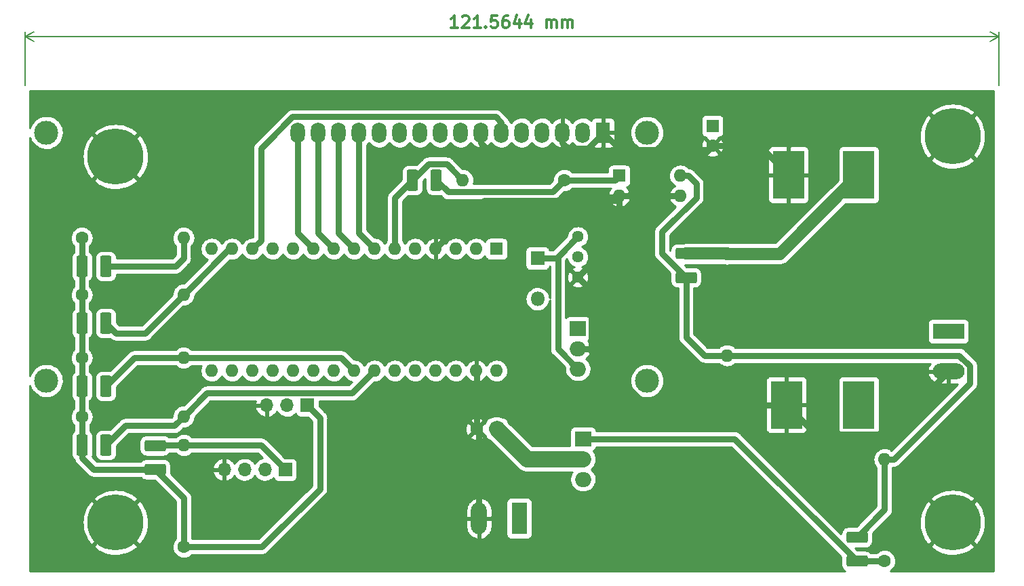
<source format=gbr>
%TF.GenerationSoftware,KiCad,Pcbnew,(6.0.5)*%
%TF.CreationDate,2022-05-15T12:42:04+02:00*%
%TF.ProjectId,pid_controller,7069645f-636f-46e7-9472-6f6c6c65722e,1.0*%
%TF.SameCoordinates,Original*%
%TF.FileFunction,Copper,L1,Top*%
%TF.FilePolarity,Positive*%
%FSLAX46Y46*%
G04 Gerber Fmt 4.6, Leading zero omitted, Abs format (unit mm)*
G04 Created by KiCad (PCBNEW (6.0.5)) date 2022-05-15 12:42:04*
%MOMM*%
%LPD*%
G01*
G04 APERTURE LIST*
G04 Aperture macros list*
%AMRoundRect*
0 Rectangle with rounded corners*
0 $1 Rounding radius*
0 $2 $3 $4 $5 $6 $7 $8 $9 X,Y pos of 4 corners*
0 Add a 4 corners polygon primitive as box body*
4,1,4,$2,$3,$4,$5,$6,$7,$8,$9,$2,$3,0*
0 Add four circle primitives for the rounded corners*
1,1,$1+$1,$2,$3*
1,1,$1+$1,$4,$5*
1,1,$1+$1,$6,$7*
1,1,$1+$1,$8,$9*
0 Add four rect primitives between the rounded corners*
20,1,$1+$1,$2,$3,$4,$5,0*
20,1,$1+$1,$4,$5,$6,$7,0*
20,1,$1+$1,$6,$7,$8,$9,0*
20,1,$1+$1,$8,$9,$2,$3,0*%
G04 Aperture macros list end*
%ADD10C,0.300000*%
%TA.AperFunction,NonConductor*%
%ADD11C,0.300000*%
%TD*%
%TA.AperFunction,NonConductor*%
%ADD12C,0.200000*%
%TD*%
%TA.AperFunction,ComponentPad*%
%ADD13R,1.700000X1.700000*%
%TD*%
%TA.AperFunction,ComponentPad*%
%ADD14O,1.700000X1.700000*%
%TD*%
%TA.AperFunction,ComponentPad*%
%ADD15C,1.440000*%
%TD*%
%TA.AperFunction,ComponentPad*%
%ADD16R,1.600000X1.600000*%
%TD*%
%TA.AperFunction,ComponentPad*%
%ADD17C,1.600000*%
%TD*%
%TA.AperFunction,ComponentPad*%
%ADD18R,3.960000X1.980000*%
%TD*%
%TA.AperFunction,ComponentPad*%
%ADD19O,3.960000X1.980000*%
%TD*%
%TA.AperFunction,SMDPad,CuDef*%
%ADD20RoundRect,0.250001X0.462499X1.074999X-0.462499X1.074999X-0.462499X-1.074999X0.462499X-1.074999X0*%
%TD*%
%TA.AperFunction,ComponentPad*%
%ADD21R,2.000000X1.905000*%
%TD*%
%TA.AperFunction,ComponentPad*%
%ADD22O,2.000000X1.905000*%
%TD*%
%TA.AperFunction,SMDPad,CuDef*%
%ADD23RoundRect,0.250001X1.074999X-0.462499X1.074999X0.462499X-1.074999X0.462499X-1.074999X-0.462499X0*%
%TD*%
%TA.AperFunction,ComponentPad*%
%ADD24O,1.600000X1.600000*%
%TD*%
%TA.AperFunction,SMDPad,CuDef*%
%ADD25RoundRect,0.250001X-1.074999X0.462499X-1.074999X-0.462499X1.074999X-0.462499X1.074999X0.462499X0*%
%TD*%
%TA.AperFunction,ComponentPad*%
%ADD26C,7.000000*%
%TD*%
%TA.AperFunction,ComponentPad*%
%ADD27R,1.800000X1.800000*%
%TD*%
%TA.AperFunction,ComponentPad*%
%ADD28O,1.800000X1.800000*%
%TD*%
%TA.AperFunction,SMDPad,CuDef*%
%ADD29RoundRect,0.250001X-0.462499X-1.074999X0.462499X-1.074999X0.462499X1.074999X-0.462499X1.074999X0*%
%TD*%
%TA.AperFunction,ComponentPad*%
%ADD30R,1.980000X3.960000*%
%TD*%
%TA.AperFunction,ComponentPad*%
%ADD31O,1.980000X3.960000*%
%TD*%
%TA.AperFunction,ComponentPad*%
%ADD32R,3.900000X6.000000*%
%TD*%
%TA.AperFunction,ComponentPad*%
%ADD33C,3.000000*%
%TD*%
%TA.AperFunction,ComponentPad*%
%ADD34R,1.800000X2.600000*%
%TD*%
%TA.AperFunction,ComponentPad*%
%ADD35O,1.800000X2.600000*%
%TD*%
%TA.AperFunction,Conductor*%
%ADD36C,0.750000*%
%TD*%
%TA.AperFunction,Conductor*%
%ADD37C,1.500000*%
%TD*%
%TA.AperFunction,Conductor*%
%ADD38C,2.000000*%
%TD*%
%TA.AperFunction,Conductor*%
%ADD39C,0.254000*%
%TD*%
G04 APERTURE END LIST*
D10*
D11*
X131263285Y-47392571D02*
X130406142Y-47392571D01*
X130834714Y-47392571D02*
X130834714Y-45892571D01*
X130691857Y-46106857D01*
X130549000Y-46249714D01*
X130406142Y-46321142D01*
X131834714Y-46035428D02*
X131906142Y-45964000D01*
X132049000Y-45892571D01*
X132406142Y-45892571D01*
X132549000Y-45964000D01*
X132620428Y-46035428D01*
X132691857Y-46178285D01*
X132691857Y-46321142D01*
X132620428Y-46535428D01*
X131763285Y-47392571D01*
X132691857Y-47392571D01*
X134120428Y-47392571D02*
X133263285Y-47392571D01*
X133691857Y-47392571D02*
X133691857Y-45892571D01*
X133549000Y-46106857D01*
X133406142Y-46249714D01*
X133263285Y-46321142D01*
X134763285Y-47249714D02*
X134834714Y-47321142D01*
X134763285Y-47392571D01*
X134691857Y-47321142D01*
X134763285Y-47249714D01*
X134763285Y-47392571D01*
X136191857Y-45892571D02*
X135477571Y-45892571D01*
X135406142Y-46606857D01*
X135477571Y-46535428D01*
X135620428Y-46464000D01*
X135977571Y-46464000D01*
X136120428Y-46535428D01*
X136191857Y-46606857D01*
X136263285Y-46749714D01*
X136263285Y-47106857D01*
X136191857Y-47249714D01*
X136120428Y-47321142D01*
X135977571Y-47392571D01*
X135620428Y-47392571D01*
X135477571Y-47321142D01*
X135406142Y-47249714D01*
X137549000Y-45892571D02*
X137263285Y-45892571D01*
X137120428Y-45964000D01*
X137049000Y-46035428D01*
X136906142Y-46249714D01*
X136834714Y-46535428D01*
X136834714Y-47106857D01*
X136906142Y-47249714D01*
X136977571Y-47321142D01*
X137120428Y-47392571D01*
X137406142Y-47392571D01*
X137549000Y-47321142D01*
X137620428Y-47249714D01*
X137691857Y-47106857D01*
X137691857Y-46749714D01*
X137620428Y-46606857D01*
X137549000Y-46535428D01*
X137406142Y-46464000D01*
X137120428Y-46464000D01*
X136977571Y-46535428D01*
X136906142Y-46606857D01*
X136834714Y-46749714D01*
X138977571Y-46392571D02*
X138977571Y-47392571D01*
X138620428Y-45821142D02*
X138263285Y-46892571D01*
X139191857Y-46892571D01*
X140406142Y-46392571D02*
X140406142Y-47392571D01*
X140049000Y-45821142D02*
X139691857Y-46892571D01*
X140620428Y-46892571D01*
X142334714Y-47392571D02*
X142334714Y-46392571D01*
X142334714Y-46535428D02*
X142406142Y-46464000D01*
X142549000Y-46392571D01*
X142763285Y-46392571D01*
X142906142Y-46464000D01*
X142977571Y-46606857D01*
X142977571Y-47392571D01*
X142977571Y-46606857D02*
X143049000Y-46464000D01*
X143191857Y-46392571D01*
X143406142Y-46392571D01*
X143549000Y-46464000D01*
X143620428Y-46606857D01*
X143620428Y-47392571D01*
X144334714Y-47392571D02*
X144334714Y-46392571D01*
X144334714Y-46535428D02*
X144406142Y-46464000D01*
X144549000Y-46392571D01*
X144763285Y-46392571D01*
X144906142Y-46464000D01*
X144977571Y-46606857D01*
X144977571Y-47392571D01*
X144977571Y-46606857D02*
X145049000Y-46464000D01*
X145191857Y-46392571D01*
X145406142Y-46392571D01*
X145549000Y-46464000D01*
X145620428Y-46606857D01*
X145620428Y-47392571D01*
D12*
X77266800Y-54610000D02*
X77266800Y-47927580D01*
X198831200Y-54610000D02*
X198831200Y-47927580D01*
X77266800Y-48514000D02*
X198831200Y-48514000D01*
X77266800Y-48514000D02*
X198831200Y-48514000D01*
X77266800Y-48514000D02*
X78393304Y-49100421D01*
X77266800Y-48514000D02*
X78393304Y-47927579D01*
X198831200Y-48514000D02*
X197704696Y-47927579D01*
X198831200Y-48514000D02*
X197704696Y-49100421D01*
D13*
%TO.P,J4,1,Pin_1*%
%TO.N,/A*%
X109728000Y-102616000D03*
D14*
%TO.P,J4,2,Pin_2*%
%TO.N,/ROTARY_DATA*%
X107188000Y-102616000D03*
%TO.P,J4,3,Pin_3*%
%TO.N,/ROTARY_SWITCH*%
X104648000Y-102616000D03*
%TO.P,J4,4,Pin_4*%
%TO.N,GND*%
X102108000Y-102616000D03*
%TD*%
D15*
%TO.P,RV1,1,1*%
%TO.N,+5V*%
X146277018Y-73504991D03*
%TO.P,RV1,2,2*%
%TO.N,Net-(DS1-Pad5)*%
X146277018Y-76044991D03*
%TO.P,RV1,3,3*%
%TO.N,GND*%
X146277018Y-78584991D03*
%TD*%
D16*
%TO.P,C1,1*%
%TO.N,+12V*%
X136144000Y-97536000D03*
D17*
%TO.P,C1,2*%
%TO.N,GND*%
X133644000Y-97536000D03*
%TD*%
D18*
%TO.P,J1,1,Pin_1*%
%TO.N,+12V*%
X192532000Y-85344000D03*
D19*
%TO.P,J1,2,Pin_2*%
%TO.N,GND*%
X192532000Y-90344000D03*
%TD*%
D20*
%TO.P,R5,1*%
%TO.N,Net-(R5-Pad1)*%
X128589100Y-66446400D03*
%TO.P,R5,2*%
%TO.N,PWM_Signal*%
X125614100Y-66446400D03*
%TD*%
D21*
%TO.P,U1,1,IN*%
%TO.N,+12V*%
X146277018Y-84963000D03*
D22*
%TO.P,U1,2,GND*%
%TO.N,GND*%
X146277018Y-87503000D03*
%TO.P,U1,3,OUT*%
%TO.N,+5V*%
X146277018Y-90043000D03*
%TD*%
D23*
%TO.P,R3,1*%
%TO.N,Net-(Q1-Pad1)*%
X181102000Y-114060300D03*
%TO.P,R3,2*%
%TO.N,Net-(R1-Pad2)*%
X181102000Y-111085300D03*
%TD*%
D17*
%TO.P,R14,1*%
%TO.N,+5V*%
X84328000Y-96012000D03*
D24*
%TO.P,R14,2*%
%TO.N,SCL*%
X97028000Y-96012000D03*
%TD*%
D17*
%TO.P,R2,1*%
%TO.N,+24V*%
X164896800Y-75641200D03*
D24*
%TO.P,R2,2*%
%TO.N,Net-(R1-Pad2)*%
X164896800Y-88341200D03*
%TD*%
D25*
%TO.P,R1,1*%
%TO.N,+24V*%
X159766000Y-75626900D03*
%TO.P,R1,2*%
%TO.N,Net-(R1-Pad2)*%
X159766000Y-78601900D03*
%TD*%
D26*
%TO.P,Hole3,3*%
%TO.N,GND*%
X193040000Y-109220000D03*
%TD*%
D23*
%TO.P,R11,1*%
%TO.N,+5V*%
X93472000Y-102579500D03*
%TO.P,R11,2*%
%TO.N,/A*%
X93472000Y-99604500D03*
%TD*%
D27*
%TO.P,D1,1,K*%
%TO.N,+5V*%
X141224000Y-76200000D03*
D28*
%TO.P,D1,2,A*%
%TO.N,Net-(A1-Pad27)*%
X141224000Y-81280000D03*
%TD*%
D16*
%TO.P,C2,1*%
%TO.N,+5V*%
X163068000Y-59639200D03*
D17*
%TO.P,C2,2*%
%TO.N,GND*%
X163068000Y-62139200D03*
%TD*%
D29*
%TO.P,R15,1*%
%TO.N,+5V*%
X84364500Y-92202000D03*
%TO.P,R15,2*%
%TO.N,SDA*%
X87339500Y-92202000D03*
%TD*%
D26*
%TO.P,Hole2,2*%
%TO.N,GND*%
X88540000Y-109220000D03*
%TD*%
%TO.P,Hole4,4*%
%TO.N,GND*%
X193040000Y-60960000D03*
%TD*%
D16*
%TO.P,A1,1,D1/TX*%
%TO.N,Net-(A1-Pad1)*%
X136117018Y-75028991D03*
D24*
%TO.P,A1,2,D0/RX*%
%TO.N,Net-(A1-Pad2)*%
X133577018Y-75028991D03*
%TO.P,A1,3,~RESET*%
%TO.N,Net-(A1-Pad3)*%
X131037018Y-75028991D03*
%TO.P,A1,4,GND*%
%TO.N,GND*%
X128497018Y-75028991D03*
%TO.P,A1,5,D2*%
%TO.N,EN*%
X125957018Y-75028991D03*
%TO.P,A1,6,D3*%
%TO.N,PWM_Signal*%
X123417018Y-75028991D03*
%TO.P,A1,7,D4*%
%TO.N,D4*%
X120877018Y-75028991D03*
%TO.P,A1,8,D5*%
%TO.N,D5*%
X118337018Y-75028991D03*
%TO.P,A1,9,D6*%
%TO.N,D6*%
X115797018Y-75028991D03*
%TO.P,A1,10,D7*%
%TO.N,D7*%
X113257018Y-75028991D03*
%TO.P,A1,11,D8*%
%TO.N,/A*%
X110717018Y-75028991D03*
%TO.P,A1,12,D9*%
%TO.N,/ROTARY_DATA*%
X108177018Y-75028991D03*
%TO.P,A1,13,D10*%
%TO.N,RS*%
X105637018Y-75028991D03*
%TO.P,A1,14,D11*%
%TO.N,/ROTARY_SWITCH*%
X103097018Y-75028991D03*
%TO.P,A1,15,D12*%
%TO.N,Net-(A1-Pad15)*%
X100557018Y-75028991D03*
%TO.P,A1,16,D13*%
%TO.N,Net-(A1-Pad16)*%
X100557018Y-90268991D03*
%TO.P,A1,17,3V3*%
%TO.N,Net-(A1-Pad17)*%
X103097018Y-90268991D03*
%TO.P,A1,18,AREF*%
%TO.N,Net-(A1-Pad18)*%
X105637018Y-90268991D03*
%TO.P,A1,19,A0*%
%TO.N,Net-(A1-Pad19)*%
X108177018Y-90268991D03*
%TO.P,A1,20,A1*%
%TO.N,Net-(A1-Pad20)*%
X110717018Y-90268991D03*
%TO.P,A1,21,A2*%
%TO.N,Net-(A1-Pad21)*%
X113257018Y-90268991D03*
%TO.P,A1,22,A3*%
%TO.N,Net-(A1-Pad22)*%
X115797018Y-90268991D03*
%TO.P,A1,23,A4*%
%TO.N,SDA*%
X118337018Y-90268991D03*
%TO.P,A1,24,A5*%
%TO.N,SCL*%
X120877018Y-90268991D03*
%TO.P,A1,25,A6*%
%TO.N,Net-(A1-Pad25)*%
X123417018Y-90268991D03*
%TO.P,A1,26,A7*%
%TO.N,Net-(A1-Pad26)*%
X125957018Y-90268991D03*
%TO.P,A1,27,+5V*%
%TO.N,Net-(A1-Pad27)*%
X128497018Y-90268991D03*
%TO.P,A1,28,~RESET*%
%TO.N,Net-(A1-Pad28)*%
X131037018Y-90268991D03*
%TO.P,A1,29,GND*%
%TO.N,GND*%
X133577018Y-90268991D03*
%TO.P,A1,30,VIN*%
%TO.N,+12V*%
X136117018Y-90268991D03*
%TD*%
D13*
%TO.P,U2,1,+VS*%
%TO.N,+5V*%
X112495018Y-94586991D03*
D14*
%TO.P,U2,2,Vout*%
%TO.N,Net-(A1-Pad19)*%
X109955018Y-94586991D03*
%TO.P,U2,3,GND*%
%TO.N,GND*%
X107415018Y-94586991D03*
%TD*%
D16*
%TO.P,U5,1*%
%TO.N,Net-(R5-Pad1)*%
X151434800Y-65887600D03*
D24*
%TO.P,U5,2*%
%TO.N,GND*%
X151434800Y-68427600D03*
%TO.P,U5,3*%
X159054800Y-68427600D03*
%TO.P,U5,4*%
%TO.N,Net-(R1-Pad2)*%
X159054800Y-65887600D03*
%TD*%
D17*
%TO.P,R4,1*%
%TO.N,Net-(Q1-Pad1)*%
X184556400Y-114046000D03*
D24*
%TO.P,R4,2*%
%TO.N,Net-(R1-Pad2)*%
X184556400Y-101346000D03*
%TD*%
D29*
%TO.P,R7,1*%
%TO.N,+5V*%
X84364500Y-84328000D03*
%TO.P,R7,2*%
%TO.N,/ROTARY_SWITCH*%
X87339500Y-84328000D03*
%TD*%
D17*
%TO.P,R10,1*%
%TO.N,+5V*%
X84328000Y-73660000D03*
D24*
%TO.P,R10,2*%
%TO.N,/ROTARY_DATA*%
X97028000Y-73660000D03*
%TD*%
D21*
%TO.P,Q1,1,G*%
%TO.N,Net-(Q1-Pad1)*%
X146913600Y-98755200D03*
D22*
%TO.P,Q1,2,D*%
%TO.N,+12V*%
X146913600Y-101295200D03*
%TO.P,Q1,3,S*%
%TO.N,/HeaterPowerOut*%
X146913600Y-103835200D03*
%TD*%
D29*
%TO.P,R13,1*%
%TO.N,+5V*%
X84364500Y-99568000D03*
%TO.P,R13,2*%
%TO.N,SCL*%
X87339500Y-99568000D03*
%TD*%
D17*
%TO.P,R6,1*%
%TO.N,Net-(R5-Pad1)*%
X144576800Y-66446400D03*
D24*
%TO.P,R6,2*%
%TO.N,PWM_Signal*%
X131876800Y-66446400D03*
%TD*%
D26*
%TO.P,Hole1,1*%
%TO.N,GND*%
X88540000Y-63500000D03*
%TD*%
D17*
%TO.P,R16,1*%
%TO.N,+5V*%
X84328000Y-88646000D03*
D24*
%TO.P,R16,2*%
%TO.N,SDA*%
X97028000Y-88646000D03*
%TD*%
D17*
%TO.P,R12,1*%
%TO.N,+5V*%
X97078800Y-112268000D03*
D24*
%TO.P,R12,2*%
%TO.N,/A*%
X97078800Y-99568000D03*
%TD*%
D17*
%TO.P,R8,1*%
%TO.N,+5V*%
X84328000Y-80772000D03*
D24*
%TO.P,R8,2*%
%TO.N,/ROTARY_SWITCH*%
X97028000Y-80772000D03*
%TD*%
D29*
%TO.P,R9,1*%
%TO.N,+5V*%
X84364500Y-77216000D03*
%TO.P,R9,2*%
%TO.N,/ROTARY_DATA*%
X87339500Y-77216000D03*
%TD*%
D30*
%TO.P,J2,1,Pin_1*%
%TO.N,/HeaterPowerOut*%
X138938000Y-108712000D03*
D31*
%TO.P,J2,2,Pin_2*%
%TO.N,GND*%
X133938000Y-108712000D03*
%TD*%
D32*
%TO.P,U3,1,+Vin*%
%TO.N,+12V*%
X181347600Y-94518000D03*
%TO.P,U3,2,-Vin*%
%TO.N,GND*%
X172313600Y-94518000D03*
%TO.P,U3,3,+Vout*%
%TO.N,+24V*%
X181347600Y-65786000D03*
%TO.P,U3,4,-Vout*%
%TO.N,GND*%
X172567600Y-65786000D03*
%TD*%
D33*
%TO.P,DS1,*%
%TO.N,*%
X154901900Y-91503500D03*
X154901900Y-60502800D03*
X79902800Y-60502800D03*
X79903320Y-91503500D03*
D34*
%TO.P,DS1,1,LEDK*%
%TO.N,GND*%
X149402800Y-60502800D03*
D35*
%TO.P,DS1,2,LEDA*%
%TO.N,Net-(DS1-Pad2)*%
X146862800Y-60502800D03*
%TO.P,DS1,3,VSS*%
%TO.N,GND*%
X144322800Y-60502800D03*
%TO.P,DS1,4,VDD*%
%TO.N,+5V*%
X141782800Y-60502800D03*
%TO.P,DS1,5,Vo*%
%TO.N,Net-(DS1-Pad5)*%
X139242800Y-60502800D03*
%TO.P,DS1,6,RS*%
%TO.N,RS*%
X136702800Y-60502800D03*
%TO.P,DS1,7,R/~W*%
%TO.N,GND*%
X134162800Y-60502800D03*
%TO.P,DS1,8,E*%
%TO.N,EN*%
X131622800Y-60502800D03*
%TO.P,DS1,9,DB0*%
%TO.N,Net-(DS1-Pad9)*%
X129082800Y-60502800D03*
%TO.P,DS1,10,DB1*%
%TO.N,Net-(DS1-Pad10)*%
X126542800Y-60502800D03*
%TO.P,DS1,11,DB2*%
%TO.N,Net-(DS1-Pad11)*%
X124002800Y-60502800D03*
%TO.P,DS1,12,DB3*%
%TO.N,Net-(DS1-Pad12)*%
X121462800Y-60502800D03*
%TO.P,DS1,13,DB4*%
%TO.N,D4*%
X118922800Y-60502800D03*
%TO.P,DS1,14,DB5*%
%TO.N,D5*%
X116382800Y-60502800D03*
%TO.P,DS1,15,DB6*%
%TO.N,D6*%
X113842800Y-60502800D03*
%TO.P,DS1,16,DB7*%
%TO.N,D7*%
X111302800Y-60502800D03*
%TD*%
D36*
%TO.N,/ROTARY_SWITCH*%
X102771009Y-75028991D02*
X103097018Y-75028991D01*
X87339500Y-84328000D02*
X88568501Y-85557001D01*
X97028000Y-80772000D02*
X102771009Y-75028991D01*
X92242999Y-85557001D02*
X97028000Y-80772000D01*
X88568501Y-85557001D02*
X92242999Y-85557001D01*
%TO.N,GND*%
X158052570Y-62941200D02*
X162266000Y-62941200D01*
X133938000Y-97830000D02*
X133644000Y-97536000D01*
X159054800Y-68427600D02*
X151434800Y-68427600D01*
X151434800Y-68427600D02*
X152566170Y-68427600D01*
X145047810Y-62477810D02*
X147515190Y-62477810D01*
X146277018Y-78584991D02*
X151434800Y-73427209D01*
X134162800Y-61752800D02*
X135351200Y-62941200D01*
X175988601Y-98193001D02*
X172313600Y-94518000D01*
X147952028Y-87482990D02*
X147952028Y-80260001D01*
X162529399Y-62677801D02*
X163068000Y-62139200D01*
X133938000Y-108712000D02*
X133938000Y-97830000D01*
X151577801Y-62677801D02*
X162529399Y-62677801D01*
X184682999Y-98193001D02*
X175988601Y-98193001D01*
X147952028Y-80260001D02*
X146277018Y-78584991D01*
X128497018Y-75028991D02*
X134554599Y-68971410D01*
X134554599Y-68971410D02*
X150890990Y-68971410D01*
X163068000Y-62139200D02*
X168920800Y-62139200D01*
X135351200Y-62941200D02*
X158052570Y-62941200D01*
X133644000Y-97536000D02*
X133644000Y-90335973D01*
X134162800Y-60502800D02*
X134162800Y-61752800D01*
X149402800Y-60502800D02*
X151577801Y-62677801D01*
X133644000Y-90335973D02*
X133577018Y-90268991D01*
X150890990Y-68971410D02*
X151434800Y-68427600D01*
X151434800Y-73427209D02*
X151434800Y-68427600D01*
X147515190Y-62477810D02*
X149402800Y-60590200D01*
X162266000Y-62941200D02*
X163068000Y-62139200D01*
X146277018Y-87503000D02*
X147932018Y-87503000D01*
X154697398Y-94518000D02*
X147682398Y-87503000D01*
X168920800Y-62139200D02*
X172567600Y-65786000D01*
X192532000Y-90344000D02*
X184682999Y-98193001D01*
X147932018Y-87503000D02*
X147952028Y-87482990D01*
X144322800Y-60502800D02*
X144322800Y-61752800D01*
X144322800Y-61752800D02*
X145047810Y-62477810D01*
X147682398Y-87503000D02*
X146277018Y-87503000D01*
X149402800Y-60590200D02*
X149402800Y-60502800D01*
X172313600Y-94518000D02*
X154697398Y-94518000D01*
X152566170Y-68427600D02*
X158052570Y-62941200D01*
%TO.N,/A*%
X97078800Y-99568000D02*
X93508500Y-99568000D01*
X106680000Y-99568000D02*
X97078800Y-99568000D01*
X93508500Y-99568000D02*
X93472000Y-99604500D01*
X109728000Y-102616000D02*
X106680000Y-99568000D01*
%TO.N,+5V*%
X84328000Y-96012000D02*
X84328000Y-73660000D01*
X114047001Y-96138974D02*
X112495018Y-94586991D01*
X97078800Y-106186300D02*
X93472000Y-102579500D01*
X143764000Y-76018009D02*
X143764000Y-87529982D01*
X84364500Y-96048500D02*
X84328000Y-96012000D01*
X93472000Y-102579500D02*
X85815500Y-102579500D01*
X106801002Y-112268000D02*
X114047001Y-105022001D01*
X84364500Y-101128500D02*
X84364500Y-99568000D01*
X97078800Y-112268000D02*
X106801002Y-112268000D01*
X85815500Y-102579500D02*
X84364500Y-101128500D01*
X97078800Y-112268000D02*
X97078800Y-106186300D01*
X143582009Y-76200000D02*
X143764000Y-76018009D01*
X143764000Y-87529982D02*
X146277018Y-90043000D01*
X114047001Y-105022001D02*
X114047001Y-96138974D01*
X146277018Y-73504991D02*
X143764000Y-76018009D01*
X141224000Y-76200000D02*
X143582009Y-76200000D01*
X84364500Y-99568000D02*
X84364500Y-96048500D01*
%TO.N,PWM_Signal*%
X127614110Y-64446390D02*
X125614100Y-66446400D01*
X129876790Y-64446390D02*
X127614110Y-64446390D01*
X123417018Y-75028991D02*
X123417018Y-68643482D01*
X131876800Y-66446400D02*
X129876790Y-64446390D01*
X123417018Y-68643482D02*
X125614100Y-66446400D01*
D37*
%TO.N,+24V*%
X164896800Y-75641200D02*
X171492400Y-75641200D01*
X171492400Y-75641200D02*
X181347600Y-65786000D01*
X164882500Y-75626900D02*
X164896800Y-75641200D01*
X159766000Y-75626900D02*
X164882500Y-75626900D01*
D36*
%TO.N,Net-(Q1-Pad1)*%
X165796900Y-98755200D02*
X181102000Y-114060300D01*
X184542100Y-114060300D02*
X184556400Y-114046000D01*
X146913600Y-98755200D02*
X165796900Y-98755200D01*
X181102000Y-114060300D02*
X184542100Y-114060300D01*
%TO.N,SCL*%
X87339500Y-99568000D02*
X89787701Y-97119799D01*
X97028000Y-96012000D02*
X99978010Y-93061990D01*
X118084019Y-93061990D02*
X120877018Y-90268991D01*
X89787701Y-97119799D02*
X95920201Y-97119799D01*
X95920201Y-97119799D02*
X97028000Y-96012000D01*
X99978010Y-93061990D02*
X118084019Y-93061990D01*
D38*
%TO.N,+12V*%
X146913600Y-101295200D02*
X139903200Y-101295200D01*
X139903200Y-101295200D02*
X136144000Y-97536000D01*
D36*
%TO.N,RS*%
X107188000Y-61990200D02*
X106702017Y-62476183D01*
X136702800Y-59252800D02*
X135977790Y-58527790D01*
X136702800Y-60502800D02*
X136702800Y-59252800D01*
X106702017Y-73963992D02*
X105637018Y-75028991D01*
X110650410Y-58527790D02*
X107188000Y-61990200D01*
X135977790Y-58527790D02*
X110650410Y-58527790D01*
X106702017Y-62476183D02*
X106702017Y-73963992D01*
%TO.N,D7*%
X111302800Y-73074773D02*
X111302800Y-60502800D01*
X113257018Y-75028991D02*
X111302800Y-73074773D01*
%TO.N,D6*%
X115797018Y-75028991D02*
X113842800Y-73074773D01*
X113842800Y-73074773D02*
X113842800Y-60502800D01*
%TO.N,D5*%
X116382800Y-73074773D02*
X116382800Y-60502800D01*
X118337018Y-75028991D02*
X116382800Y-73074773D01*
%TO.N,D4*%
X120877018Y-75028991D02*
X118922800Y-73074773D01*
X118922800Y-73074773D02*
X118922800Y-60502800D01*
%TO.N,SDA*%
X87339500Y-92202000D02*
X90895500Y-88646000D01*
X116714027Y-88646000D02*
X97028000Y-88646000D01*
X90895500Y-88646000D02*
X97028000Y-88646000D01*
X118337018Y-90268991D02*
X116714027Y-88646000D01*
%TO.N,Net-(R5-Pad1)*%
X144576800Y-66446400D02*
X143101799Y-67921401D01*
X130064101Y-67921401D02*
X128589100Y-66446400D01*
X150876000Y-66446400D02*
X151434800Y-65887600D01*
X143101799Y-67921401D02*
X130064101Y-67921401D01*
X144576800Y-66446400D02*
X150876000Y-66446400D01*
%TO.N,Net-(R1-Pad2)*%
X162052000Y-88341200D02*
X159766000Y-86055200D01*
X184556400Y-101346000D02*
X184556400Y-107630900D01*
X161036000Y-66903600D02*
X160020000Y-65887600D01*
X164896800Y-88341200D02*
X193873879Y-88341200D01*
X156768800Y-72896602D02*
X161036000Y-68629402D01*
X164896800Y-88341200D02*
X162052000Y-88341200D01*
X185687770Y-101346000D02*
X184556400Y-101346000D01*
X159766000Y-78601900D02*
X156768800Y-75604700D01*
X159766000Y-86055200D02*
X159766000Y-78601900D01*
X161036000Y-68629402D02*
X161036000Y-66903600D01*
X156768800Y-75604700D02*
X156768800Y-72896602D01*
X195187010Y-89654331D02*
X195187010Y-91846760D01*
X160020000Y-65887600D02*
X159054800Y-65887600D01*
X195187010Y-91846760D02*
X185687770Y-101346000D01*
X184556400Y-107630900D02*
X181102000Y-111085300D01*
X193873879Y-88341200D02*
X195187010Y-89654331D01*
%TO.N,/ROTARY_DATA*%
X97028000Y-76200000D02*
X96012000Y-77216000D01*
X97028000Y-73660000D02*
X97028000Y-76200000D01*
X96012000Y-77216000D02*
X87339500Y-77216000D01*
%TD*%
%TO.N,GND*%
D39*
X198196700Y-115291100D02*
X185277861Y-115291100D01*
X185285420Y-115286736D01*
X185472971Y-115155411D01*
X185489795Y-115141293D01*
X185651693Y-114979395D01*
X185665811Y-114962571D01*
X185797136Y-114775020D01*
X185808118Y-114755999D01*
X185904879Y-114548493D01*
X185912391Y-114527854D01*
X185971650Y-114306698D01*
X185975464Y-114285069D01*
X185995419Y-114056982D01*
X185995419Y-114035018D01*
X185975464Y-113806931D01*
X185971650Y-113785302D01*
X185912391Y-113564146D01*
X185904879Y-113543507D01*
X185808118Y-113336001D01*
X185797136Y-113316980D01*
X185665811Y-113129429D01*
X185651693Y-113112605D01*
X185489795Y-112950707D01*
X185472971Y-112936589D01*
X185285420Y-112805264D01*
X185266399Y-112794282D01*
X185058893Y-112697521D01*
X185038254Y-112690009D01*
X184817098Y-112630750D01*
X184795469Y-112626936D01*
X184567382Y-112606981D01*
X184545418Y-112606981D01*
X184317331Y-112626936D01*
X184295702Y-112630750D01*
X184074546Y-112690009D01*
X184053907Y-112697521D01*
X183846401Y-112794282D01*
X183827380Y-112805264D01*
X183639829Y-112936589D01*
X183623005Y-112950707D01*
X183522912Y-113050800D01*
X182877590Y-113050800D01*
X182864496Y-113034279D01*
X182739321Y-112909322D01*
X182716419Y-112891235D01*
X182565854Y-112798425D01*
X182539405Y-112786092D01*
X182371528Y-112730410D01*
X182344704Y-112724659D01*
X182240243Y-112713956D01*
X182227400Y-112713300D01*
X181182648Y-112713300D01*
X180901648Y-112432300D01*
X182227400Y-112432300D01*
X182240404Y-112431627D01*
X182346169Y-112420653D01*
X182373041Y-112414850D01*
X182540821Y-112358874D01*
X182567248Y-112346494D01*
X182717651Y-112253422D01*
X182740521Y-112235296D01*
X182773068Y-112202692D01*
X190266614Y-112202692D01*
X190271679Y-112273507D01*
X190303483Y-112321326D01*
X190352950Y-112367778D01*
X190362324Y-112375756D01*
X190672943Y-112614964D01*
X190683051Y-112621989D01*
X191015530Y-112829745D01*
X191026276Y-112835751D01*
X191377442Y-113010072D01*
X191388723Y-113015000D01*
X191755223Y-113154220D01*
X191766930Y-113158024D01*
X192145267Y-113260816D01*
X192157290Y-113263460D01*
X192543852Y-113328842D01*
X192556076Y-113330299D01*
X192947173Y-113357647D01*
X192959480Y-113357905D01*
X193351379Y-113346958D01*
X193363653Y-113346013D01*
X193752613Y-113296876D01*
X193764736Y-113294739D01*
X194147046Y-113207880D01*
X194158903Y-113204569D01*
X194530911Y-113080819D01*
X194542388Y-113076368D01*
X194900546Y-112916906D01*
X194911534Y-112911355D01*
X195252421Y-112717704D01*
X195262815Y-112711108D01*
X195583178Y-112485116D01*
X195592878Y-112477538D01*
X195771283Y-112323544D01*
X195809780Y-112263891D01*
X195809916Y-112192894D01*
X195778047Y-112139067D01*
X193129095Y-109490115D01*
X193066783Y-109456089D01*
X192995968Y-109461154D01*
X192950905Y-109490115D01*
X190300640Y-112140380D01*
X190266614Y-112202692D01*
X182773068Y-112202692D01*
X182865478Y-112110121D01*
X182883565Y-112087219D01*
X182976375Y-111936654D01*
X182988708Y-111910205D01*
X183044390Y-111742328D01*
X183050141Y-111715504D01*
X183060844Y-111611043D01*
X183061500Y-111598200D01*
X183061500Y-110572400D01*
X183060827Y-110559396D01*
X183060331Y-110554617D01*
X184446578Y-109168370D01*
X188901634Y-109168370D01*
X188915317Y-109560183D01*
X188916347Y-109572449D01*
X188968198Y-109961057D01*
X188970420Y-109973165D01*
X189059945Y-110354859D01*
X189063338Y-110366692D01*
X189189683Y-110737828D01*
X189194215Y-110749274D01*
X189356174Y-111106309D01*
X189361801Y-111117258D01*
X189557827Y-111456785D01*
X189564495Y-111467132D01*
X189792717Y-111785910D01*
X189800364Y-111795558D01*
X189937161Y-111951820D01*
X189997081Y-111989900D01*
X190068077Y-111989539D01*
X190121060Y-111957920D01*
X192769885Y-109309095D01*
X192803911Y-109246783D01*
X192800080Y-109193217D01*
X193276089Y-109193217D01*
X193281154Y-109264032D01*
X193310115Y-109309095D01*
X195961081Y-111960061D01*
X196023393Y-111994087D01*
X196094208Y-111989022D01*
X196141422Y-111957858D01*
X196168941Y-111928960D01*
X196176984Y-111919642D01*
X196418356Y-111610701D01*
X196425452Y-111600641D01*
X196635524Y-111269621D01*
X196641605Y-111258917D01*
X196818372Y-110908977D01*
X196823379Y-110897732D01*
X196965155Y-110532212D01*
X196969041Y-110520531D01*
X197074471Y-110142921D01*
X197077198Y-110130917D01*
X197145278Y-109744821D01*
X197146821Y-109732607D01*
X197176898Y-109341711D01*
X197177257Y-109333805D01*
X197178822Y-109221760D01*
X197178684Y-109213845D01*
X197159532Y-108822261D01*
X197158330Y-108810010D01*
X197101058Y-108422164D01*
X197098667Y-108410088D01*
X197003821Y-108029681D01*
X197000263Y-108017896D01*
X196868749Y-107648561D01*
X196864058Y-107637180D01*
X196697130Y-107282441D01*
X196691351Y-107271572D01*
X196490604Y-106934815D01*
X196483792Y-106924561D01*
X196251141Y-106609000D01*
X196243361Y-106599461D01*
X196141834Y-106486703D01*
X196081388Y-106449463D01*
X196010404Y-106450815D01*
X195959102Y-106481918D01*
X193310115Y-109130905D01*
X193276089Y-109193217D01*
X192800080Y-109193217D01*
X192798846Y-109175968D01*
X192769885Y-109130905D01*
X190120185Y-106481205D01*
X190057873Y-106447179D01*
X189987058Y-106452244D01*
X189938640Y-106484690D01*
X189873541Y-106554990D01*
X189865628Y-106564421D01*
X189628594Y-106876702D01*
X189621639Y-106886859D01*
X189416209Y-107220780D01*
X189410279Y-107231567D01*
X189238414Y-107583942D01*
X189233564Y-107595257D01*
X189096906Y-107962720D01*
X189093184Y-107974454D01*
X188993036Y-108353499D01*
X188990477Y-108365540D01*
X188927795Y-108752549D01*
X188926423Y-108764782D01*
X188901806Y-109156060D01*
X188901634Y-109168370D01*
X184446578Y-109168370D01*
X185214041Y-108400907D01*
X185224895Y-108393021D01*
X185244470Y-108375395D01*
X185288922Y-108326026D01*
X185302967Y-108311981D01*
X185311794Y-108302178D01*
X185324289Y-108286748D01*
X185368740Y-108237380D01*
X185384224Y-108216068D01*
X185390930Y-108204453D01*
X185399367Y-108194034D01*
X185413713Y-108171943D01*
X185443865Y-108112767D01*
X185477084Y-108055230D01*
X185487797Y-108031167D01*
X185491940Y-108018417D01*
X185498029Y-108006466D01*
X185507469Y-107981875D01*
X185524665Y-107917698D01*
X185545187Y-107854537D01*
X185550664Y-107828774D01*
X185552067Y-107815428D01*
X185555536Y-107802480D01*
X185559656Y-107776466D01*
X185563132Y-107710147D01*
X185565210Y-107690374D01*
X185565900Y-107677206D01*
X185565900Y-107657326D01*
X185569376Y-107591002D01*
X185567998Y-107564696D01*
X185565900Y-107551450D01*
X185565900Y-106177916D01*
X190269849Y-106177916D01*
X190270705Y-106248908D01*
X190302069Y-106301049D01*
X192950905Y-108949885D01*
X193013217Y-108983911D01*
X193084032Y-108978846D01*
X193129095Y-108949885D01*
X195778370Y-106300610D01*
X195812396Y-106238298D01*
X195807331Y-106167483D01*
X195774237Y-106118469D01*
X195682839Y-106035012D01*
X195673354Y-106027166D01*
X195359425Y-105792318D01*
X195349220Y-105785434D01*
X195013873Y-105582340D01*
X195003044Y-105576485D01*
X194649479Y-105407085D01*
X194638130Y-105402315D01*
X194269721Y-105268226D01*
X194257962Y-105264586D01*
X193878227Y-105167086D01*
X193866168Y-105164610D01*
X193478731Y-105104632D01*
X193466489Y-105103345D01*
X193075049Y-105081460D01*
X193062739Y-105081375D01*
X192671031Y-105097792D01*
X192658771Y-105098907D01*
X192270534Y-105153470D01*
X192258442Y-105155777D01*
X191877383Y-105247965D01*
X191865574Y-105251441D01*
X191495329Y-105380374D01*
X191483915Y-105384985D01*
X191128019Y-105549432D01*
X191117110Y-105555135D01*
X190778960Y-105753527D01*
X190768659Y-105760268D01*
X190451482Y-105990710D01*
X190441888Y-105998424D01*
X190307509Y-106117732D01*
X190269849Y-106177916D01*
X185565900Y-106177916D01*
X185565900Y-102365188D01*
X185575588Y-102355500D01*
X185608313Y-102355500D01*
X185621565Y-102357599D01*
X185647872Y-102358977D01*
X185714215Y-102355500D01*
X185734076Y-102355500D01*
X185747244Y-102354810D01*
X185766998Y-102352734D01*
X185833336Y-102349257D01*
X185859352Y-102345137D01*
X185872308Y-102341665D01*
X185885642Y-102340264D01*
X185911407Y-102334787D01*
X185974579Y-102314262D01*
X186038745Y-102297068D01*
X186063336Y-102287629D01*
X186075287Y-102281540D01*
X186088037Y-102277397D01*
X186112100Y-102266684D01*
X186169637Y-102233465D01*
X186228813Y-102203313D01*
X186250904Y-102188967D01*
X186261323Y-102180530D01*
X186272938Y-102173824D01*
X186294250Y-102158340D01*
X186343618Y-102113889D01*
X186359048Y-102101394D01*
X186368851Y-102092567D01*
X186382896Y-102078522D01*
X186432265Y-102034070D01*
X186449891Y-102014495D01*
X186457777Y-102003641D01*
X195844651Y-92616767D01*
X195855505Y-92608881D01*
X195875080Y-92591255D01*
X195919532Y-92541886D01*
X195933577Y-92527841D01*
X195942404Y-92518038D01*
X195954899Y-92502608D01*
X195999350Y-92453240D01*
X196014834Y-92431928D01*
X196021540Y-92420313D01*
X196029977Y-92409894D01*
X196044323Y-92387803D01*
X196074475Y-92328627D01*
X196107694Y-92271090D01*
X196118407Y-92247027D01*
X196122550Y-92234277D01*
X196128639Y-92222326D01*
X196138078Y-92197735D01*
X196155272Y-92133569D01*
X196175797Y-92070397D01*
X196181274Y-92044632D01*
X196182675Y-92031298D01*
X196186147Y-92018342D01*
X196190267Y-91992326D01*
X196193744Y-91925988D01*
X196195820Y-91906234D01*
X196196510Y-91893066D01*
X196196510Y-91873205D01*
X196199987Y-91806862D01*
X196198609Y-91780556D01*
X196196510Y-91767304D01*
X196196510Y-89733788D01*
X196198609Y-89720536D01*
X196199987Y-89694229D01*
X196196510Y-89627886D01*
X196196510Y-89608025D01*
X196195820Y-89594857D01*
X196193744Y-89575103D01*
X196190267Y-89508765D01*
X196186147Y-89482749D01*
X196182675Y-89469793D01*
X196181274Y-89456459D01*
X196175797Y-89430694D01*
X196155272Y-89367522D01*
X196138078Y-89303356D01*
X196128639Y-89278765D01*
X196122550Y-89266814D01*
X196118407Y-89254064D01*
X196107693Y-89230000D01*
X196074483Y-89172480D01*
X196044325Y-89113290D01*
X196029979Y-89091199D01*
X196021539Y-89080776D01*
X196014832Y-89069160D01*
X195999350Y-89047851D01*
X195954899Y-88998483D01*
X195942403Y-88983052D01*
X195933577Y-88973251D01*
X195919541Y-88959215D01*
X195875080Y-88909836D01*
X195855505Y-88892210D01*
X195844648Y-88884322D01*
X194643886Y-87683559D01*
X194636000Y-87672705D01*
X194618374Y-87653130D01*
X194569005Y-87608678D01*
X194554960Y-87594633D01*
X194545157Y-87585806D01*
X194529727Y-87573311D01*
X194480359Y-87528860D01*
X194459047Y-87513376D01*
X194447432Y-87506670D01*
X194437013Y-87498233D01*
X194414922Y-87483887D01*
X194355746Y-87453735D01*
X194298209Y-87420516D01*
X194274146Y-87409803D01*
X194261396Y-87405660D01*
X194249445Y-87399571D01*
X194224854Y-87390132D01*
X194160688Y-87372938D01*
X194097516Y-87352413D01*
X194071751Y-87346936D01*
X194058417Y-87345535D01*
X194045461Y-87342063D01*
X194019445Y-87337943D01*
X193953107Y-87334466D01*
X193933353Y-87332390D01*
X193920185Y-87331700D01*
X193900324Y-87331700D01*
X193833981Y-87328223D01*
X193807675Y-87329601D01*
X193794423Y-87331700D01*
X165915988Y-87331700D01*
X165830195Y-87245907D01*
X165813371Y-87231789D01*
X165625820Y-87100464D01*
X165606799Y-87089482D01*
X165399293Y-86992721D01*
X165378654Y-86985209D01*
X165157498Y-86925950D01*
X165135869Y-86922136D01*
X164907782Y-86902181D01*
X164885818Y-86902181D01*
X164657731Y-86922136D01*
X164636102Y-86925950D01*
X164414946Y-86985209D01*
X164394307Y-86992721D01*
X164186801Y-87089482D01*
X164167780Y-87100464D01*
X163980229Y-87231789D01*
X163963405Y-87245907D01*
X163877612Y-87331700D01*
X162470148Y-87331700D01*
X161520582Y-86382134D01*
X189917500Y-86382134D01*
X189918237Y-86395742D01*
X189924992Y-86457924D01*
X189932273Y-86488546D01*
X189983403Y-86624935D01*
X190000559Y-86656270D01*
X190087913Y-86772826D01*
X190113174Y-86798087D01*
X190229730Y-86885441D01*
X190261065Y-86902597D01*
X190397454Y-86953727D01*
X190428076Y-86961008D01*
X190490258Y-86967763D01*
X190503866Y-86968500D01*
X194560134Y-86968500D01*
X194573742Y-86967763D01*
X194635924Y-86961008D01*
X194666546Y-86953727D01*
X194802935Y-86902597D01*
X194834270Y-86885441D01*
X194950826Y-86798087D01*
X194976087Y-86772826D01*
X195063441Y-86656270D01*
X195080597Y-86624935D01*
X195131727Y-86488546D01*
X195139008Y-86457924D01*
X195145763Y-86395742D01*
X195146500Y-86382134D01*
X195146500Y-84305866D01*
X195145763Y-84292258D01*
X195139008Y-84230076D01*
X195131727Y-84199454D01*
X195080597Y-84063065D01*
X195063441Y-84031730D01*
X194976087Y-83915174D01*
X194950826Y-83889913D01*
X194834270Y-83802559D01*
X194802935Y-83785403D01*
X194666546Y-83734273D01*
X194635924Y-83726992D01*
X194573742Y-83720237D01*
X194560134Y-83719500D01*
X190503866Y-83719500D01*
X190490258Y-83720237D01*
X190428076Y-83726992D01*
X190397454Y-83734273D01*
X190261065Y-83785403D01*
X190229730Y-83802559D01*
X190113174Y-83889913D01*
X190087913Y-83915174D01*
X190000559Y-84031730D01*
X189983403Y-84063065D01*
X189932273Y-84199454D01*
X189924992Y-84230076D01*
X189918237Y-84292258D01*
X189917500Y-84305866D01*
X189917500Y-86382134D01*
X161520582Y-86382134D01*
X160775500Y-85637052D01*
X160775500Y-79948900D01*
X160891400Y-79948900D01*
X160904404Y-79948227D01*
X161010169Y-79937253D01*
X161037041Y-79931450D01*
X161204821Y-79875474D01*
X161231248Y-79863094D01*
X161381651Y-79770022D01*
X161404521Y-79751896D01*
X161529478Y-79626721D01*
X161547565Y-79603819D01*
X161640375Y-79453254D01*
X161652708Y-79426805D01*
X161708390Y-79258928D01*
X161714141Y-79232104D01*
X161724844Y-79127643D01*
X161725500Y-79114800D01*
X161725500Y-78089000D01*
X161724827Y-78075996D01*
X161713853Y-77970231D01*
X161708050Y-77943359D01*
X161652074Y-77775579D01*
X161639694Y-77749152D01*
X161546622Y-77598749D01*
X161528496Y-77575879D01*
X161403321Y-77450922D01*
X161380419Y-77432835D01*
X161229854Y-77340025D01*
X161203405Y-77327692D01*
X161035528Y-77272010D01*
X161008704Y-77266259D01*
X160904243Y-77255556D01*
X160891400Y-77254900D01*
X159846647Y-77254900D01*
X159597549Y-77005802D01*
X159613514Y-77007904D01*
X159670522Y-77011191D01*
X159677775Y-77011400D01*
X164467975Y-77011400D01*
X164636102Y-77056450D01*
X164657731Y-77060264D01*
X164885818Y-77080219D01*
X164907782Y-77080219D01*
X165135869Y-77060264D01*
X165157498Y-77056450D01*
X165272257Y-77025700D01*
X171401004Y-77025700D01*
X171423039Y-77028601D01*
X171445422Y-77029539D01*
X171526824Y-77025700D01*
X171549399Y-77025700D01*
X171560597Y-77025201D01*
X171586586Y-77022882D01*
X171669824Y-77018956D01*
X171692018Y-77015916D01*
X171709500Y-77011912D01*
X171727362Y-77010318D01*
X171749410Y-77006351D01*
X171829781Y-76984364D01*
X171911000Y-76965762D01*
X171932303Y-76958840D01*
X171948796Y-76951806D01*
X171966101Y-76947071D01*
X171987095Y-76939263D01*
X172062311Y-76903387D01*
X172138944Y-76870700D01*
X172158685Y-76860115D01*
X172173676Y-76850268D01*
X172189863Y-76842547D01*
X172209144Y-76831145D01*
X172276808Y-76782523D01*
X172346451Y-76736777D01*
X172361093Y-76725541D01*
X172381870Y-76707029D01*
X172391581Y-76700051D01*
X172408538Y-76685414D01*
X172482947Y-76608630D01*
X179671078Y-69420500D01*
X183345734Y-69420500D01*
X183359342Y-69419763D01*
X183421524Y-69413008D01*
X183452146Y-69405727D01*
X183588535Y-69354597D01*
X183619870Y-69337441D01*
X183736426Y-69250087D01*
X183761687Y-69224826D01*
X183849041Y-69108270D01*
X183866197Y-69076935D01*
X183917327Y-68940546D01*
X183924608Y-68909924D01*
X183931363Y-68847742D01*
X183932100Y-68834134D01*
X183932100Y-63942692D01*
X190266614Y-63942692D01*
X190271679Y-64013507D01*
X190303483Y-64061326D01*
X190352950Y-64107778D01*
X190362324Y-64115756D01*
X190672943Y-64354964D01*
X190683051Y-64361989D01*
X191015530Y-64569745D01*
X191026276Y-64575751D01*
X191377442Y-64750072D01*
X191388723Y-64755000D01*
X191755223Y-64894220D01*
X191766930Y-64898024D01*
X192145267Y-65000816D01*
X192157290Y-65003460D01*
X192543852Y-65068842D01*
X192556076Y-65070299D01*
X192947173Y-65097647D01*
X192959480Y-65097905D01*
X193351379Y-65086958D01*
X193363653Y-65086013D01*
X193752613Y-65036876D01*
X193764736Y-65034739D01*
X194147046Y-64947880D01*
X194158903Y-64944569D01*
X194530911Y-64820819D01*
X194542388Y-64816368D01*
X194900546Y-64656906D01*
X194911534Y-64651355D01*
X195252421Y-64457704D01*
X195262815Y-64451108D01*
X195583178Y-64225116D01*
X195592878Y-64217538D01*
X195771283Y-64063544D01*
X195809780Y-64003891D01*
X195809916Y-63932894D01*
X195778047Y-63879067D01*
X193129095Y-61230115D01*
X193066783Y-61196089D01*
X192995968Y-61201154D01*
X192950905Y-61230115D01*
X190300640Y-63880380D01*
X190266614Y-63942692D01*
X183932100Y-63942692D01*
X183932100Y-62737866D01*
X183931363Y-62724258D01*
X183924608Y-62662076D01*
X183917327Y-62631454D01*
X183866197Y-62495065D01*
X183849041Y-62463730D01*
X183761687Y-62347174D01*
X183736426Y-62321913D01*
X183619870Y-62234559D01*
X183588535Y-62217403D01*
X183452146Y-62166273D01*
X183421524Y-62158992D01*
X183359342Y-62152237D01*
X183345734Y-62151500D01*
X179349466Y-62151500D01*
X179335858Y-62152237D01*
X179273676Y-62158992D01*
X179243054Y-62166273D01*
X179106665Y-62217403D01*
X179075330Y-62234559D01*
X178958774Y-62321913D01*
X178933513Y-62347174D01*
X178846159Y-62463730D01*
X178829003Y-62495065D01*
X178777873Y-62631454D01*
X178770592Y-62662076D01*
X178763837Y-62724258D01*
X178763100Y-62737866D01*
X178763100Y-66412522D01*
X170918922Y-74256700D01*
X165272257Y-74256700D01*
X165157498Y-74225950D01*
X165135869Y-74222136D01*
X164907782Y-74202181D01*
X164885818Y-74202181D01*
X164657731Y-74222136D01*
X164636101Y-74225950D01*
X164574710Y-74242400D01*
X159709001Y-74242400D01*
X159697800Y-74242899D01*
X159531037Y-74257782D01*
X159508990Y-74261749D01*
X159442642Y-74279900D01*
X158640600Y-74279900D01*
X158627596Y-74280573D01*
X158521831Y-74291547D01*
X158494959Y-74297350D01*
X158327179Y-74353326D01*
X158300752Y-74365706D01*
X158150349Y-74458778D01*
X158127479Y-74476904D01*
X158002522Y-74602079D01*
X157984435Y-74624981D01*
X157891625Y-74775546D01*
X157879292Y-74801995D01*
X157823610Y-74969872D01*
X157817859Y-74996696D01*
X157807156Y-75101157D01*
X157806500Y-75114000D01*
X157806500Y-75214752D01*
X157778300Y-75186552D01*
X157778300Y-73314750D01*
X161693641Y-69399409D01*
X161704495Y-69391523D01*
X161724070Y-69373897D01*
X161768522Y-69324528D01*
X161782567Y-69310483D01*
X161791394Y-69300680D01*
X161803889Y-69285250D01*
X161848340Y-69235882D01*
X161863824Y-69214570D01*
X161870530Y-69202955D01*
X161878967Y-69192536D01*
X161893313Y-69170445D01*
X161923465Y-69111269D01*
X161956684Y-69053732D01*
X161967397Y-69029669D01*
X161971540Y-69016919D01*
X161977629Y-69004968D01*
X161987068Y-68980377D01*
X162004262Y-68916211D01*
X162024787Y-68853039D01*
X162028816Y-68834088D01*
X169983601Y-68834088D01*
X169984338Y-68847693D01*
X169991085Y-68909812D01*
X169998366Y-68940437D01*
X170049446Y-69076692D01*
X170066602Y-69108027D01*
X170153870Y-69224469D01*
X170179131Y-69249730D01*
X170295573Y-69336998D01*
X170326908Y-69354154D01*
X170463163Y-69405234D01*
X170493785Y-69412515D01*
X170555903Y-69419263D01*
X170569511Y-69420000D01*
X172313600Y-69420000D01*
X172381721Y-69399998D01*
X172428214Y-69346342D01*
X172439600Y-69294000D01*
X172439600Y-69293999D01*
X172695600Y-69293999D01*
X172715602Y-69362120D01*
X172769258Y-69408613D01*
X172821600Y-69419999D01*
X174565688Y-69419999D01*
X174579293Y-69419262D01*
X174641412Y-69412515D01*
X174672037Y-69405234D01*
X174808292Y-69354154D01*
X174839627Y-69336998D01*
X174956069Y-69249730D01*
X174981330Y-69224469D01*
X175068598Y-69108027D01*
X175085754Y-69076692D01*
X175136834Y-68940437D01*
X175144115Y-68909815D01*
X175150863Y-68847697D01*
X175151600Y-68834089D01*
X175151600Y-66040000D01*
X175131598Y-65971879D01*
X175077942Y-65925386D01*
X175025600Y-65914000D01*
X172821600Y-65914000D01*
X172753479Y-65934002D01*
X172706986Y-65987658D01*
X172695600Y-66040000D01*
X172695600Y-69293999D01*
X172439600Y-69293999D01*
X172439600Y-66040000D01*
X172419598Y-65971879D01*
X172365942Y-65925386D01*
X172313600Y-65914000D01*
X170109601Y-65914000D01*
X170041480Y-65934002D01*
X169994987Y-65987658D01*
X169983601Y-66040000D01*
X169983601Y-68834088D01*
X162028816Y-68834088D01*
X162030264Y-68827274D01*
X162031665Y-68813940D01*
X162035137Y-68800984D01*
X162039257Y-68774968D01*
X162042734Y-68708630D01*
X162044810Y-68688876D01*
X162045500Y-68675708D01*
X162045500Y-68655847D01*
X162048977Y-68589504D01*
X162047599Y-68563198D01*
X162045500Y-68549946D01*
X162045500Y-66983057D01*
X162047599Y-66969805D01*
X162048977Y-66943498D01*
X162045500Y-66877155D01*
X162045500Y-66857294D01*
X162044810Y-66844126D01*
X162042734Y-66824372D01*
X162039257Y-66758034D01*
X162035137Y-66732018D01*
X162031665Y-66719062D01*
X162030264Y-66705728D01*
X162024787Y-66679963D01*
X162004262Y-66616791D01*
X161987068Y-66552625D01*
X161977629Y-66528034D01*
X161971540Y-66516083D01*
X161967397Y-66503333D01*
X161956684Y-66479270D01*
X161923465Y-66421733D01*
X161893313Y-66362557D01*
X161878967Y-66340466D01*
X161870530Y-66330047D01*
X161863824Y-66318432D01*
X161848340Y-66297120D01*
X161803889Y-66247752D01*
X161791394Y-66232322D01*
X161782567Y-66222519D01*
X161768522Y-66208474D01*
X161724070Y-66159105D01*
X161704495Y-66141479D01*
X161693641Y-66133593D01*
X161092048Y-65532000D01*
X169983600Y-65532000D01*
X170003602Y-65600121D01*
X170057258Y-65646614D01*
X170109600Y-65658000D01*
X172313600Y-65658000D01*
X172381721Y-65637998D01*
X172428214Y-65584342D01*
X172439600Y-65532000D01*
X172695600Y-65532000D01*
X172715602Y-65600121D01*
X172769258Y-65646614D01*
X172821600Y-65658000D01*
X175025599Y-65658000D01*
X175093720Y-65637998D01*
X175140213Y-65584342D01*
X175151599Y-65532000D01*
X175151599Y-62737912D01*
X175150862Y-62724307D01*
X175144115Y-62662188D01*
X175136834Y-62631563D01*
X175085754Y-62495308D01*
X175068598Y-62463973D01*
X174981330Y-62347531D01*
X174956069Y-62322270D01*
X174839627Y-62235002D01*
X174808292Y-62217846D01*
X174672037Y-62166766D01*
X174641415Y-62159485D01*
X174579297Y-62152737D01*
X174565689Y-62152000D01*
X172821600Y-62152000D01*
X172753479Y-62172002D01*
X172706986Y-62225658D01*
X172695600Y-62278000D01*
X172695600Y-65532000D01*
X172439600Y-65532000D01*
X172439600Y-62278001D01*
X172419598Y-62209880D01*
X172365942Y-62163387D01*
X172313600Y-62152001D01*
X170569512Y-62152001D01*
X170555907Y-62152738D01*
X170493788Y-62159485D01*
X170463163Y-62166766D01*
X170326908Y-62217846D01*
X170295573Y-62235002D01*
X170179131Y-62322270D01*
X170153870Y-62347531D01*
X170066602Y-62463973D01*
X170049446Y-62495308D01*
X169998366Y-62631563D01*
X169991085Y-62662185D01*
X169984337Y-62724303D01*
X169983600Y-62737911D01*
X169983600Y-65532000D01*
X161092048Y-65532000D01*
X160790007Y-65229959D01*
X160782121Y-65219105D01*
X160764495Y-65199530D01*
X160715126Y-65155078D01*
X160701081Y-65141033D01*
X160691278Y-65132206D01*
X160675848Y-65119711D01*
X160626480Y-65075260D01*
X160605168Y-65059776D01*
X160593553Y-65053070D01*
X160583134Y-65044633D01*
X160561043Y-65030287D01*
X160501867Y-65000135D01*
X160444330Y-64966916D01*
X160420267Y-64956203D01*
X160407517Y-64952060D01*
X160395566Y-64945971D01*
X160370975Y-64936532D01*
X160306809Y-64919338D01*
X160243637Y-64898813D01*
X160217872Y-64893336D01*
X160204538Y-64891935D01*
X160191582Y-64888463D01*
X160165566Y-64884343D01*
X160099228Y-64880866D01*
X160079474Y-64878790D01*
X160074413Y-64878525D01*
X159988195Y-64792307D01*
X159971371Y-64778189D01*
X159783820Y-64646864D01*
X159764799Y-64635882D01*
X159557293Y-64539121D01*
X159536654Y-64531609D01*
X159315498Y-64472350D01*
X159293869Y-64468536D01*
X159065782Y-64448581D01*
X159043818Y-64448581D01*
X158815731Y-64468536D01*
X158794102Y-64472350D01*
X158572946Y-64531609D01*
X158552307Y-64539121D01*
X158344801Y-64635882D01*
X158325780Y-64646864D01*
X158138229Y-64778189D01*
X158121405Y-64792307D01*
X157959507Y-64954205D01*
X157945389Y-64971029D01*
X157814064Y-65158580D01*
X157803082Y-65177601D01*
X157706321Y-65385107D01*
X157698809Y-65405746D01*
X157639550Y-65626902D01*
X157635736Y-65648531D01*
X157615781Y-65876618D01*
X157615781Y-65898582D01*
X157635736Y-66126669D01*
X157639550Y-66148298D01*
X157698809Y-66369454D01*
X157706321Y-66390093D01*
X157803082Y-66597599D01*
X157814064Y-66616620D01*
X157945389Y-66804171D01*
X157959507Y-66820995D01*
X158121405Y-66982893D01*
X158138229Y-66997011D01*
X158325780Y-67128336D01*
X158344801Y-67139318D01*
X158384599Y-67157876D01*
X158345052Y-67176317D01*
X158326031Y-67187299D01*
X158138551Y-67318574D01*
X158121727Y-67332692D01*
X157959892Y-67494527D01*
X157945774Y-67511351D01*
X157814499Y-67698831D01*
X157803517Y-67717852D01*
X157706792Y-67925279D01*
X157699280Y-67945918D01*
X157647011Y-68140989D01*
X157648701Y-68211965D01*
X157688495Y-68270761D01*
X157753759Y-68298709D01*
X157768718Y-68299600D01*
X159182800Y-68299600D01*
X159182800Y-68555600D01*
X157768718Y-68555600D01*
X157700597Y-68575602D01*
X157654104Y-68629258D01*
X157644000Y-68699532D01*
X157647011Y-68714211D01*
X157699280Y-68909282D01*
X157706792Y-68929921D01*
X157803517Y-69137348D01*
X157814499Y-69156369D01*
X157945774Y-69343849D01*
X157959892Y-69360673D01*
X158121727Y-69522508D01*
X158138551Y-69536626D01*
X158326031Y-69667901D01*
X158345052Y-69678883D01*
X158490873Y-69746881D01*
X156111159Y-72126595D01*
X156100305Y-72134481D01*
X156080730Y-72152107D01*
X156036278Y-72201476D01*
X156022233Y-72215521D01*
X156013406Y-72225324D01*
X156000911Y-72240754D01*
X155956460Y-72290122D01*
X155940976Y-72311434D01*
X155934270Y-72323049D01*
X155925833Y-72333468D01*
X155911487Y-72355559D01*
X155881335Y-72414735D01*
X155848116Y-72472272D01*
X155837403Y-72496335D01*
X155833260Y-72509085D01*
X155827171Y-72521036D01*
X155817732Y-72545627D01*
X155800538Y-72609793D01*
X155780013Y-72672965D01*
X155774536Y-72698730D01*
X155773135Y-72712064D01*
X155769663Y-72725020D01*
X155765543Y-72751036D01*
X155762066Y-72817374D01*
X155759990Y-72837128D01*
X155759300Y-72850296D01*
X155759300Y-72870157D01*
X155755823Y-72936500D01*
X155757201Y-72962806D01*
X155759300Y-72976058D01*
X155759300Y-75525243D01*
X155757201Y-75538495D01*
X155755823Y-75564802D01*
X155759300Y-75631145D01*
X155759300Y-75651006D01*
X155759990Y-75664174D01*
X155762066Y-75683928D01*
X155765543Y-75750266D01*
X155769663Y-75776282D01*
X155773135Y-75789238D01*
X155774536Y-75802572D01*
X155780013Y-75828337D01*
X155800538Y-75891509D01*
X155817732Y-75955675D01*
X155827171Y-75980266D01*
X155833260Y-75992217D01*
X155837403Y-76004967D01*
X155848116Y-76029030D01*
X155881335Y-76086567D01*
X155911487Y-76145743D01*
X155925833Y-76167834D01*
X155934270Y-76178253D01*
X155940976Y-76189868D01*
X155956460Y-76211180D01*
X156000911Y-76260548D01*
X156013406Y-76275978D01*
X156022233Y-76285781D01*
X156036278Y-76299826D01*
X156080730Y-76349195D01*
X156100305Y-76366821D01*
X156111159Y-76374707D01*
X157807663Y-78071210D01*
X157807156Y-78076157D01*
X157806500Y-78089000D01*
X157806500Y-79114800D01*
X157807173Y-79127804D01*
X157818147Y-79233569D01*
X157823950Y-79260441D01*
X157879926Y-79428221D01*
X157892306Y-79454648D01*
X157985378Y-79605051D01*
X158003504Y-79627921D01*
X158128679Y-79752878D01*
X158151581Y-79770965D01*
X158302146Y-79863775D01*
X158328595Y-79876108D01*
X158496472Y-79931790D01*
X158523296Y-79937541D01*
X158627757Y-79948244D01*
X158640600Y-79948900D01*
X158756500Y-79948900D01*
X158756500Y-85975743D01*
X158754401Y-85988995D01*
X158753023Y-86015302D01*
X158756500Y-86081645D01*
X158756500Y-86101506D01*
X158757190Y-86114674D01*
X158759266Y-86134428D01*
X158762743Y-86200766D01*
X158766863Y-86226782D01*
X158770335Y-86239738D01*
X158771736Y-86253072D01*
X158777213Y-86278837D01*
X158797738Y-86342009D01*
X158814932Y-86406175D01*
X158824371Y-86430766D01*
X158830460Y-86442717D01*
X158834603Y-86455467D01*
X158845316Y-86479530D01*
X158878535Y-86537067D01*
X158908687Y-86596243D01*
X158923033Y-86618334D01*
X158931470Y-86628753D01*
X158938176Y-86640368D01*
X158953660Y-86661680D01*
X158998111Y-86711048D01*
X159010606Y-86726478D01*
X159019433Y-86736281D01*
X159033478Y-86750326D01*
X159077930Y-86799695D01*
X159097505Y-86817321D01*
X159108359Y-86825207D01*
X161281993Y-88998841D01*
X161289879Y-89009695D01*
X161307505Y-89029270D01*
X161356874Y-89073722D01*
X161370919Y-89087767D01*
X161380722Y-89096594D01*
X161396152Y-89109089D01*
X161445520Y-89153540D01*
X161466832Y-89169024D01*
X161478447Y-89175730D01*
X161488866Y-89184167D01*
X161510957Y-89198513D01*
X161570133Y-89228665D01*
X161627670Y-89261884D01*
X161651733Y-89272597D01*
X161664483Y-89276740D01*
X161676434Y-89282829D01*
X161701025Y-89292268D01*
X161765191Y-89309462D01*
X161828363Y-89329987D01*
X161854128Y-89335464D01*
X161867462Y-89336865D01*
X161880418Y-89340337D01*
X161906435Y-89344457D01*
X161972760Y-89347933D01*
X161992524Y-89350010D01*
X162005694Y-89350700D01*
X162025568Y-89350700D01*
X162091899Y-89354176D01*
X162118203Y-89352798D01*
X162131450Y-89350700D01*
X163877612Y-89350700D01*
X163963405Y-89436493D01*
X163980229Y-89450611D01*
X164167780Y-89581936D01*
X164186801Y-89592918D01*
X164394307Y-89689679D01*
X164414946Y-89697191D01*
X164636102Y-89756450D01*
X164657731Y-89760264D01*
X164885818Y-89780219D01*
X164907782Y-89780219D01*
X165135869Y-89760264D01*
X165157498Y-89756450D01*
X165378654Y-89697191D01*
X165399293Y-89689679D01*
X165606799Y-89592918D01*
X165625820Y-89581936D01*
X165813371Y-89450611D01*
X165830195Y-89436493D01*
X165915988Y-89350700D01*
X190256980Y-89350700D01*
X190191126Y-89434086D01*
X190179700Y-89451284D01*
X190060653Y-89666937D01*
X190052188Y-89685771D01*
X189969962Y-89917971D01*
X189964688Y-89937935D01*
X189941537Y-90067904D01*
X189949283Y-90138477D01*
X189993953Y-90193658D01*
X190065584Y-90216000D01*
X192660000Y-90216000D01*
X192660000Y-91842000D01*
X192680002Y-91910121D01*
X192733658Y-91956614D01*
X192786000Y-91968000D01*
X193584446Y-91968000D01*
X193594770Y-91967576D01*
X193642467Y-91963655D01*
X185412133Y-100193989D01*
X185285420Y-100105264D01*
X185266399Y-100094282D01*
X185058893Y-99997521D01*
X185038254Y-99990009D01*
X184817098Y-99930750D01*
X184795469Y-99926936D01*
X184567382Y-99906981D01*
X184545418Y-99906981D01*
X184317331Y-99926936D01*
X184295702Y-99930750D01*
X184074546Y-99990009D01*
X184053907Y-99997521D01*
X183846401Y-100094282D01*
X183827380Y-100105264D01*
X183639829Y-100236589D01*
X183623005Y-100250707D01*
X183461107Y-100412605D01*
X183446989Y-100429429D01*
X183315664Y-100616980D01*
X183304682Y-100636001D01*
X183207921Y-100843507D01*
X183200409Y-100864146D01*
X183141150Y-101085302D01*
X183137336Y-101106931D01*
X183117381Y-101335018D01*
X183117381Y-101356982D01*
X183137336Y-101585069D01*
X183141150Y-101606698D01*
X183200409Y-101827854D01*
X183207921Y-101848493D01*
X183304682Y-102055999D01*
X183315664Y-102075020D01*
X183446989Y-102262571D01*
X183461107Y-102279395D01*
X183546900Y-102365188D01*
X183546900Y-107212752D01*
X181021352Y-109738300D01*
X179976600Y-109738300D01*
X179963596Y-109738973D01*
X179857831Y-109749947D01*
X179830959Y-109755750D01*
X179663179Y-109811726D01*
X179636752Y-109824106D01*
X179486349Y-109917178D01*
X179463479Y-109935304D01*
X179338522Y-110060479D01*
X179320435Y-110083381D01*
X179227625Y-110233946D01*
X179215292Y-110260395D01*
X179159610Y-110428272D01*
X179153859Y-110455096D01*
X179143156Y-110559557D01*
X179142500Y-110572400D01*
X179142500Y-110673152D01*
X166566907Y-98097559D01*
X166559021Y-98086705D01*
X166541395Y-98067130D01*
X166492026Y-98022678D01*
X166477981Y-98008633D01*
X166468178Y-97999806D01*
X166452748Y-97987311D01*
X166403380Y-97942860D01*
X166382068Y-97927376D01*
X166370453Y-97920670D01*
X166360034Y-97912233D01*
X166337943Y-97897887D01*
X166278767Y-97867735D01*
X166221230Y-97834516D01*
X166197167Y-97823803D01*
X166184417Y-97819660D01*
X166172466Y-97813571D01*
X166147875Y-97804132D01*
X166083709Y-97786938D01*
X166020537Y-97766413D01*
X165994772Y-97760936D01*
X165981438Y-97759535D01*
X165968482Y-97756063D01*
X165942466Y-97751943D01*
X165876128Y-97748466D01*
X165856374Y-97746390D01*
X165843206Y-97745700D01*
X165823345Y-97745700D01*
X165757002Y-97742223D01*
X165730696Y-97743601D01*
X165717444Y-97745700D01*
X148547620Y-97745700D01*
X148547363Y-97740958D01*
X148540608Y-97678776D01*
X148533327Y-97648154D01*
X148502562Y-97566088D01*
X169729601Y-97566088D01*
X169730338Y-97579693D01*
X169737085Y-97641812D01*
X169744366Y-97672437D01*
X169795446Y-97808692D01*
X169812602Y-97840027D01*
X169899870Y-97956469D01*
X169925131Y-97981730D01*
X170041573Y-98068998D01*
X170072908Y-98086154D01*
X170209163Y-98137234D01*
X170239785Y-98144515D01*
X170301903Y-98151263D01*
X170315511Y-98152000D01*
X172059600Y-98152000D01*
X172127721Y-98131998D01*
X172174214Y-98078342D01*
X172185600Y-98026000D01*
X172185600Y-98025999D01*
X172441600Y-98025999D01*
X172461602Y-98094120D01*
X172515258Y-98140613D01*
X172567600Y-98151999D01*
X174311688Y-98151999D01*
X174325293Y-98151262D01*
X174387412Y-98144515D01*
X174418037Y-98137234D01*
X174554292Y-98086154D01*
X174585627Y-98068998D01*
X174702069Y-97981730D01*
X174727330Y-97956469D01*
X174814598Y-97840027D01*
X174831754Y-97808692D01*
X174882834Y-97672437D01*
X174890115Y-97641815D01*
X174896863Y-97579697D01*
X174897598Y-97566134D01*
X178763100Y-97566134D01*
X178763837Y-97579742D01*
X178770592Y-97641924D01*
X178777873Y-97672546D01*
X178829003Y-97808935D01*
X178846159Y-97840270D01*
X178933513Y-97956826D01*
X178958774Y-97982087D01*
X179075330Y-98069441D01*
X179106665Y-98086597D01*
X179243054Y-98137727D01*
X179273676Y-98145008D01*
X179335858Y-98151763D01*
X179349466Y-98152500D01*
X183345734Y-98152500D01*
X183359342Y-98151763D01*
X183421524Y-98145008D01*
X183452146Y-98137727D01*
X183588535Y-98086597D01*
X183619870Y-98069441D01*
X183736426Y-97982087D01*
X183761687Y-97956826D01*
X183849041Y-97840270D01*
X183866197Y-97808935D01*
X183917327Y-97672546D01*
X183924608Y-97641924D01*
X183931363Y-97579742D01*
X183932100Y-97566134D01*
X183932100Y-91469866D01*
X183931363Y-91456258D01*
X183924608Y-91394076D01*
X183917327Y-91363454D01*
X183866197Y-91227065D01*
X183849041Y-91195730D01*
X183761687Y-91079174D01*
X183736426Y-91053913D01*
X183619870Y-90966559D01*
X183588535Y-90949403D01*
X183452146Y-90898273D01*
X183421524Y-90890992D01*
X183359342Y-90884237D01*
X183345734Y-90883500D01*
X179349466Y-90883500D01*
X179335858Y-90884237D01*
X179273676Y-90890992D01*
X179243054Y-90898273D01*
X179106665Y-90949403D01*
X179075330Y-90966559D01*
X178958774Y-91053913D01*
X178933513Y-91079174D01*
X178846159Y-91195730D01*
X178829003Y-91227065D01*
X178777873Y-91363454D01*
X178770592Y-91394076D01*
X178763837Y-91456258D01*
X178763100Y-91469866D01*
X178763100Y-97566134D01*
X174897598Y-97566134D01*
X174897600Y-97566089D01*
X174897600Y-94772000D01*
X174877598Y-94703879D01*
X174823942Y-94657386D01*
X174771600Y-94646000D01*
X172567600Y-94646000D01*
X172499479Y-94666002D01*
X172452986Y-94719658D01*
X172441600Y-94772000D01*
X172441600Y-98025999D01*
X172185600Y-98025999D01*
X172185600Y-94772000D01*
X172165598Y-94703879D01*
X172111942Y-94657386D01*
X172059600Y-94646000D01*
X169855601Y-94646000D01*
X169787480Y-94666002D01*
X169740987Y-94719658D01*
X169729601Y-94772000D01*
X169729601Y-97566088D01*
X148502562Y-97566088D01*
X148482197Y-97511765D01*
X148465041Y-97480430D01*
X148377687Y-97363874D01*
X148352426Y-97338613D01*
X148235870Y-97251259D01*
X148204535Y-97234103D01*
X148068146Y-97182973D01*
X148037524Y-97175692D01*
X147975342Y-97168937D01*
X147961734Y-97168200D01*
X145865466Y-97168200D01*
X145851858Y-97168937D01*
X145789676Y-97175692D01*
X145759054Y-97182973D01*
X145622665Y-97234103D01*
X145591330Y-97251259D01*
X145474774Y-97338613D01*
X145449513Y-97363874D01*
X145362159Y-97480430D01*
X145345003Y-97511765D01*
X145293873Y-97648154D01*
X145286592Y-97678776D01*
X145279837Y-97740958D01*
X145279100Y-97754566D01*
X145279100Y-99660700D01*
X140580231Y-99660700D01*
X137575810Y-96656279D01*
X137571008Y-96612076D01*
X137563727Y-96581454D01*
X137512597Y-96445065D01*
X137495441Y-96413730D01*
X137408087Y-96297174D01*
X137382826Y-96271913D01*
X137266270Y-96184559D01*
X137234935Y-96167403D01*
X137098546Y-96116273D01*
X137067924Y-96108992D01*
X137005742Y-96102237D01*
X136992134Y-96101500D01*
X136930665Y-96101500D01*
X136886913Y-96075003D01*
X136868842Y-96065954D01*
X136643771Y-95975020D01*
X136624486Y-95968976D01*
X136387771Y-95915196D01*
X136367768Y-95912314D01*
X136125499Y-95897071D01*
X136105291Y-95897423D01*
X135863702Y-95921112D01*
X135843812Y-95924691D01*
X135609118Y-95986699D01*
X135590055Y-95993412D01*
X135368295Y-96092147D01*
X135351142Y-96101500D01*
X135295866Y-96101500D01*
X135282258Y-96102237D01*
X135220076Y-96108992D01*
X135189454Y-96116273D01*
X135053065Y-96167403D01*
X135021730Y-96184559D01*
X134905174Y-96271913D01*
X134879913Y-96297174D01*
X134792559Y-96413730D01*
X134775403Y-96445065D01*
X134724273Y-96581454D01*
X134716992Y-96612076D01*
X134710237Y-96674258D01*
X134709690Y-96684354D01*
X134708235Y-96684203D01*
X134642004Y-96719016D01*
X133914115Y-97446905D01*
X133880089Y-97509217D01*
X133885154Y-97580032D01*
X133914115Y-97625095D01*
X134642004Y-98352984D01*
X134704316Y-98387010D01*
X134709635Y-98386630D01*
X134710237Y-98397742D01*
X134716992Y-98459924D01*
X134724273Y-98490546D01*
X134775403Y-98626935D01*
X134792559Y-98658270D01*
X134879913Y-98774826D01*
X134905174Y-98800087D01*
X135021730Y-98887441D01*
X135053065Y-98904597D01*
X135189454Y-98955727D01*
X135220076Y-98963008D01*
X135264279Y-98967810D01*
X138730430Y-102433961D01*
X138798983Y-102506454D01*
X138814003Y-102519978D01*
X138876428Y-102567705D01*
X138936257Y-102618624D01*
X138952648Y-102630446D01*
X138980753Y-102647467D01*
X139006845Y-102667416D01*
X139023833Y-102678364D01*
X139093060Y-102715483D01*
X139160286Y-102756197D01*
X139178356Y-102765246D01*
X139208825Y-102777557D01*
X139237769Y-102793076D01*
X139256287Y-102801166D01*
X139330560Y-102826740D01*
X139403428Y-102856181D01*
X139422713Y-102862225D01*
X139454755Y-102869505D01*
X139485811Y-102880198D01*
X139505385Y-102885224D01*
X139582819Y-102898599D01*
X139659430Y-102916004D01*
X139679434Y-102918886D01*
X139712218Y-102920948D01*
X139744589Y-102926540D01*
X139760320Y-102928249D01*
X139789409Y-102929570D01*
X139795125Y-102929700D01*
X139851308Y-102929700D01*
X139921701Y-102934129D01*
X139941908Y-102933777D01*
X139983489Y-102929700D01*
X145558890Y-102929700D01*
X145546150Y-102945832D01*
X145534723Y-102963030D01*
X145418617Y-103173356D01*
X145410153Y-103192190D01*
X145329957Y-103418655D01*
X145324683Y-103438619D01*
X145282552Y-103675141D01*
X145280608Y-103695698D01*
X145277673Y-103935924D01*
X145279114Y-103956522D01*
X145315454Y-104194003D01*
X145320239Y-104214089D01*
X145394877Y-104442446D01*
X145402879Y-104461482D01*
X145513812Y-104674581D01*
X145524815Y-104692053D01*
X145669063Y-104884173D01*
X145682772Y-104899614D01*
X145856461Y-105065595D01*
X145872507Y-105078589D01*
X146070973Y-105213974D01*
X146088928Y-105224174D01*
X146306840Y-105325325D01*
X146326218Y-105332454D01*
X146557726Y-105396657D01*
X146578009Y-105400527D01*
X146774139Y-105421487D01*
X146787528Y-105422200D01*
X147022002Y-105422200D01*
X147032326Y-105421776D01*
X147210861Y-105407098D01*
X147231233Y-105403726D01*
X147464240Y-105345198D01*
X147483786Y-105338544D01*
X147704105Y-105242747D01*
X147722303Y-105232989D01*
X147924017Y-105102494D01*
X147940377Y-105089896D01*
X148118070Y-104928208D01*
X148132152Y-104913106D01*
X148281050Y-104724568D01*
X148292477Y-104707370D01*
X148408583Y-104497044D01*
X148417047Y-104478210D01*
X148497243Y-104251745D01*
X148502517Y-104231781D01*
X148544648Y-103995259D01*
X148546592Y-103974702D01*
X148549527Y-103734476D01*
X148548086Y-103713878D01*
X148511746Y-103476397D01*
X148506961Y-103456311D01*
X148432323Y-103227954D01*
X148424321Y-103208918D01*
X148313388Y-102995819D01*
X148302385Y-102978347D01*
X148158137Y-102786227D01*
X148144428Y-102770786D01*
X147970739Y-102604805D01*
X147954692Y-102591811D01*
X147932053Y-102576368D01*
X148085580Y-102441016D01*
X148099620Y-102426478D01*
X148253699Y-102238898D01*
X148265233Y-102222303D01*
X148387340Y-102012503D01*
X148396072Y-101994276D01*
X148483064Y-101767652D01*
X148488771Y-101748263D01*
X148495187Y-101717547D01*
X148497241Y-101711749D01*
X148502517Y-101691782D01*
X148513785Y-101628525D01*
X148538411Y-101510646D01*
X148540944Y-101490596D01*
X148541830Y-101471077D01*
X148544648Y-101455259D01*
X148546592Y-101434702D01*
X148547737Y-101341014D01*
X148551956Y-101248099D01*
X148551251Y-101227900D01*
X148549322Y-101211231D01*
X148549527Y-101194477D01*
X148548086Y-101173879D01*
X148535434Y-101091197D01*
X148523350Y-100986761D01*
X148519424Y-100966936D01*
X148512880Y-100943812D01*
X148511746Y-100936398D01*
X148506961Y-100916311D01*
X148493093Y-100873883D01*
X148453330Y-100733361D01*
X148446285Y-100714418D01*
X148343696Y-100494414D01*
X148333713Y-100476841D01*
X148198866Y-100278422D01*
X148204535Y-100276297D01*
X148235870Y-100259141D01*
X148352426Y-100171787D01*
X148377687Y-100146526D01*
X148465041Y-100029970D01*
X148482197Y-99998635D01*
X148533327Y-99862246D01*
X148540608Y-99831624D01*
X148547363Y-99769442D01*
X148547620Y-99764700D01*
X165378752Y-99764700D01*
X179143663Y-113529611D01*
X179143156Y-113534557D01*
X179142500Y-113547400D01*
X179142500Y-114573200D01*
X179143173Y-114586204D01*
X179154147Y-114691969D01*
X179159950Y-114718841D01*
X179215926Y-114886621D01*
X179228306Y-114913048D01*
X179321378Y-115063451D01*
X179339504Y-115086321D01*
X179464679Y-115211278D01*
X179487581Y-115229365D01*
X179587733Y-115291100D01*
X77850500Y-115291100D01*
X77850500Y-112202692D01*
X85766614Y-112202692D01*
X85771679Y-112273507D01*
X85803483Y-112321326D01*
X85852950Y-112367778D01*
X85862324Y-112375756D01*
X86172943Y-112614964D01*
X86183051Y-112621989D01*
X86515530Y-112829745D01*
X86526276Y-112835751D01*
X86877442Y-113010072D01*
X86888723Y-113015000D01*
X87255223Y-113154220D01*
X87266930Y-113158024D01*
X87645267Y-113260816D01*
X87657290Y-113263460D01*
X88043852Y-113328842D01*
X88056076Y-113330299D01*
X88447173Y-113357647D01*
X88459480Y-113357905D01*
X88851379Y-113346958D01*
X88863653Y-113346013D01*
X89252613Y-113296876D01*
X89264736Y-113294739D01*
X89647046Y-113207880D01*
X89658903Y-113204569D01*
X90030911Y-113080819D01*
X90042388Y-113076368D01*
X90400546Y-112916906D01*
X90411534Y-112911355D01*
X90752421Y-112717704D01*
X90762815Y-112711108D01*
X91083178Y-112485116D01*
X91092878Y-112477538D01*
X91271283Y-112323544D01*
X91309780Y-112263891D01*
X91309916Y-112192894D01*
X91278047Y-112139067D01*
X88629095Y-109490115D01*
X88566783Y-109456089D01*
X88495968Y-109461154D01*
X88450905Y-109490115D01*
X85800640Y-112140380D01*
X85766614Y-112202692D01*
X77850500Y-112202692D01*
X77850500Y-109168370D01*
X84401634Y-109168370D01*
X84415317Y-109560183D01*
X84416347Y-109572449D01*
X84468198Y-109961057D01*
X84470420Y-109973165D01*
X84559945Y-110354859D01*
X84563338Y-110366692D01*
X84689683Y-110737828D01*
X84694215Y-110749274D01*
X84856174Y-111106309D01*
X84861801Y-111117258D01*
X85057827Y-111456785D01*
X85064495Y-111467132D01*
X85292717Y-111785910D01*
X85300364Y-111795558D01*
X85437161Y-111951820D01*
X85497081Y-111989900D01*
X85568077Y-111989539D01*
X85621060Y-111957920D01*
X88269885Y-109309095D01*
X88303911Y-109246783D01*
X88300080Y-109193217D01*
X88776089Y-109193217D01*
X88781154Y-109264032D01*
X88810115Y-109309095D01*
X91461081Y-111960061D01*
X91523393Y-111994087D01*
X91594208Y-111989022D01*
X91641422Y-111957858D01*
X91668941Y-111928960D01*
X91676984Y-111919642D01*
X91918356Y-111610701D01*
X91925452Y-111600641D01*
X92135524Y-111269621D01*
X92141605Y-111258917D01*
X92318372Y-110908977D01*
X92323379Y-110897732D01*
X92465155Y-110532212D01*
X92469041Y-110520531D01*
X92574471Y-110142921D01*
X92577198Y-110130917D01*
X92645278Y-109744821D01*
X92646821Y-109732607D01*
X92676898Y-109341711D01*
X92677257Y-109333805D01*
X92678822Y-109221760D01*
X92678684Y-109213845D01*
X92659532Y-108822261D01*
X92658330Y-108810010D01*
X92601058Y-108422164D01*
X92598667Y-108410088D01*
X92503821Y-108029681D01*
X92500263Y-108017896D01*
X92368749Y-107648561D01*
X92364058Y-107637180D01*
X92197130Y-107282441D01*
X92191351Y-107271572D01*
X91990604Y-106934815D01*
X91983792Y-106924561D01*
X91751141Y-106609000D01*
X91743361Y-106599461D01*
X91641834Y-106486703D01*
X91581388Y-106449463D01*
X91510404Y-106450815D01*
X91459102Y-106481918D01*
X88810115Y-109130905D01*
X88776089Y-109193217D01*
X88300080Y-109193217D01*
X88298846Y-109175968D01*
X88269885Y-109130905D01*
X85620185Y-106481205D01*
X85557873Y-106447179D01*
X85487058Y-106452244D01*
X85438640Y-106484690D01*
X85373541Y-106554990D01*
X85365628Y-106564421D01*
X85128594Y-106876702D01*
X85121639Y-106886859D01*
X84916209Y-107220780D01*
X84910279Y-107231567D01*
X84738414Y-107583942D01*
X84733564Y-107595257D01*
X84596906Y-107962720D01*
X84593184Y-107974454D01*
X84493036Y-108353499D01*
X84490477Y-108365540D01*
X84427795Y-108752549D01*
X84426423Y-108764782D01*
X84401806Y-109156060D01*
X84401634Y-109168370D01*
X77850500Y-109168370D01*
X77850500Y-106177916D01*
X85769849Y-106177916D01*
X85770705Y-106248908D01*
X85802069Y-106301049D01*
X88450905Y-108949885D01*
X88513217Y-108983911D01*
X88584032Y-108978846D01*
X88629095Y-108949885D01*
X91278370Y-106300610D01*
X91312396Y-106238298D01*
X91307331Y-106167483D01*
X91274237Y-106118469D01*
X91182839Y-106035012D01*
X91173354Y-106027166D01*
X90859425Y-105792318D01*
X90849220Y-105785434D01*
X90513873Y-105582340D01*
X90503044Y-105576485D01*
X90149479Y-105407085D01*
X90138130Y-105402315D01*
X89769721Y-105268226D01*
X89757962Y-105264586D01*
X89378227Y-105167086D01*
X89366168Y-105164610D01*
X88978731Y-105104632D01*
X88966489Y-105103345D01*
X88575049Y-105081460D01*
X88562739Y-105081375D01*
X88171031Y-105097792D01*
X88158771Y-105098907D01*
X87770534Y-105153470D01*
X87758442Y-105155777D01*
X87377383Y-105247965D01*
X87365574Y-105251441D01*
X86995329Y-105380374D01*
X86983915Y-105384985D01*
X86628019Y-105549432D01*
X86617110Y-105555135D01*
X86278960Y-105753527D01*
X86268659Y-105760268D01*
X85951482Y-105990710D01*
X85941888Y-105998424D01*
X85807509Y-106117732D01*
X85769849Y-106177916D01*
X77850500Y-106177916D01*
X77850500Y-96022982D01*
X82888981Y-96022982D01*
X82908936Y-96251069D01*
X82912750Y-96272698D01*
X82972009Y-96493854D01*
X82979521Y-96514493D01*
X83076282Y-96721999D01*
X83087264Y-96741020D01*
X83218589Y-96928571D01*
X83232707Y-96945395D01*
X83355000Y-97067688D01*
X83355000Y-97792410D01*
X83338479Y-97805504D01*
X83213522Y-97930679D01*
X83195435Y-97953581D01*
X83102625Y-98104146D01*
X83090292Y-98130595D01*
X83034610Y-98298472D01*
X83028859Y-98325296D01*
X83018156Y-98429757D01*
X83017500Y-98442600D01*
X83017500Y-100693400D01*
X83018173Y-100706404D01*
X83029147Y-100812169D01*
X83034950Y-100839041D01*
X83090926Y-101006821D01*
X83103306Y-101033248D01*
X83196378Y-101183651D01*
X83214504Y-101206521D01*
X83339679Y-101331478D01*
X83362580Y-101349564D01*
X83377957Y-101359043D01*
X83396238Y-101415309D01*
X83413432Y-101479475D01*
X83422871Y-101504066D01*
X83428960Y-101516017D01*
X83433103Y-101528767D01*
X83443816Y-101552830D01*
X83477035Y-101610367D01*
X83507187Y-101669543D01*
X83521533Y-101691634D01*
X83529970Y-101702053D01*
X83536676Y-101713668D01*
X83552160Y-101734980D01*
X83596611Y-101784348D01*
X83609106Y-101799778D01*
X83617933Y-101809581D01*
X83631978Y-101823626D01*
X83676430Y-101872995D01*
X83696005Y-101890621D01*
X83706859Y-101898507D01*
X85045490Y-103237137D01*
X85053378Y-103247994D01*
X85071005Y-103267570D01*
X85120384Y-103312031D01*
X85134420Y-103326067D01*
X85144219Y-103334891D01*
X85159644Y-103347383D01*
X85209021Y-103391841D01*
X85230330Y-103407323D01*
X85241947Y-103414030D01*
X85252367Y-103422468D01*
X85274457Y-103436813D01*
X85333633Y-103466965D01*
X85391170Y-103500184D01*
X85415233Y-103510897D01*
X85427983Y-103515040D01*
X85439934Y-103521129D01*
X85464525Y-103530568D01*
X85528691Y-103547762D01*
X85591863Y-103568287D01*
X85617628Y-103573764D01*
X85630962Y-103575165D01*
X85643918Y-103578637D01*
X85669934Y-103582757D01*
X85736272Y-103586234D01*
X85756026Y-103588310D01*
X85769194Y-103589000D01*
X85789055Y-103589000D01*
X85855398Y-103592477D01*
X85881704Y-103591099D01*
X85894956Y-103589000D01*
X91696410Y-103589000D01*
X91709504Y-103605521D01*
X91834679Y-103730478D01*
X91857581Y-103748565D01*
X92008146Y-103841375D01*
X92034595Y-103853708D01*
X92202472Y-103909390D01*
X92229296Y-103915141D01*
X92333757Y-103925844D01*
X92346600Y-103926500D01*
X93391352Y-103926500D01*
X96069300Y-106604448D01*
X96069300Y-111248812D01*
X95983507Y-111334605D01*
X95969389Y-111351429D01*
X95838064Y-111538980D01*
X95827082Y-111558001D01*
X95730321Y-111765507D01*
X95722809Y-111786146D01*
X95663550Y-112007302D01*
X95659736Y-112028931D01*
X95639781Y-112257018D01*
X95639781Y-112278982D01*
X95659736Y-112507069D01*
X95663550Y-112528698D01*
X95722809Y-112749854D01*
X95730321Y-112770493D01*
X95827082Y-112977999D01*
X95838064Y-112997020D01*
X95969389Y-113184571D01*
X95983507Y-113201395D01*
X96145405Y-113363293D01*
X96162229Y-113377411D01*
X96349780Y-113508736D01*
X96368801Y-113519718D01*
X96576307Y-113616479D01*
X96596946Y-113623991D01*
X96818102Y-113683250D01*
X96839731Y-113687064D01*
X97067818Y-113707019D01*
X97089782Y-113707019D01*
X97317869Y-113687064D01*
X97339498Y-113683250D01*
X97560654Y-113623991D01*
X97581293Y-113616479D01*
X97788799Y-113519718D01*
X97807820Y-113508736D01*
X97995371Y-113377411D01*
X98012195Y-113363293D01*
X98097988Y-113277500D01*
X106721545Y-113277500D01*
X106734797Y-113279599D01*
X106761104Y-113280977D01*
X106827447Y-113277500D01*
X106847308Y-113277500D01*
X106860476Y-113276810D01*
X106880230Y-113274734D01*
X106946568Y-113271257D01*
X106972584Y-113267137D01*
X106985540Y-113263665D01*
X106998874Y-113262264D01*
X107024639Y-113256787D01*
X107087811Y-113236262D01*
X107151977Y-113219068D01*
X107176568Y-113209629D01*
X107188519Y-113203540D01*
X107201269Y-113199397D01*
X107225332Y-113188684D01*
X107282869Y-113155465D01*
X107342045Y-113125313D01*
X107364136Y-113110967D01*
X107374555Y-113102530D01*
X107386170Y-113095824D01*
X107407482Y-113080340D01*
X107456850Y-113035889D01*
X107472280Y-113023394D01*
X107482083Y-113014567D01*
X107496128Y-113000522D01*
X107545497Y-112956070D01*
X107563123Y-112936495D01*
X107571009Y-112925641D01*
X110732204Y-109764446D01*
X132314000Y-109764446D01*
X132314424Y-109774770D01*
X132329474Y-109957825D01*
X132332846Y-109978196D01*
X132392855Y-110217104D01*
X132399510Y-110236652D01*
X132497734Y-110462550D01*
X132507491Y-110480747D01*
X132641290Y-110687570D01*
X132653889Y-110703930D01*
X132819672Y-110886123D01*
X132834773Y-110900205D01*
X133028086Y-111052874D01*
X133045284Y-111064300D01*
X133260937Y-111183347D01*
X133279771Y-111191812D01*
X133511971Y-111274038D01*
X133531935Y-111279312D01*
X133661904Y-111302463D01*
X133732477Y-111294717D01*
X133787658Y-111250047D01*
X133809927Y-111178649D01*
X134066000Y-111178649D01*
X134086002Y-111246770D01*
X134139658Y-111293263D01*
X134211059Y-111303199D01*
X134305407Y-111288762D01*
X134325493Y-111283977D01*
X134559633Y-111207449D01*
X134578668Y-111199447D01*
X134797164Y-111085705D01*
X134814637Y-111074702D01*
X135011623Y-110926801D01*
X135027064Y-110913092D01*
X135192347Y-110740134D01*
X137313500Y-110740134D01*
X137314237Y-110753742D01*
X137320992Y-110815924D01*
X137328273Y-110846546D01*
X137379403Y-110982935D01*
X137396559Y-111014270D01*
X137483913Y-111130826D01*
X137509174Y-111156087D01*
X137625730Y-111243441D01*
X137657065Y-111260597D01*
X137793454Y-111311727D01*
X137824076Y-111319008D01*
X137886258Y-111325763D01*
X137899866Y-111326500D01*
X139976134Y-111326500D01*
X139989742Y-111325763D01*
X140051924Y-111319008D01*
X140082546Y-111311727D01*
X140218935Y-111260597D01*
X140250270Y-111243441D01*
X140366826Y-111156087D01*
X140392087Y-111130826D01*
X140479441Y-111014270D01*
X140496597Y-110982935D01*
X140547727Y-110846546D01*
X140555008Y-110815924D01*
X140561763Y-110753742D01*
X140562500Y-110740134D01*
X140562500Y-106683866D01*
X140561763Y-106670258D01*
X140555008Y-106608076D01*
X140547727Y-106577454D01*
X140496597Y-106441065D01*
X140479441Y-106409730D01*
X140392087Y-106293174D01*
X140366826Y-106267913D01*
X140250270Y-106180559D01*
X140218935Y-106163403D01*
X140082546Y-106112273D01*
X140051924Y-106104992D01*
X139989742Y-106098237D01*
X139976134Y-106097500D01*
X137899866Y-106097500D01*
X137886258Y-106098237D01*
X137824076Y-106104992D01*
X137793454Y-106112273D01*
X137657065Y-106163403D01*
X137625730Y-106180559D01*
X137509174Y-106267913D01*
X137483913Y-106293174D01*
X137396559Y-106409730D01*
X137379403Y-106441065D01*
X137328273Y-106577454D01*
X137320992Y-106608076D01*
X137314237Y-106670258D01*
X137313500Y-106683866D01*
X137313500Y-110740134D01*
X135192347Y-110740134D01*
X135197249Y-110735004D01*
X135210244Y-110718957D01*
X135349056Y-110515465D01*
X135359254Y-110497512D01*
X135462968Y-110274080D01*
X135470099Y-110254701D01*
X135535927Y-110017331D01*
X135539796Y-109997048D01*
X135561287Y-109795952D01*
X135562000Y-109782563D01*
X135562000Y-108966000D01*
X135541998Y-108897879D01*
X135488342Y-108851386D01*
X135436000Y-108840000D01*
X134192000Y-108840000D01*
X134123879Y-108860002D01*
X134077386Y-108913658D01*
X134066000Y-108966000D01*
X134066000Y-111178649D01*
X133809927Y-111178649D01*
X133810000Y-111178416D01*
X133810000Y-108966000D01*
X133789998Y-108897879D01*
X133736342Y-108851386D01*
X133684000Y-108840000D01*
X132440000Y-108840000D01*
X132371879Y-108860002D01*
X132325386Y-108913658D01*
X132314000Y-108966000D01*
X132314000Y-109764446D01*
X110732204Y-109764446D01*
X112038650Y-108458000D01*
X132314000Y-108458000D01*
X132334002Y-108526121D01*
X132387658Y-108572614D01*
X132440000Y-108584000D01*
X133684000Y-108584000D01*
X133752121Y-108563998D01*
X133798614Y-108510342D01*
X133810000Y-108458000D01*
X134066000Y-108458000D01*
X134086002Y-108526121D01*
X134139658Y-108572614D01*
X134192000Y-108584000D01*
X135436000Y-108584000D01*
X135504121Y-108563998D01*
X135550614Y-108510342D01*
X135562000Y-108458000D01*
X135562000Y-107659554D01*
X135561576Y-107649230D01*
X135546526Y-107466175D01*
X135543154Y-107445804D01*
X135483145Y-107206896D01*
X135476490Y-107187348D01*
X135378266Y-106961450D01*
X135368509Y-106943253D01*
X135234710Y-106736430D01*
X135222111Y-106720070D01*
X135056328Y-106537877D01*
X135041227Y-106523795D01*
X134847914Y-106371126D01*
X134830716Y-106359700D01*
X134615063Y-106240653D01*
X134596229Y-106232188D01*
X134364029Y-106149962D01*
X134344065Y-106144688D01*
X134214096Y-106121537D01*
X134143523Y-106129283D01*
X134088342Y-106173953D01*
X134066000Y-106245584D01*
X134066000Y-108458000D01*
X133810000Y-108458000D01*
X133810000Y-106245351D01*
X133789998Y-106177230D01*
X133736342Y-106130737D01*
X133664941Y-106120801D01*
X133570593Y-106135238D01*
X133550507Y-106140023D01*
X133316367Y-106216551D01*
X133297332Y-106224553D01*
X133078836Y-106338295D01*
X133061363Y-106349298D01*
X132864377Y-106497199D01*
X132848936Y-106510908D01*
X132678751Y-106688996D01*
X132665756Y-106705043D01*
X132526944Y-106908535D01*
X132516746Y-106926488D01*
X132413032Y-107149920D01*
X132405901Y-107169299D01*
X132340073Y-107406669D01*
X132336204Y-107426952D01*
X132314713Y-107628048D01*
X132314000Y-107641437D01*
X132314000Y-108458000D01*
X112038650Y-108458000D01*
X114704642Y-105792008D01*
X114715496Y-105784122D01*
X114735071Y-105766496D01*
X114779523Y-105717127D01*
X114793568Y-105703082D01*
X114802395Y-105693279D01*
X114814890Y-105677849D01*
X114859341Y-105628481D01*
X114874825Y-105607169D01*
X114881531Y-105595554D01*
X114889968Y-105585135D01*
X114904314Y-105563044D01*
X114934466Y-105503868D01*
X114967685Y-105446331D01*
X114978398Y-105422268D01*
X114982541Y-105409518D01*
X114988630Y-105397567D01*
X114998069Y-105372976D01*
X115015263Y-105308810D01*
X115035788Y-105245638D01*
X115041265Y-105219873D01*
X115042666Y-105206539D01*
X115046138Y-105193583D01*
X115050258Y-105167567D01*
X115053735Y-105101229D01*
X115055811Y-105081475D01*
X115056501Y-105068307D01*
X115056501Y-105048446D01*
X115059978Y-104982103D01*
X115058600Y-104955797D01*
X115056501Y-104942545D01*
X115056501Y-98596316D01*
X132792990Y-98596316D01*
X132798055Y-98667131D01*
X132843840Y-98726312D01*
X132915231Y-98776301D01*
X132934252Y-98787283D01*
X133141679Y-98884008D01*
X133162318Y-98891520D01*
X133383390Y-98950756D01*
X133405020Y-98954570D01*
X133633019Y-98974517D01*
X133654981Y-98974517D01*
X133882980Y-98954570D01*
X133904610Y-98950756D01*
X134125682Y-98891520D01*
X134146321Y-98884008D01*
X134353748Y-98787283D01*
X134372769Y-98776301D01*
X134444160Y-98726312D01*
X134488488Y-98670854D01*
X134495797Y-98600235D01*
X134460984Y-98534004D01*
X133733095Y-97806115D01*
X133670783Y-97772089D01*
X133599968Y-97777154D01*
X133554905Y-97806115D01*
X132827016Y-98534004D01*
X132792990Y-98596316D01*
X115056501Y-98596316D01*
X115056501Y-97546981D01*
X132205483Y-97546981D01*
X132225430Y-97774980D01*
X132229244Y-97796610D01*
X132288480Y-98017682D01*
X132295992Y-98038321D01*
X132392717Y-98245748D01*
X132403699Y-98264769D01*
X132453688Y-98336160D01*
X132509146Y-98380488D01*
X132579765Y-98387797D01*
X132645996Y-98352984D01*
X133373885Y-97625095D01*
X133407911Y-97562783D01*
X133402846Y-97491968D01*
X133373885Y-97446905D01*
X132645996Y-96719016D01*
X132583684Y-96684990D01*
X132512869Y-96690055D01*
X132453688Y-96735840D01*
X132403699Y-96807231D01*
X132392717Y-96826252D01*
X132295992Y-97033679D01*
X132288480Y-97054318D01*
X132229244Y-97275390D01*
X132225430Y-97297020D01*
X132205483Y-97525019D01*
X132205483Y-97546981D01*
X115056501Y-97546981D01*
X115056501Y-96471765D01*
X132792203Y-96471765D01*
X132827016Y-96537996D01*
X133554905Y-97265885D01*
X133617217Y-97299911D01*
X133688032Y-97294846D01*
X133733095Y-97265885D01*
X134460984Y-96537996D01*
X134495010Y-96475684D01*
X134489945Y-96404869D01*
X134444160Y-96345688D01*
X134372769Y-96295699D01*
X134353748Y-96284717D01*
X134146321Y-96187992D01*
X134125682Y-96180480D01*
X133904610Y-96121244D01*
X133882980Y-96117430D01*
X133654981Y-96097483D01*
X133633019Y-96097483D01*
X133405020Y-96117430D01*
X133383390Y-96121244D01*
X133162318Y-96180480D01*
X133141679Y-96187992D01*
X132934252Y-96284717D01*
X132915231Y-96295699D01*
X132843840Y-96345688D01*
X132799512Y-96401146D01*
X132792203Y-96471765D01*
X115056501Y-96471765D01*
X115056501Y-96218424D01*
X115058599Y-96205178D01*
X115059977Y-96178873D01*
X115056501Y-96112548D01*
X115056501Y-96092668D01*
X115055811Y-96079499D01*
X115053733Y-96059725D01*
X115050257Y-95993407D01*
X115046138Y-95967394D01*
X115042666Y-95954435D01*
X115041264Y-95941099D01*
X115035788Y-95915336D01*
X115015263Y-95852167D01*
X114998070Y-95788000D01*
X114988630Y-95763408D01*
X114982541Y-95751457D01*
X114978398Y-95738707D01*
X114967684Y-95714642D01*
X114934467Y-95657109D01*
X114904315Y-95597932D01*
X114889970Y-95575842D01*
X114881529Y-95565418D01*
X114874823Y-95553803D01*
X114859342Y-95532495D01*
X114814892Y-95483128D01*
X114802392Y-95467692D01*
X114793568Y-95457893D01*
X114779523Y-95443848D01*
X114735071Y-95394479D01*
X114715496Y-95376853D01*
X114704642Y-95368967D01*
X113979518Y-94643843D01*
X113979518Y-94264000D01*
X169729600Y-94264000D01*
X169749602Y-94332121D01*
X169803258Y-94378614D01*
X169855600Y-94390000D01*
X172059600Y-94390000D01*
X172127721Y-94369998D01*
X172174214Y-94316342D01*
X172185600Y-94264000D01*
X172441600Y-94264000D01*
X172461602Y-94332121D01*
X172515258Y-94378614D01*
X172567600Y-94390000D01*
X174771599Y-94390000D01*
X174839720Y-94369998D01*
X174886213Y-94316342D01*
X174897599Y-94264000D01*
X174897599Y-91469912D01*
X174896862Y-91456307D01*
X174890115Y-91394188D01*
X174882834Y-91363563D01*
X174831754Y-91227308D01*
X174814598Y-91195973D01*
X174727330Y-91079531D01*
X174702069Y-91054270D01*
X174585627Y-90967002D01*
X174554292Y-90949846D01*
X174418037Y-90898766D01*
X174387415Y-90891485D01*
X174325297Y-90884737D01*
X174311689Y-90884000D01*
X172567600Y-90884000D01*
X172499479Y-90904002D01*
X172452986Y-90957658D01*
X172441600Y-91010000D01*
X172441600Y-94264000D01*
X172185600Y-94264000D01*
X172185600Y-91010001D01*
X172165598Y-90941880D01*
X172111942Y-90895387D01*
X172059600Y-90884001D01*
X170315512Y-90884001D01*
X170301907Y-90884738D01*
X170239788Y-90891485D01*
X170209163Y-90898766D01*
X170072908Y-90949846D01*
X170041573Y-90967002D01*
X169925131Y-91054270D01*
X169899870Y-91079531D01*
X169812602Y-91195973D01*
X169795446Y-91227308D01*
X169744366Y-91363563D01*
X169737085Y-91394185D01*
X169730337Y-91456303D01*
X169729600Y-91469911D01*
X169729600Y-94264000D01*
X113979518Y-94264000D01*
X113979518Y-94071490D01*
X118004562Y-94071490D01*
X118017814Y-94073589D01*
X118044121Y-94074967D01*
X118110464Y-94071490D01*
X118130325Y-94071490D01*
X118143493Y-94070800D01*
X118163247Y-94068724D01*
X118229585Y-94065247D01*
X118255601Y-94061127D01*
X118268557Y-94057655D01*
X118281891Y-94056254D01*
X118307656Y-94050777D01*
X118370828Y-94030252D01*
X118434994Y-94013058D01*
X118459585Y-94003619D01*
X118471536Y-93997530D01*
X118484286Y-93993387D01*
X118508349Y-93982674D01*
X118565886Y-93949455D01*
X118625062Y-93919303D01*
X118647153Y-93904957D01*
X118657572Y-93896520D01*
X118669187Y-93889814D01*
X118690499Y-93874330D01*
X118739867Y-93829879D01*
X118755297Y-93817384D01*
X118765100Y-93808557D01*
X118779145Y-93794512D01*
X118828514Y-93750060D01*
X118846140Y-93730485D01*
X118854026Y-93719631D01*
X120865678Y-91707979D01*
X120866036Y-91708010D01*
X120888000Y-91708010D01*
X121116087Y-91688055D01*
X121137716Y-91684241D01*
X121358872Y-91624982D01*
X121379511Y-91617470D01*
X121587017Y-91520709D01*
X121606038Y-91509727D01*
X121793589Y-91378402D01*
X121810413Y-91364284D01*
X121972311Y-91202386D01*
X121986429Y-91185562D01*
X122117754Y-90998011D01*
X122128736Y-90978990D01*
X122147018Y-90939784D01*
X122165300Y-90978990D01*
X122176282Y-90998011D01*
X122307607Y-91185562D01*
X122321725Y-91202386D01*
X122483623Y-91364284D01*
X122500447Y-91378402D01*
X122687998Y-91509727D01*
X122707019Y-91520709D01*
X122914525Y-91617470D01*
X122935164Y-91624982D01*
X123156320Y-91684241D01*
X123177949Y-91688055D01*
X123406036Y-91708010D01*
X123428000Y-91708010D01*
X123656087Y-91688055D01*
X123677716Y-91684241D01*
X123898872Y-91624982D01*
X123919511Y-91617470D01*
X124127017Y-91520709D01*
X124146038Y-91509727D01*
X124333589Y-91378402D01*
X124350413Y-91364284D01*
X124512311Y-91202386D01*
X124526429Y-91185562D01*
X124657754Y-90998011D01*
X124668736Y-90978990D01*
X124687018Y-90939784D01*
X124705300Y-90978990D01*
X124716282Y-90998011D01*
X124847607Y-91185562D01*
X124861725Y-91202386D01*
X125023623Y-91364284D01*
X125040447Y-91378402D01*
X125227998Y-91509727D01*
X125247019Y-91520709D01*
X125454525Y-91617470D01*
X125475164Y-91624982D01*
X125696320Y-91684241D01*
X125717949Y-91688055D01*
X125946036Y-91708010D01*
X125968000Y-91708010D01*
X126196087Y-91688055D01*
X126217716Y-91684241D01*
X126438872Y-91624982D01*
X126459511Y-91617470D01*
X126667017Y-91520709D01*
X126686038Y-91509727D01*
X126873589Y-91378402D01*
X126890413Y-91364284D01*
X127052311Y-91202386D01*
X127066429Y-91185562D01*
X127197754Y-90998011D01*
X127208736Y-90978990D01*
X127227018Y-90939784D01*
X127245300Y-90978990D01*
X127256282Y-90998011D01*
X127387607Y-91185562D01*
X127401725Y-91202386D01*
X127563623Y-91364284D01*
X127580447Y-91378402D01*
X127767998Y-91509727D01*
X127787019Y-91520709D01*
X127994525Y-91617470D01*
X128015164Y-91624982D01*
X128236320Y-91684241D01*
X128257949Y-91688055D01*
X128486036Y-91708010D01*
X128508000Y-91708010D01*
X128736087Y-91688055D01*
X128757716Y-91684241D01*
X128978872Y-91624982D01*
X128999511Y-91617470D01*
X129207017Y-91520709D01*
X129226038Y-91509727D01*
X129413589Y-91378402D01*
X129430413Y-91364284D01*
X129592311Y-91202386D01*
X129606429Y-91185562D01*
X129737754Y-90998011D01*
X129748736Y-90978990D01*
X129767018Y-90939784D01*
X129785300Y-90978990D01*
X129796282Y-90998011D01*
X129927607Y-91185562D01*
X129941725Y-91202386D01*
X130103623Y-91364284D01*
X130120447Y-91378402D01*
X130307998Y-91509727D01*
X130327019Y-91520709D01*
X130534525Y-91617470D01*
X130555164Y-91624982D01*
X130776320Y-91684241D01*
X130797949Y-91688055D01*
X131026036Y-91708010D01*
X131048000Y-91708010D01*
X131276087Y-91688055D01*
X131297716Y-91684241D01*
X131518872Y-91624982D01*
X131539511Y-91617470D01*
X131747017Y-91520709D01*
X131766038Y-91509727D01*
X131953589Y-91378402D01*
X131970413Y-91364284D01*
X132132311Y-91202386D01*
X132146429Y-91185562D01*
X132277754Y-90998011D01*
X132288736Y-90978990D01*
X132307294Y-90939192D01*
X132325735Y-90978739D01*
X132336717Y-90997760D01*
X132467992Y-91185240D01*
X132482110Y-91202064D01*
X132643945Y-91363899D01*
X132660769Y-91378017D01*
X132848249Y-91509292D01*
X132867270Y-91520274D01*
X133074697Y-91616999D01*
X133095336Y-91624511D01*
X133290407Y-91676780D01*
X133361383Y-91675090D01*
X133420179Y-91635296D01*
X133448127Y-91570032D01*
X133449018Y-91555073D01*
X133705018Y-91555073D01*
X133725020Y-91623194D01*
X133778676Y-91669687D01*
X133848950Y-91679791D01*
X133863629Y-91676780D01*
X134058700Y-91624511D01*
X134079339Y-91616999D01*
X134286766Y-91520274D01*
X134305787Y-91509292D01*
X134493267Y-91378017D01*
X134510091Y-91363899D01*
X134671926Y-91202064D01*
X134686044Y-91185240D01*
X134817319Y-90997760D01*
X134828301Y-90978739D01*
X134846742Y-90939192D01*
X134865300Y-90978990D01*
X134876282Y-90998011D01*
X135007607Y-91185562D01*
X135021725Y-91202386D01*
X135183623Y-91364284D01*
X135200447Y-91378402D01*
X135387998Y-91509727D01*
X135407019Y-91520709D01*
X135614525Y-91617470D01*
X135635164Y-91624982D01*
X135856320Y-91684241D01*
X135877949Y-91688055D01*
X136106036Y-91708010D01*
X136128000Y-91708010D01*
X136356087Y-91688055D01*
X136377716Y-91684241D01*
X136598872Y-91624982D01*
X136619511Y-91617470D01*
X136827017Y-91520709D01*
X136846038Y-91509727D01*
X137033589Y-91378402D01*
X137050413Y-91364284D01*
X137212311Y-91202386D01*
X137226429Y-91185562D01*
X137357754Y-90998011D01*
X137368736Y-90978990D01*
X137465497Y-90771484D01*
X137473009Y-90750845D01*
X137532268Y-90529689D01*
X137536082Y-90508060D01*
X137556037Y-90279973D01*
X137556037Y-90258009D01*
X137536082Y-90029922D01*
X137532268Y-90008293D01*
X137473009Y-89787137D01*
X137465497Y-89766498D01*
X137368736Y-89558992D01*
X137357754Y-89539971D01*
X137226429Y-89352420D01*
X137212311Y-89335596D01*
X137050413Y-89173698D01*
X137033589Y-89159580D01*
X136846038Y-89028255D01*
X136827017Y-89017273D01*
X136619511Y-88920512D01*
X136598872Y-88913000D01*
X136377716Y-88853741D01*
X136356087Y-88849927D01*
X136128000Y-88829972D01*
X136106036Y-88829972D01*
X135877949Y-88849927D01*
X135856320Y-88853741D01*
X135635164Y-88913000D01*
X135614525Y-88920512D01*
X135407019Y-89017273D01*
X135387998Y-89028255D01*
X135200447Y-89159580D01*
X135183623Y-89173698D01*
X135021725Y-89335596D01*
X135007607Y-89352420D01*
X134876282Y-89539971D01*
X134865300Y-89558992D01*
X134846742Y-89598790D01*
X134828301Y-89559243D01*
X134817319Y-89540222D01*
X134686044Y-89352742D01*
X134671926Y-89335918D01*
X134510091Y-89174083D01*
X134493267Y-89159965D01*
X134305787Y-89028690D01*
X134286766Y-89017708D01*
X134079339Y-88920983D01*
X134058700Y-88913471D01*
X133863629Y-88861202D01*
X133792653Y-88862892D01*
X133733857Y-88902686D01*
X133705909Y-88967950D01*
X133705018Y-88982909D01*
X133705018Y-91555073D01*
X133449018Y-91555073D01*
X133449018Y-88982909D01*
X133429016Y-88914788D01*
X133375360Y-88868295D01*
X133305086Y-88858191D01*
X133290407Y-88861202D01*
X133095336Y-88913471D01*
X133074697Y-88920983D01*
X132867270Y-89017708D01*
X132848249Y-89028690D01*
X132660769Y-89159965D01*
X132643945Y-89174083D01*
X132482110Y-89335918D01*
X132467992Y-89352742D01*
X132336717Y-89540222D01*
X132325735Y-89559243D01*
X132307294Y-89598790D01*
X132288736Y-89558992D01*
X132277754Y-89539971D01*
X132146429Y-89352420D01*
X132132311Y-89335596D01*
X131970413Y-89173698D01*
X131953589Y-89159580D01*
X131766038Y-89028255D01*
X131747017Y-89017273D01*
X131539511Y-88920512D01*
X131518872Y-88913000D01*
X131297716Y-88853741D01*
X131276087Y-88849927D01*
X131048000Y-88829972D01*
X131026036Y-88829972D01*
X130797949Y-88849927D01*
X130776320Y-88853741D01*
X130555164Y-88913000D01*
X130534525Y-88920512D01*
X130327019Y-89017273D01*
X130307998Y-89028255D01*
X130120447Y-89159580D01*
X130103623Y-89173698D01*
X129941725Y-89335596D01*
X129927607Y-89352420D01*
X129796282Y-89539971D01*
X129785300Y-89558992D01*
X129767018Y-89598198D01*
X129748736Y-89558992D01*
X129737754Y-89539971D01*
X129606429Y-89352420D01*
X129592311Y-89335596D01*
X129430413Y-89173698D01*
X129413589Y-89159580D01*
X129226038Y-89028255D01*
X129207017Y-89017273D01*
X128999511Y-88920512D01*
X128978872Y-88913000D01*
X128757716Y-88853741D01*
X128736087Y-88849927D01*
X128508000Y-88829972D01*
X128486036Y-88829972D01*
X128257949Y-88849927D01*
X128236320Y-88853741D01*
X128015164Y-88913000D01*
X127994525Y-88920512D01*
X127787019Y-89017273D01*
X127767998Y-89028255D01*
X127580447Y-89159580D01*
X127563623Y-89173698D01*
X127401725Y-89335596D01*
X127387607Y-89352420D01*
X127256282Y-89539971D01*
X127245300Y-89558992D01*
X127227018Y-89598198D01*
X127208736Y-89558992D01*
X127197754Y-89539971D01*
X127066429Y-89352420D01*
X127052311Y-89335596D01*
X126890413Y-89173698D01*
X126873589Y-89159580D01*
X126686038Y-89028255D01*
X126667017Y-89017273D01*
X126459511Y-88920512D01*
X126438872Y-88913000D01*
X126217716Y-88853741D01*
X126196087Y-88849927D01*
X125968000Y-88829972D01*
X125946036Y-88829972D01*
X125717949Y-88849927D01*
X125696320Y-88853741D01*
X125475164Y-88913000D01*
X125454525Y-88920512D01*
X125247019Y-89017273D01*
X125227998Y-89028255D01*
X125040447Y-89159580D01*
X125023623Y-89173698D01*
X124861725Y-89335596D01*
X124847607Y-89352420D01*
X124716282Y-89539971D01*
X124705300Y-89558992D01*
X124687018Y-89598198D01*
X124668736Y-89558992D01*
X124657754Y-89539971D01*
X124526429Y-89352420D01*
X124512311Y-89335596D01*
X124350413Y-89173698D01*
X124333589Y-89159580D01*
X124146038Y-89028255D01*
X124127017Y-89017273D01*
X123919511Y-88920512D01*
X123898872Y-88913000D01*
X123677716Y-88853741D01*
X123656087Y-88849927D01*
X123428000Y-88829972D01*
X123406036Y-88829972D01*
X123177949Y-88849927D01*
X123156320Y-88853741D01*
X122935164Y-88913000D01*
X122914525Y-88920512D01*
X122707019Y-89017273D01*
X122687998Y-89028255D01*
X122500447Y-89159580D01*
X122483623Y-89173698D01*
X122321725Y-89335596D01*
X122307607Y-89352420D01*
X122176282Y-89539971D01*
X122165300Y-89558992D01*
X122147018Y-89598198D01*
X122128736Y-89558992D01*
X122117754Y-89539971D01*
X121986429Y-89352420D01*
X121972311Y-89335596D01*
X121810413Y-89173698D01*
X121793589Y-89159580D01*
X121606038Y-89028255D01*
X121587017Y-89017273D01*
X121379511Y-88920512D01*
X121358872Y-88913000D01*
X121137716Y-88853741D01*
X121116087Y-88849927D01*
X120888000Y-88829972D01*
X120866036Y-88829972D01*
X120637949Y-88849927D01*
X120616320Y-88853741D01*
X120395164Y-88913000D01*
X120374525Y-88920512D01*
X120167019Y-89017273D01*
X120147998Y-89028255D01*
X119960447Y-89159580D01*
X119943623Y-89173698D01*
X119781725Y-89335596D01*
X119767607Y-89352420D01*
X119636282Y-89539971D01*
X119625300Y-89558992D01*
X119607018Y-89598198D01*
X119588736Y-89558992D01*
X119577754Y-89539971D01*
X119446429Y-89352420D01*
X119432311Y-89335596D01*
X119270413Y-89173698D01*
X119253589Y-89159580D01*
X119066038Y-89028255D01*
X119047017Y-89017273D01*
X118839511Y-88920512D01*
X118818872Y-88913000D01*
X118597716Y-88853741D01*
X118576087Y-88849927D01*
X118348000Y-88829972D01*
X118326037Y-88829972D01*
X118325678Y-88830003D01*
X117484031Y-87988355D01*
X117476148Y-87977505D01*
X117458522Y-87957930D01*
X117409153Y-87913478D01*
X117395108Y-87899433D01*
X117385305Y-87890606D01*
X117369875Y-87878111D01*
X117320507Y-87833660D01*
X117299195Y-87818176D01*
X117287580Y-87811470D01*
X117277161Y-87803033D01*
X117255070Y-87788687D01*
X117195894Y-87758535D01*
X117138357Y-87725316D01*
X117114294Y-87714603D01*
X117101544Y-87710460D01*
X117089593Y-87704371D01*
X117065002Y-87694932D01*
X117000836Y-87677738D01*
X116937664Y-87657213D01*
X116911899Y-87651736D01*
X116898565Y-87650335D01*
X116885609Y-87646863D01*
X116859593Y-87642743D01*
X116793255Y-87639266D01*
X116773501Y-87637190D01*
X116760333Y-87636500D01*
X116740472Y-87636500D01*
X116674129Y-87633023D01*
X116647823Y-87634401D01*
X116634571Y-87636500D01*
X98047188Y-87636500D01*
X97961395Y-87550707D01*
X97944571Y-87536589D01*
X97757020Y-87405264D01*
X97737999Y-87394282D01*
X97530493Y-87297521D01*
X97509854Y-87290009D01*
X97288698Y-87230750D01*
X97267069Y-87226936D01*
X97038982Y-87206981D01*
X97017018Y-87206981D01*
X96788931Y-87226936D01*
X96767302Y-87230750D01*
X96546146Y-87290009D01*
X96525507Y-87297521D01*
X96318001Y-87394282D01*
X96298980Y-87405264D01*
X96111429Y-87536589D01*
X96094605Y-87550707D01*
X96008812Y-87636500D01*
X90974950Y-87636500D01*
X90961704Y-87634402D01*
X90935399Y-87633024D01*
X90869074Y-87636500D01*
X90849194Y-87636500D01*
X90836025Y-87637190D01*
X90816251Y-87639268D01*
X90749933Y-87642744D01*
X90723920Y-87646863D01*
X90710961Y-87650335D01*
X90697625Y-87651737D01*
X90671862Y-87657213D01*
X90608693Y-87677738D01*
X90544526Y-87694931D01*
X90519934Y-87704371D01*
X90507983Y-87710460D01*
X90495233Y-87714603D01*
X90471168Y-87725317D01*
X90413635Y-87758534D01*
X90354458Y-87788686D01*
X90332368Y-87803031D01*
X90321944Y-87811472D01*
X90310329Y-87818178D01*
X90289021Y-87833659D01*
X90239654Y-87878109D01*
X90224218Y-87890609D01*
X90214419Y-87899433D01*
X90200374Y-87913478D01*
X90151005Y-87957930D01*
X90133379Y-87977505D01*
X90125493Y-87988359D01*
X87870189Y-90243663D01*
X87865243Y-90243156D01*
X87852400Y-90242500D01*
X86826600Y-90242500D01*
X86813596Y-90243173D01*
X86707831Y-90254147D01*
X86680959Y-90259950D01*
X86513179Y-90315926D01*
X86486752Y-90328306D01*
X86336349Y-90421378D01*
X86313479Y-90439504D01*
X86188522Y-90564679D01*
X86170435Y-90587581D01*
X86077625Y-90738146D01*
X86065292Y-90764595D01*
X86009610Y-90932472D01*
X86003859Y-90959296D01*
X85993156Y-91063757D01*
X85992500Y-91076600D01*
X85992500Y-93327400D01*
X85993173Y-93340404D01*
X86004147Y-93446169D01*
X86009950Y-93473041D01*
X86065926Y-93640821D01*
X86078306Y-93667248D01*
X86171378Y-93817651D01*
X86189504Y-93840521D01*
X86314679Y-93965478D01*
X86337581Y-93983565D01*
X86488146Y-94076375D01*
X86514595Y-94088708D01*
X86682472Y-94144390D01*
X86709296Y-94150141D01*
X86813757Y-94160844D01*
X86826600Y-94161500D01*
X87852400Y-94161500D01*
X87865404Y-94160827D01*
X87971169Y-94149853D01*
X87998041Y-94144050D01*
X88165821Y-94088074D01*
X88192248Y-94075694D01*
X88342651Y-93982622D01*
X88365521Y-93964496D01*
X88490478Y-93839321D01*
X88508565Y-93816419D01*
X88601375Y-93665854D01*
X88613708Y-93639405D01*
X88669390Y-93471528D01*
X88675141Y-93444704D01*
X88685844Y-93340243D01*
X88686500Y-93327400D01*
X88686500Y-92282648D01*
X91313648Y-89655500D01*
X96008812Y-89655500D01*
X96094605Y-89741293D01*
X96111429Y-89755411D01*
X96298980Y-89886736D01*
X96318001Y-89897718D01*
X96525507Y-89994479D01*
X96546146Y-90001991D01*
X96767302Y-90061250D01*
X96788931Y-90065064D01*
X97017018Y-90085019D01*
X97038982Y-90085019D01*
X97267069Y-90065064D01*
X97288698Y-90061250D01*
X97509854Y-90001991D01*
X97530493Y-89994479D01*
X97737999Y-89897718D01*
X97757020Y-89886736D01*
X97944571Y-89755411D01*
X97961395Y-89741293D01*
X98047188Y-89655500D01*
X99260298Y-89655500D01*
X99208539Y-89766498D01*
X99201027Y-89787137D01*
X99141768Y-90008293D01*
X99137954Y-90029922D01*
X99117999Y-90258009D01*
X99117999Y-90279973D01*
X99137954Y-90508060D01*
X99141768Y-90529689D01*
X99201027Y-90750845D01*
X99208539Y-90771484D01*
X99305300Y-90978990D01*
X99316282Y-90998011D01*
X99447607Y-91185562D01*
X99461725Y-91202386D01*
X99623623Y-91364284D01*
X99640447Y-91378402D01*
X99827998Y-91509727D01*
X99847019Y-91520709D01*
X100054525Y-91617470D01*
X100075164Y-91624982D01*
X100296320Y-91684241D01*
X100317949Y-91688055D01*
X100546036Y-91708010D01*
X100568000Y-91708010D01*
X100796087Y-91688055D01*
X100817716Y-91684241D01*
X101038872Y-91624982D01*
X101059511Y-91617470D01*
X101267017Y-91520709D01*
X101286038Y-91509727D01*
X101473589Y-91378402D01*
X101490413Y-91364284D01*
X101652311Y-91202386D01*
X101666429Y-91185562D01*
X101797754Y-90998011D01*
X101808736Y-90978990D01*
X101827018Y-90939784D01*
X101845300Y-90978990D01*
X101856282Y-90998011D01*
X101987607Y-91185562D01*
X102001725Y-91202386D01*
X102163623Y-91364284D01*
X102180447Y-91378402D01*
X102367998Y-91509727D01*
X102387019Y-91520709D01*
X102594525Y-91617470D01*
X102615164Y-91624982D01*
X102836320Y-91684241D01*
X102857949Y-91688055D01*
X103086036Y-91708010D01*
X103108000Y-91708010D01*
X103336087Y-91688055D01*
X103357716Y-91684241D01*
X103578872Y-91624982D01*
X103599511Y-91617470D01*
X103807017Y-91520709D01*
X103826038Y-91509727D01*
X104013589Y-91378402D01*
X104030413Y-91364284D01*
X104192311Y-91202386D01*
X104206429Y-91185562D01*
X104337754Y-90998011D01*
X104348736Y-90978990D01*
X104367018Y-90939784D01*
X104385300Y-90978990D01*
X104396282Y-90998011D01*
X104527607Y-91185562D01*
X104541725Y-91202386D01*
X104703623Y-91364284D01*
X104720447Y-91378402D01*
X104907998Y-91509727D01*
X104927019Y-91520709D01*
X105134525Y-91617470D01*
X105155164Y-91624982D01*
X105376320Y-91684241D01*
X105397949Y-91688055D01*
X105626036Y-91708010D01*
X105648000Y-91708010D01*
X105876087Y-91688055D01*
X105897716Y-91684241D01*
X106118872Y-91624982D01*
X106139511Y-91617470D01*
X106347017Y-91520709D01*
X106366038Y-91509727D01*
X106553589Y-91378402D01*
X106570413Y-91364284D01*
X106732311Y-91202386D01*
X106746429Y-91185562D01*
X106877754Y-90998011D01*
X106888736Y-90978990D01*
X106907018Y-90939784D01*
X106925300Y-90978990D01*
X106936282Y-90998011D01*
X107067607Y-91185562D01*
X107081725Y-91202386D01*
X107243623Y-91364284D01*
X107260447Y-91378402D01*
X107447998Y-91509727D01*
X107467019Y-91520709D01*
X107674525Y-91617470D01*
X107695164Y-91624982D01*
X107916320Y-91684241D01*
X107937949Y-91688055D01*
X108166036Y-91708010D01*
X108188000Y-91708010D01*
X108416087Y-91688055D01*
X108437716Y-91684241D01*
X108658872Y-91624982D01*
X108679511Y-91617470D01*
X108887017Y-91520709D01*
X108906038Y-91509727D01*
X109093589Y-91378402D01*
X109110413Y-91364284D01*
X109272311Y-91202386D01*
X109286429Y-91185562D01*
X109417754Y-90998011D01*
X109428736Y-90978990D01*
X109447018Y-90939784D01*
X109465300Y-90978990D01*
X109476282Y-90998011D01*
X109607607Y-91185562D01*
X109621725Y-91202386D01*
X109783623Y-91364284D01*
X109800447Y-91378402D01*
X109987998Y-91509727D01*
X110007019Y-91520709D01*
X110214525Y-91617470D01*
X110235164Y-91624982D01*
X110456320Y-91684241D01*
X110477949Y-91688055D01*
X110706036Y-91708010D01*
X110728000Y-91708010D01*
X110956087Y-91688055D01*
X110977716Y-91684241D01*
X111198872Y-91624982D01*
X111219511Y-91617470D01*
X111427017Y-91520709D01*
X111446038Y-91509727D01*
X111633589Y-91378402D01*
X111650413Y-91364284D01*
X111812311Y-91202386D01*
X111826429Y-91185562D01*
X111957754Y-90998011D01*
X111968736Y-90978990D01*
X111987018Y-90939784D01*
X112005300Y-90978990D01*
X112016282Y-90998011D01*
X112147607Y-91185562D01*
X112161725Y-91202386D01*
X112323623Y-91364284D01*
X112340447Y-91378402D01*
X112527998Y-91509727D01*
X112547019Y-91520709D01*
X112754525Y-91617470D01*
X112775164Y-91624982D01*
X112996320Y-91684241D01*
X113017949Y-91688055D01*
X113246036Y-91708010D01*
X113268000Y-91708010D01*
X113496087Y-91688055D01*
X113517716Y-91684241D01*
X113738872Y-91624982D01*
X113759511Y-91617470D01*
X113967017Y-91520709D01*
X113986038Y-91509727D01*
X114173589Y-91378402D01*
X114190413Y-91364284D01*
X114352311Y-91202386D01*
X114366429Y-91185562D01*
X114497754Y-90998011D01*
X114508736Y-90978990D01*
X114527018Y-90939784D01*
X114545300Y-90978990D01*
X114556282Y-90998011D01*
X114687607Y-91185562D01*
X114701725Y-91202386D01*
X114863623Y-91364284D01*
X114880447Y-91378402D01*
X115067998Y-91509727D01*
X115087019Y-91520709D01*
X115294525Y-91617470D01*
X115315164Y-91624982D01*
X115536320Y-91684241D01*
X115557949Y-91688055D01*
X115786036Y-91708010D01*
X115808000Y-91708010D01*
X116036087Y-91688055D01*
X116057716Y-91684241D01*
X116278872Y-91624982D01*
X116299511Y-91617470D01*
X116507017Y-91520709D01*
X116526038Y-91509727D01*
X116713589Y-91378402D01*
X116730413Y-91364284D01*
X116892311Y-91202386D01*
X116906429Y-91185562D01*
X117037754Y-90998011D01*
X117048736Y-90978990D01*
X117067018Y-90939784D01*
X117085300Y-90978990D01*
X117096282Y-90998011D01*
X117227607Y-91185562D01*
X117241725Y-91202386D01*
X117403623Y-91364284D01*
X117420447Y-91378402D01*
X117607998Y-91509727D01*
X117627019Y-91520709D01*
X117834525Y-91617470D01*
X117855164Y-91624982D01*
X118043038Y-91675323D01*
X117665871Y-92052490D01*
X100057460Y-92052490D01*
X100044214Y-92050392D01*
X100017909Y-92049014D01*
X99951578Y-92052490D01*
X99931704Y-92052490D01*
X99918534Y-92053180D01*
X99898770Y-92055257D01*
X99832445Y-92058733D01*
X99806428Y-92062853D01*
X99793472Y-92066325D01*
X99780138Y-92067726D01*
X99754373Y-92073203D01*
X99691201Y-92093728D01*
X99627035Y-92110922D01*
X99602444Y-92120361D01*
X99590493Y-92126450D01*
X99577743Y-92130593D01*
X99553680Y-92141306D01*
X99496143Y-92174525D01*
X99436967Y-92204677D01*
X99414876Y-92219023D01*
X99404457Y-92227460D01*
X99392842Y-92234166D01*
X99371530Y-92249650D01*
X99322162Y-92294101D01*
X99306732Y-92306596D01*
X99296929Y-92315423D01*
X99282884Y-92329468D01*
X99233515Y-92373920D01*
X99215889Y-92393495D01*
X99208003Y-92404349D01*
X97039340Y-94573012D01*
X97038982Y-94572981D01*
X97017018Y-94572981D01*
X96788931Y-94592936D01*
X96767302Y-94596750D01*
X96546146Y-94656009D01*
X96525507Y-94663521D01*
X96318001Y-94760282D01*
X96298980Y-94771264D01*
X96111429Y-94902589D01*
X96094605Y-94916707D01*
X95932707Y-95078605D01*
X95918589Y-95095429D01*
X95787264Y-95282980D01*
X95776282Y-95302001D01*
X95679521Y-95509507D01*
X95672009Y-95530146D01*
X95612750Y-95751302D01*
X95608936Y-95772931D01*
X95588981Y-96001018D01*
X95588981Y-96022982D01*
X95589012Y-96023340D01*
X95502053Y-96110299D01*
X89867158Y-96110299D01*
X89853906Y-96108200D01*
X89827599Y-96106822D01*
X89761256Y-96110299D01*
X89741395Y-96110299D01*
X89728227Y-96110989D01*
X89708473Y-96113065D01*
X89642135Y-96116542D01*
X89616119Y-96120662D01*
X89603163Y-96124134D01*
X89589829Y-96125535D01*
X89564064Y-96131012D01*
X89500892Y-96151537D01*
X89436726Y-96168731D01*
X89412135Y-96178170D01*
X89400184Y-96184259D01*
X89387434Y-96188402D01*
X89363371Y-96199115D01*
X89305834Y-96232334D01*
X89246658Y-96262486D01*
X89224567Y-96276832D01*
X89214148Y-96285269D01*
X89202533Y-96291975D01*
X89181221Y-96307459D01*
X89131853Y-96351910D01*
X89116423Y-96364405D01*
X89106620Y-96373232D01*
X89092575Y-96387277D01*
X89043206Y-96431729D01*
X89025580Y-96451304D01*
X89017694Y-96462158D01*
X87870189Y-97609663D01*
X87865243Y-97609156D01*
X87852400Y-97608500D01*
X86826600Y-97608500D01*
X86813596Y-97609173D01*
X86707831Y-97620147D01*
X86680959Y-97625950D01*
X86513179Y-97681926D01*
X86486752Y-97694306D01*
X86336349Y-97787378D01*
X86313479Y-97805504D01*
X86188522Y-97930679D01*
X86170435Y-97953581D01*
X86077625Y-98104146D01*
X86065292Y-98130595D01*
X86009610Y-98298472D01*
X86003859Y-98325296D01*
X85993156Y-98429757D01*
X85992500Y-98442600D01*
X85992500Y-100693400D01*
X85993173Y-100706404D01*
X86004147Y-100812169D01*
X86009950Y-100839041D01*
X86065926Y-101006821D01*
X86078306Y-101033248D01*
X86171378Y-101183651D01*
X86189504Y-101206521D01*
X86314679Y-101331478D01*
X86337581Y-101349565D01*
X86488146Y-101442375D01*
X86514595Y-101454708D01*
X86682472Y-101510390D01*
X86709296Y-101516141D01*
X86813757Y-101526844D01*
X86826600Y-101527500D01*
X87852400Y-101527500D01*
X87865404Y-101526827D01*
X87971169Y-101515853D01*
X87998041Y-101510050D01*
X88165821Y-101454074D01*
X88192248Y-101441694D01*
X88342651Y-101348622D01*
X88365521Y-101330496D01*
X88490478Y-101205321D01*
X88508565Y-101182419D01*
X88601375Y-101031854D01*
X88613708Y-101005405D01*
X88669390Y-100837528D01*
X88675141Y-100810704D01*
X88685844Y-100706243D01*
X88686500Y-100693400D01*
X88686500Y-100117400D01*
X91512500Y-100117400D01*
X91513173Y-100130404D01*
X91524147Y-100236169D01*
X91529950Y-100263041D01*
X91585926Y-100430821D01*
X91598306Y-100457248D01*
X91691378Y-100607651D01*
X91709504Y-100630521D01*
X91834679Y-100755478D01*
X91857581Y-100773565D01*
X92008146Y-100866375D01*
X92034595Y-100878708D01*
X92202472Y-100934390D01*
X92229296Y-100940141D01*
X92333757Y-100950844D01*
X92346600Y-100951500D01*
X94597400Y-100951500D01*
X94610404Y-100950827D01*
X94716169Y-100939853D01*
X94743041Y-100934050D01*
X94910821Y-100878074D01*
X94937248Y-100865694D01*
X95087651Y-100772622D01*
X95110521Y-100754496D01*
X95235478Y-100629321D01*
X95253565Y-100606419D01*
X95271391Y-100577500D01*
X96059612Y-100577500D01*
X96145405Y-100663293D01*
X96162229Y-100677411D01*
X96349780Y-100808736D01*
X96368801Y-100819718D01*
X96576307Y-100916479D01*
X96596946Y-100923991D01*
X96818102Y-100983250D01*
X96839731Y-100987064D01*
X97067818Y-101007019D01*
X97089782Y-101007019D01*
X97317869Y-100987064D01*
X97339498Y-100983250D01*
X97560654Y-100923991D01*
X97581293Y-100916479D01*
X97788799Y-100819718D01*
X97807820Y-100808736D01*
X97995371Y-100677411D01*
X98012195Y-100663293D01*
X98097988Y-100577500D01*
X106261852Y-100577500D01*
X106850387Y-101166035D01*
X106832946Y-101170190D01*
X106620611Y-101239592D01*
X106601576Y-101247594D01*
X106403427Y-101350744D01*
X106385954Y-101361747D01*
X106207312Y-101495875D01*
X106191871Y-101509584D01*
X106037535Y-101671087D01*
X106024541Y-101687134D01*
X105917116Y-101844614D01*
X105833806Y-101715837D01*
X105821208Y-101699477D01*
X105670864Y-101534251D01*
X105655762Y-101520169D01*
X105480451Y-101381716D01*
X105463252Y-101370289D01*
X105267682Y-101262329D01*
X105248849Y-101253865D01*
X105038272Y-101179296D01*
X105018308Y-101174022D01*
X104798380Y-101134847D01*
X104777823Y-101132903D01*
X104554450Y-101130174D01*
X104533852Y-101131615D01*
X104313032Y-101165405D01*
X104292946Y-101170190D01*
X104080611Y-101239592D01*
X104061576Y-101247594D01*
X103863427Y-101350744D01*
X103845954Y-101361747D01*
X103667312Y-101495875D01*
X103651871Y-101509584D01*
X103497535Y-101671087D01*
X103484541Y-101687134D01*
X103376810Y-101845062D01*
X103293409Y-101716143D01*
X103280810Y-101699783D01*
X103130521Y-101534618D01*
X103115420Y-101520536D01*
X102940173Y-101382135D01*
X102922975Y-101370709D01*
X102727477Y-101262788D01*
X102708643Y-101254323D01*
X102498144Y-101179781D01*
X102478180Y-101174507D01*
X102384096Y-101157748D01*
X102313524Y-101165494D01*
X102258342Y-101210164D01*
X102236000Y-101281795D01*
X102236000Y-103952632D01*
X102256002Y-104020753D01*
X102309658Y-104067246D01*
X102378010Y-104077611D01*
X102407322Y-104073856D01*
X102427520Y-104069563D01*
X102641409Y-104005393D01*
X102660634Y-103997858D01*
X102861170Y-103899616D01*
X102878905Y-103889044D01*
X103060704Y-103759369D01*
X103076476Y-103746040D01*
X103234653Y-103588413D01*
X103248035Y-103572689D01*
X103378344Y-103391345D01*
X103380146Y-103388346D01*
X103440554Y-103486923D01*
X103452750Y-103503586D01*
X103599013Y-103672436D01*
X103613765Y-103686882D01*
X103785641Y-103829576D01*
X103802556Y-103841420D01*
X103995430Y-103954126D01*
X104014051Y-103963048D01*
X104222743Y-104042740D01*
X104242571Y-104048500D01*
X104461476Y-104093037D01*
X104481980Y-104095482D01*
X104705220Y-104103668D01*
X104725847Y-104102732D01*
X104947426Y-104074347D01*
X104967624Y-104070054D01*
X105181592Y-104005860D01*
X105200816Y-103998325D01*
X105401426Y-103900047D01*
X105419162Y-103889475D01*
X105601028Y-103759752D01*
X105616800Y-103746424D01*
X105775036Y-103588740D01*
X105788419Y-103573015D01*
X105918776Y-103391603D01*
X105920442Y-103388829D01*
X105980554Y-103486923D01*
X105992750Y-103503586D01*
X106139013Y-103672436D01*
X106153765Y-103686882D01*
X106325641Y-103829576D01*
X106342556Y-103841420D01*
X106535430Y-103954126D01*
X106554051Y-103963048D01*
X106762743Y-104042740D01*
X106782571Y-104048500D01*
X107001476Y-104093037D01*
X107021980Y-104095482D01*
X107245220Y-104103668D01*
X107265847Y-104102732D01*
X107487426Y-104074347D01*
X107507624Y-104070054D01*
X107721592Y-104005860D01*
X107740816Y-103998325D01*
X107941426Y-103900047D01*
X107959162Y-103889475D01*
X108141028Y-103759752D01*
X108156800Y-103746424D01*
X108265030Y-103638571D01*
X108309403Y-103756935D01*
X108326559Y-103788270D01*
X108413913Y-103904826D01*
X108439174Y-103930087D01*
X108555730Y-104017441D01*
X108587065Y-104034597D01*
X108723454Y-104085727D01*
X108754076Y-104093008D01*
X108816258Y-104099763D01*
X108829866Y-104100500D01*
X110626134Y-104100500D01*
X110639742Y-104099763D01*
X110701924Y-104093008D01*
X110732546Y-104085727D01*
X110868935Y-104034597D01*
X110900270Y-104017441D01*
X111016826Y-103930087D01*
X111042087Y-103904826D01*
X111129441Y-103788270D01*
X111146597Y-103756935D01*
X111197727Y-103620546D01*
X111205008Y-103589924D01*
X111211763Y-103527742D01*
X111212500Y-103514134D01*
X111212500Y-101717866D01*
X111211763Y-101704258D01*
X111205008Y-101642076D01*
X111197727Y-101611454D01*
X111146597Y-101475065D01*
X111129441Y-101443730D01*
X111042087Y-101327174D01*
X111016826Y-101301913D01*
X110900270Y-101214559D01*
X110868935Y-101197403D01*
X110732546Y-101146273D01*
X110701924Y-101138992D01*
X110639742Y-101132237D01*
X110626134Y-101131500D01*
X109671148Y-101131500D01*
X107450007Y-98910359D01*
X107442121Y-98899505D01*
X107424495Y-98879930D01*
X107375126Y-98835478D01*
X107361081Y-98821433D01*
X107351278Y-98812606D01*
X107335848Y-98800111D01*
X107286480Y-98755660D01*
X107265168Y-98740176D01*
X107253553Y-98733470D01*
X107243134Y-98725033D01*
X107221043Y-98710687D01*
X107161867Y-98680535D01*
X107104330Y-98647316D01*
X107080267Y-98636603D01*
X107067517Y-98632460D01*
X107055566Y-98626371D01*
X107030975Y-98616932D01*
X106966809Y-98599738D01*
X106903637Y-98579213D01*
X106877872Y-98573736D01*
X106864538Y-98572335D01*
X106851582Y-98568863D01*
X106825566Y-98564743D01*
X106759228Y-98561266D01*
X106739474Y-98559190D01*
X106726306Y-98558500D01*
X106706445Y-98558500D01*
X106640102Y-98555023D01*
X106613796Y-98556401D01*
X106600544Y-98558500D01*
X98097988Y-98558500D01*
X98012195Y-98472707D01*
X97995371Y-98458589D01*
X97807820Y-98327264D01*
X97788799Y-98316282D01*
X97581293Y-98219521D01*
X97560654Y-98212009D01*
X97339498Y-98152750D01*
X97317869Y-98148936D01*
X97089782Y-98128981D01*
X97067818Y-98128981D01*
X96839731Y-98148936D01*
X96818102Y-98152750D01*
X96596946Y-98212009D01*
X96576307Y-98219521D01*
X96368801Y-98316282D01*
X96349780Y-98327264D01*
X96162229Y-98458589D01*
X96145405Y-98472707D01*
X96059612Y-98558500D01*
X95214482Y-98558500D01*
X95109321Y-98453522D01*
X95086419Y-98435435D01*
X94935854Y-98342625D01*
X94909405Y-98330292D01*
X94741528Y-98274610D01*
X94714704Y-98268859D01*
X94610243Y-98258156D01*
X94597400Y-98257500D01*
X92346600Y-98257500D01*
X92333596Y-98258173D01*
X92227831Y-98269147D01*
X92200959Y-98274950D01*
X92033179Y-98330926D01*
X92006752Y-98343306D01*
X91856349Y-98436378D01*
X91833479Y-98454504D01*
X91708522Y-98579679D01*
X91690435Y-98602581D01*
X91597625Y-98753146D01*
X91585292Y-98779595D01*
X91529610Y-98947472D01*
X91523859Y-98974296D01*
X91513156Y-99078757D01*
X91512500Y-99091600D01*
X91512500Y-100117400D01*
X88686500Y-100117400D01*
X88686500Y-99648648D01*
X90205849Y-98129299D01*
X95840744Y-98129299D01*
X95853996Y-98131398D01*
X95880303Y-98132776D01*
X95946646Y-98129299D01*
X95966507Y-98129299D01*
X95979675Y-98128609D01*
X95999429Y-98126533D01*
X96065767Y-98123056D01*
X96091783Y-98118936D01*
X96104739Y-98115464D01*
X96118073Y-98114063D01*
X96143838Y-98108586D01*
X96207010Y-98088061D01*
X96271176Y-98070867D01*
X96295767Y-98061428D01*
X96307718Y-98055339D01*
X96320468Y-98051196D01*
X96344531Y-98040483D01*
X96402068Y-98007264D01*
X96461244Y-97977112D01*
X96483335Y-97962766D01*
X96493754Y-97954329D01*
X96505369Y-97947623D01*
X96526681Y-97932139D01*
X96576049Y-97887688D01*
X96591479Y-97875193D01*
X96601282Y-97866366D01*
X96615327Y-97852321D01*
X96664696Y-97807869D01*
X96682322Y-97788294D01*
X96690208Y-97777440D01*
X97016660Y-97450988D01*
X97017018Y-97451019D01*
X97038982Y-97451019D01*
X97267069Y-97431064D01*
X97288698Y-97427250D01*
X97509854Y-97367991D01*
X97530493Y-97360479D01*
X97737999Y-97263718D01*
X97757020Y-97252736D01*
X97944571Y-97121411D01*
X97961395Y-97107293D01*
X98123293Y-96945395D01*
X98137411Y-96928571D01*
X98268736Y-96741020D01*
X98279718Y-96721999D01*
X98376479Y-96514493D01*
X98383991Y-96493854D01*
X98443250Y-96272698D01*
X98447064Y-96251069D01*
X98467019Y-96022982D01*
X98467019Y-96001018D01*
X98466988Y-96000660D01*
X99608725Y-94858923D01*
X105955410Y-94858923D01*
X105957211Y-94868692D01*
X105991802Y-95022181D01*
X105997976Y-95041884D01*
X106081989Y-95248785D01*
X106091299Y-95267216D01*
X106207977Y-95457617D01*
X106220173Y-95474279D01*
X106366382Y-95643067D01*
X106381134Y-95657514D01*
X106552947Y-95800156D01*
X106569862Y-95812000D01*
X106762665Y-95924665D01*
X106781286Y-95933587D01*
X106989901Y-96013249D01*
X107009730Y-96019010D01*
X107135898Y-96044679D01*
X107206639Y-96038659D01*
X107262895Y-95995350D01*
X107286807Y-95928501D01*
X107287018Y-95921208D01*
X107287018Y-94840991D01*
X107267016Y-94772870D01*
X107213360Y-94726377D01*
X107161018Y-94714991D01*
X106080128Y-94714991D01*
X106012007Y-94734993D01*
X105965514Y-94788649D01*
X105955410Y-94858923D01*
X99608725Y-94858923D01*
X100396158Y-94071490D01*
X106018920Y-94071490D01*
X106014760Y-94082797D01*
X105955083Y-94297983D01*
X105951216Y-94318245D01*
X105951073Y-94319581D01*
X105963711Y-94389444D01*
X106012114Y-94441383D01*
X106076357Y-94458991D01*
X107543018Y-94458991D01*
X107543018Y-95923623D01*
X107563020Y-95991744D01*
X107616676Y-96038237D01*
X107685028Y-96048602D01*
X107714340Y-96044847D01*
X107734538Y-96040554D01*
X107948427Y-95976384D01*
X107967652Y-95968849D01*
X108168188Y-95870607D01*
X108185923Y-95860035D01*
X108367722Y-95730360D01*
X108383494Y-95717031D01*
X108541671Y-95559404D01*
X108555053Y-95543680D01*
X108685362Y-95362336D01*
X108687164Y-95359337D01*
X108747572Y-95457914D01*
X108759768Y-95474577D01*
X108906031Y-95643427D01*
X108920783Y-95657873D01*
X109092659Y-95800567D01*
X109109574Y-95812411D01*
X109302448Y-95925117D01*
X109321069Y-95934039D01*
X109529761Y-96013731D01*
X109549589Y-96019491D01*
X109768494Y-96064028D01*
X109788998Y-96066473D01*
X110012238Y-96074659D01*
X110032865Y-96073723D01*
X110254444Y-96045338D01*
X110274642Y-96041045D01*
X110488610Y-95976851D01*
X110507834Y-95969316D01*
X110708444Y-95871038D01*
X110726180Y-95860466D01*
X110908046Y-95730743D01*
X110923818Y-95717415D01*
X111032048Y-95609562D01*
X111076421Y-95727926D01*
X111093577Y-95759261D01*
X111180931Y-95875817D01*
X111206192Y-95901078D01*
X111322748Y-95988432D01*
X111354083Y-96005588D01*
X111490472Y-96056718D01*
X111521094Y-96063999D01*
X111583276Y-96070754D01*
X111596884Y-96071491D01*
X112551870Y-96071491D01*
X113037501Y-96557122D01*
X113037501Y-104603853D01*
X106382854Y-111258500D01*
X98097988Y-111258500D01*
X98088300Y-111248812D01*
X98088300Y-106265750D01*
X98090398Y-106252504D01*
X98091776Y-106226199D01*
X98088300Y-106159874D01*
X98088300Y-106139994D01*
X98087610Y-106126825D01*
X98085532Y-106107051D01*
X98082056Y-106040733D01*
X98077937Y-106014720D01*
X98074465Y-106001761D01*
X98073063Y-105988425D01*
X98067587Y-105962662D01*
X98047062Y-105899493D01*
X98029869Y-105835326D01*
X98020429Y-105810734D01*
X98014340Y-105798783D01*
X98010197Y-105786033D01*
X97999483Y-105761968D01*
X97966266Y-105704435D01*
X97936114Y-105645258D01*
X97921769Y-105623168D01*
X97913328Y-105612744D01*
X97906622Y-105601129D01*
X97891141Y-105579821D01*
X97846691Y-105530454D01*
X97834191Y-105515018D01*
X97825367Y-105505219D01*
X97811322Y-105491174D01*
X97766870Y-105441805D01*
X97747295Y-105424179D01*
X97736441Y-105416293D01*
X95430337Y-103110189D01*
X95430844Y-103105243D01*
X95431500Y-103092400D01*
X95431500Y-102887932D01*
X100648392Y-102887932D01*
X100650193Y-102897701D01*
X100684784Y-103051190D01*
X100690958Y-103070893D01*
X100774971Y-103277794D01*
X100784281Y-103296225D01*
X100900959Y-103486626D01*
X100913155Y-103503288D01*
X101059364Y-103672076D01*
X101074116Y-103686523D01*
X101245929Y-103829165D01*
X101262844Y-103841009D01*
X101455647Y-103953674D01*
X101474268Y-103962596D01*
X101682883Y-104042258D01*
X101702712Y-104048019D01*
X101828880Y-104073688D01*
X101899621Y-104067668D01*
X101955877Y-104024359D01*
X101979789Y-103957510D01*
X101980000Y-103950217D01*
X101980000Y-102870000D01*
X101959998Y-102801879D01*
X101906342Y-102755386D01*
X101854000Y-102744000D01*
X100773110Y-102744000D01*
X100704989Y-102764002D01*
X100658496Y-102817658D01*
X100648392Y-102887932D01*
X95431500Y-102887932D01*
X95431500Y-102348590D01*
X100644055Y-102348590D01*
X100656693Y-102418453D01*
X100705096Y-102470392D01*
X100769339Y-102488000D01*
X101854000Y-102488000D01*
X101922121Y-102467998D01*
X101968614Y-102414342D01*
X101980000Y-102362000D01*
X101980000Y-101280987D01*
X101959998Y-101212866D01*
X101906342Y-101166373D01*
X101834940Y-101156437D01*
X101773148Y-101165893D01*
X101753063Y-101170678D01*
X101540805Y-101240054D01*
X101521770Y-101248056D01*
X101323694Y-101351168D01*
X101306221Y-101362171D01*
X101127645Y-101496250D01*
X101112204Y-101509959D01*
X100957925Y-101671403D01*
X100944931Y-101687450D01*
X100819091Y-101871924D01*
X100808891Y-101889878D01*
X100714871Y-102092428D01*
X100707742Y-102111806D01*
X100648065Y-102326992D01*
X100644198Y-102347254D01*
X100644055Y-102348590D01*
X95431500Y-102348590D01*
X95431500Y-102066600D01*
X95430827Y-102053596D01*
X95419853Y-101947831D01*
X95414050Y-101920959D01*
X95358074Y-101753179D01*
X95345694Y-101726752D01*
X95252622Y-101576349D01*
X95234496Y-101553479D01*
X95109321Y-101428522D01*
X95086419Y-101410435D01*
X94935854Y-101317625D01*
X94909405Y-101305292D01*
X94741528Y-101249610D01*
X94714704Y-101243859D01*
X94610243Y-101233156D01*
X94597400Y-101232500D01*
X92346600Y-101232500D01*
X92333596Y-101233173D01*
X92227831Y-101244147D01*
X92200959Y-101249950D01*
X92033179Y-101305926D01*
X92006752Y-101318306D01*
X91856349Y-101411378D01*
X91833479Y-101429504D01*
X91708522Y-101554679D01*
X91696422Y-101570000D01*
X86233647Y-101570000D01*
X85646266Y-100982619D01*
X85694390Y-100837528D01*
X85700141Y-100810704D01*
X85710844Y-100706243D01*
X85711500Y-100693400D01*
X85711500Y-98442600D01*
X85710827Y-98429596D01*
X85699853Y-98323831D01*
X85694050Y-98296959D01*
X85638074Y-98129179D01*
X85625694Y-98102752D01*
X85532622Y-97952349D01*
X85514496Y-97929479D01*
X85389321Y-97804522D01*
X85374000Y-97792422D01*
X85374000Y-96994688D01*
X85423293Y-96945395D01*
X85437411Y-96928571D01*
X85568736Y-96741020D01*
X85579718Y-96721999D01*
X85676479Y-96514493D01*
X85683991Y-96493854D01*
X85743250Y-96272698D01*
X85747064Y-96251069D01*
X85767019Y-96022982D01*
X85767019Y-96001018D01*
X85747064Y-95772931D01*
X85743250Y-95751302D01*
X85683991Y-95530146D01*
X85676479Y-95509507D01*
X85579718Y-95302001D01*
X85568736Y-95282980D01*
X85437411Y-95095429D01*
X85423293Y-95078605D01*
X85337500Y-94992812D01*
X85337500Y-94001280D01*
X85367651Y-93982622D01*
X85390521Y-93964496D01*
X85515478Y-93839321D01*
X85533565Y-93816419D01*
X85626375Y-93665854D01*
X85638708Y-93639405D01*
X85694390Y-93471528D01*
X85700141Y-93444704D01*
X85710844Y-93340243D01*
X85711500Y-93327400D01*
X85711500Y-91076600D01*
X85710827Y-91063596D01*
X85699853Y-90957831D01*
X85694050Y-90930959D01*
X85638074Y-90763179D01*
X85625694Y-90736752D01*
X85532622Y-90586349D01*
X85514496Y-90563479D01*
X85389321Y-90438522D01*
X85366419Y-90420435D01*
X85337500Y-90402609D01*
X85337500Y-89665188D01*
X85423293Y-89579395D01*
X85437411Y-89562571D01*
X85568736Y-89375020D01*
X85579718Y-89355999D01*
X85676479Y-89148493D01*
X85683991Y-89127854D01*
X85743250Y-88906698D01*
X85747064Y-88885069D01*
X85767019Y-88656982D01*
X85767019Y-88635018D01*
X85747064Y-88406931D01*
X85743250Y-88385302D01*
X85683991Y-88164146D01*
X85676479Y-88143507D01*
X85579718Y-87936001D01*
X85568736Y-87916980D01*
X85437411Y-87729429D01*
X85423293Y-87712605D01*
X85337500Y-87626812D01*
X85337500Y-86127280D01*
X85367651Y-86108622D01*
X85390521Y-86090496D01*
X85515478Y-85965321D01*
X85533565Y-85942419D01*
X85626375Y-85791854D01*
X85638708Y-85765405D01*
X85694390Y-85597528D01*
X85700141Y-85570704D01*
X85710844Y-85466243D01*
X85711500Y-85453400D01*
X85992500Y-85453400D01*
X85993173Y-85466404D01*
X86004147Y-85572169D01*
X86009950Y-85599041D01*
X86065926Y-85766821D01*
X86078306Y-85793248D01*
X86171378Y-85943651D01*
X86189504Y-85966521D01*
X86314679Y-86091478D01*
X86337581Y-86109565D01*
X86488146Y-86202375D01*
X86514595Y-86214708D01*
X86682472Y-86270390D01*
X86709296Y-86276141D01*
X86813757Y-86286844D01*
X86826600Y-86287500D01*
X87852400Y-86287500D01*
X87865403Y-86286827D01*
X87869866Y-86286364D01*
X87873394Y-86289541D01*
X87887421Y-86303568D01*
X87897220Y-86312392D01*
X87912645Y-86324884D01*
X87962022Y-86369342D01*
X87983331Y-86384824D01*
X87994948Y-86391531D01*
X88005368Y-86399969D01*
X88027458Y-86414314D01*
X88086634Y-86444466D01*
X88144171Y-86477685D01*
X88168234Y-86488398D01*
X88180984Y-86492541D01*
X88192935Y-86498630D01*
X88217526Y-86508069D01*
X88281692Y-86525263D01*
X88344864Y-86545788D01*
X88370629Y-86551265D01*
X88383963Y-86552666D01*
X88396919Y-86556138D01*
X88422935Y-86560258D01*
X88489273Y-86563735D01*
X88509027Y-86565811D01*
X88522195Y-86566501D01*
X88542056Y-86566501D01*
X88608399Y-86569978D01*
X88634705Y-86568600D01*
X88647957Y-86566501D01*
X92163542Y-86566501D01*
X92176794Y-86568600D01*
X92203101Y-86569978D01*
X92269444Y-86566501D01*
X92289305Y-86566501D01*
X92302473Y-86565811D01*
X92322227Y-86563735D01*
X92388565Y-86560258D01*
X92414581Y-86556138D01*
X92427537Y-86552666D01*
X92440871Y-86551265D01*
X92466636Y-86545788D01*
X92529808Y-86525263D01*
X92593974Y-86508069D01*
X92618565Y-86498630D01*
X92630516Y-86492541D01*
X92643266Y-86488398D01*
X92667329Y-86477685D01*
X92724866Y-86444466D01*
X92784042Y-86414314D01*
X92806133Y-86399968D01*
X92816552Y-86391531D01*
X92828167Y-86384825D01*
X92849479Y-86369341D01*
X92898847Y-86324890D01*
X92914277Y-86312395D01*
X92924080Y-86303568D01*
X92938125Y-86289523D01*
X92987494Y-86245071D01*
X93005120Y-86225496D01*
X93013006Y-86214642D01*
X97016660Y-82210988D01*
X97017018Y-82211019D01*
X97038982Y-82211019D01*
X97267069Y-82191064D01*
X97288698Y-82187250D01*
X97509854Y-82127991D01*
X97530493Y-82120479D01*
X97737999Y-82023718D01*
X97757020Y-82012736D01*
X97944571Y-81881411D01*
X97961395Y-81867293D01*
X98123293Y-81705395D01*
X98137411Y-81688571D01*
X98268736Y-81501020D01*
X98279718Y-81481999D01*
X98376479Y-81274493D01*
X98383991Y-81253854D01*
X98384294Y-81252722D01*
X139685304Y-81252722D01*
X139698636Y-81483950D01*
X139701510Y-81504398D01*
X139752429Y-81730343D01*
X139758603Y-81750046D01*
X139845741Y-81964641D01*
X139855051Y-81983072D01*
X139976068Y-82180554D01*
X139988263Y-82197216D01*
X140139909Y-82372281D01*
X140154662Y-82386728D01*
X140332864Y-82534674D01*
X140349779Y-82546518D01*
X140549752Y-82663372D01*
X140568373Y-82672294D01*
X140784745Y-82754919D01*
X140804574Y-82760680D01*
X141031536Y-82806856D01*
X141052039Y-82809300D01*
X141283496Y-82817787D01*
X141304123Y-82816851D01*
X141533857Y-82787421D01*
X141554054Y-82783128D01*
X141775897Y-82716572D01*
X141795122Y-82709038D01*
X142003116Y-82607143D01*
X142020852Y-82596570D01*
X142209411Y-82462073D01*
X142225183Y-82448745D01*
X142389243Y-82285256D01*
X142402626Y-82269531D01*
X142537781Y-82081443D01*
X142548415Y-82063744D01*
X142651035Y-81856107D01*
X142658637Y-81836908D01*
X142725967Y-81615299D01*
X142730330Y-81595118D01*
X142754500Y-81411532D01*
X142754500Y-87450525D01*
X142752401Y-87463777D01*
X142751023Y-87490084D01*
X142754500Y-87556427D01*
X142754500Y-87576288D01*
X142755190Y-87589456D01*
X142757266Y-87609210D01*
X142760743Y-87675548D01*
X142764863Y-87701564D01*
X142768335Y-87714520D01*
X142769736Y-87727854D01*
X142775213Y-87753619D01*
X142795738Y-87816791D01*
X142812932Y-87880957D01*
X142822371Y-87905548D01*
X142828460Y-87917499D01*
X142832603Y-87930249D01*
X142843316Y-87954312D01*
X142876535Y-88011849D01*
X142906687Y-88071025D01*
X142921033Y-88093116D01*
X142929470Y-88103535D01*
X142936176Y-88115150D01*
X142951660Y-88136462D01*
X142996111Y-88185830D01*
X143008606Y-88201260D01*
X143017433Y-88211063D01*
X143031478Y-88225108D01*
X143075930Y-88274477D01*
X143095505Y-88292103D01*
X143106359Y-88299989D01*
X144652523Y-89846153D01*
X144645970Y-89882941D01*
X144644026Y-89903498D01*
X144641091Y-90143724D01*
X144642532Y-90164322D01*
X144678872Y-90401803D01*
X144683657Y-90421889D01*
X144758295Y-90650246D01*
X144766297Y-90669282D01*
X144877230Y-90882381D01*
X144888233Y-90899853D01*
X145032481Y-91091973D01*
X145046190Y-91107414D01*
X145219879Y-91273395D01*
X145235925Y-91286389D01*
X145434391Y-91421774D01*
X145452346Y-91431974D01*
X145670258Y-91533125D01*
X145689636Y-91540254D01*
X145921144Y-91604457D01*
X145941427Y-91608327D01*
X146137557Y-91629287D01*
X146150946Y-91630000D01*
X146385420Y-91630000D01*
X146395744Y-91629576D01*
X146574279Y-91614898D01*
X146594651Y-91611526D01*
X146827658Y-91552998D01*
X146847204Y-91546344D01*
X146977544Y-91489671D01*
X152763026Y-91489671D01*
X152778791Y-91763073D01*
X152780939Y-91780078D01*
X152833662Y-92048811D01*
X152838098Y-92065367D01*
X152926805Y-92324458D01*
X152933447Y-92340258D01*
X153056495Y-92584913D01*
X153065220Y-92599666D01*
X153220334Y-92825357D01*
X153230980Y-92838789D01*
X153415288Y-93041342D01*
X153427660Y-93053206D01*
X153637753Y-93228870D01*
X153651619Y-93238944D01*
X153883608Y-93384471D01*
X153898713Y-93392571D01*
X154148306Y-93505267D01*
X154164371Y-93511241D01*
X154426950Y-93589020D01*
X154443677Y-93592759D01*
X154714381Y-93634182D01*
X154731461Y-93635616D01*
X155005283Y-93639918D01*
X155022399Y-93639021D01*
X155294272Y-93606121D01*
X155311108Y-93602910D01*
X155576000Y-93533417D01*
X155592245Y-93527950D01*
X155845254Y-93423150D01*
X155860607Y-93415529D01*
X156097053Y-93277361D01*
X156111228Y-93267727D01*
X156326735Y-93098748D01*
X156339473Y-93087279D01*
X156530053Y-92890616D01*
X156541116Y-92877525D01*
X156703242Y-92656817D01*
X156712426Y-92642345D01*
X156843099Y-92401676D01*
X156850234Y-92386092D01*
X156947035Y-92129915D01*
X156951989Y-92113506D01*
X157013127Y-91846562D01*
X157015808Y-91829634D01*
X157040152Y-91556862D01*
X157040644Y-91546982D01*
X157041086Y-91504821D01*
X157040801Y-91494930D01*
X157022175Y-91221708D01*
X157019849Y-91204727D01*
X156964314Y-90936561D01*
X156959705Y-90920052D01*
X156868290Y-90661905D01*
X156861483Y-90646175D01*
X156846455Y-90617059D01*
X189940801Y-90617059D01*
X189955238Y-90711407D01*
X189960023Y-90731493D01*
X190036551Y-90965633D01*
X190044553Y-90984668D01*
X190158295Y-91203164D01*
X190169298Y-91220637D01*
X190317199Y-91417623D01*
X190330908Y-91433064D01*
X190508996Y-91603249D01*
X190525043Y-91616244D01*
X190728535Y-91755056D01*
X190746488Y-91765254D01*
X190969920Y-91868968D01*
X190989299Y-91876099D01*
X191226669Y-91941927D01*
X191246952Y-91945796D01*
X191448048Y-91967287D01*
X191461437Y-91968000D01*
X192278000Y-91968000D01*
X192346121Y-91947998D01*
X192392614Y-91894342D01*
X192404000Y-91842000D01*
X192404000Y-90598000D01*
X192383998Y-90529879D01*
X192330342Y-90483386D01*
X192278000Y-90472000D01*
X190065351Y-90472000D01*
X189997230Y-90492002D01*
X189950737Y-90545658D01*
X189940801Y-90617059D01*
X156846455Y-90617059D01*
X156735879Y-90402822D01*
X156727000Y-90388161D01*
X156569532Y-90164106D01*
X156558745Y-90150786D01*
X156372325Y-89950174D01*
X156359831Y-89938441D01*
X156147911Y-89764986D01*
X156133940Y-89755057D01*
X155900439Y-89611968D01*
X155885250Y-89604028D01*
X155634491Y-89493952D01*
X155618364Y-89488146D01*
X155354985Y-89413121D01*
X155338220Y-89409557D01*
X155067097Y-89370970D01*
X155050002Y-89369715D01*
X154776150Y-89368282D01*
X154759045Y-89369358D01*
X154487532Y-89405103D01*
X154470730Y-89408491D01*
X154206580Y-89480754D01*
X154190393Y-89486391D01*
X153938495Y-89593835D01*
X153923224Y-89601616D01*
X153688237Y-89742252D01*
X153674162Y-89752034D01*
X153460437Y-89923260D01*
X153447821Y-89934861D01*
X153259311Y-90133509D01*
X153248385Y-90146716D01*
X153088579Y-90369110D01*
X153079547Y-90383677D01*
X152951402Y-90625702D01*
X152944431Y-90641359D01*
X152850317Y-90898535D01*
X152845535Y-90914995D01*
X152787196Y-91182565D01*
X152784692Y-91199521D01*
X152763205Y-91472532D01*
X152763026Y-91489671D01*
X146977544Y-91489671D01*
X147067523Y-91450547D01*
X147085721Y-91440789D01*
X147287435Y-91310294D01*
X147303795Y-91297696D01*
X147481488Y-91136008D01*
X147495570Y-91120906D01*
X147644468Y-90932368D01*
X147655895Y-90915170D01*
X147772001Y-90704844D01*
X147780465Y-90686010D01*
X147860661Y-90459545D01*
X147865935Y-90439581D01*
X147908066Y-90203059D01*
X147910010Y-90182502D01*
X147912945Y-89942276D01*
X147911504Y-89921678D01*
X147875164Y-89684197D01*
X147870379Y-89664111D01*
X147795741Y-89435754D01*
X147787739Y-89416718D01*
X147676806Y-89203619D01*
X147665803Y-89186147D01*
X147521555Y-88994027D01*
X147507846Y-88978586D01*
X147334157Y-88812605D01*
X147318110Y-88799611D01*
X147280673Y-88774073D01*
X147287129Y-88769896D01*
X147303488Y-88757298D01*
X147481120Y-88595666D01*
X147495203Y-88580564D01*
X147644050Y-88392090D01*
X147655476Y-88374892D01*
X147771543Y-88164638D01*
X147780008Y-88145804D01*
X147860176Y-87919417D01*
X147865450Y-87899453D01*
X147886889Y-87779096D01*
X147879143Y-87708524D01*
X147834473Y-87653342D01*
X147762842Y-87631000D01*
X146149018Y-87631000D01*
X146149018Y-87375000D01*
X147763229Y-87375000D01*
X147831350Y-87354998D01*
X147877843Y-87301342D01*
X147887779Y-87229941D01*
X147874676Y-87144313D01*
X147869891Y-87124227D01*
X147795278Y-86895949D01*
X147787276Y-86876914D01*
X147676381Y-86663887D01*
X147665378Y-86646414D01*
X147548877Y-86491248D01*
X147567953Y-86484097D01*
X147599288Y-86466941D01*
X147715844Y-86379587D01*
X147741105Y-86354326D01*
X147828459Y-86237770D01*
X147845615Y-86206435D01*
X147896745Y-86070046D01*
X147904026Y-86039424D01*
X147910781Y-85977242D01*
X147911518Y-85963634D01*
X147911518Y-83962366D01*
X147910781Y-83948758D01*
X147904026Y-83886576D01*
X147896745Y-83855954D01*
X147845615Y-83719565D01*
X147828459Y-83688230D01*
X147741105Y-83571674D01*
X147715844Y-83546413D01*
X147599288Y-83459059D01*
X147567953Y-83441903D01*
X147431564Y-83390773D01*
X147400942Y-83383492D01*
X147338760Y-83376737D01*
X147325152Y-83376000D01*
X145228884Y-83376000D01*
X145215276Y-83376737D01*
X145153094Y-83383492D01*
X145122472Y-83390773D01*
X144986083Y-83441903D01*
X144954748Y-83459059D01*
X144838192Y-83546413D01*
X144812931Y-83571674D01*
X144773500Y-83624287D01*
X144773500Y-79587867D01*
X145483449Y-79587867D01*
X145488514Y-79658683D01*
X145534299Y-79717863D01*
X145588401Y-79755746D01*
X145607422Y-79766728D01*
X145802163Y-79857537D01*
X145822802Y-79865049D01*
X146030352Y-79920662D01*
X146051982Y-79924476D01*
X146266037Y-79943203D01*
X146287999Y-79943203D01*
X146502054Y-79924476D01*
X146523684Y-79920662D01*
X146731234Y-79865049D01*
X146751873Y-79857537D01*
X146946614Y-79766728D01*
X146965635Y-79755746D01*
X147019737Y-79717863D01*
X147064065Y-79662405D01*
X147071374Y-79591786D01*
X147036562Y-79525555D01*
X146366114Y-78855106D01*
X146303801Y-78821081D01*
X146232986Y-78826145D01*
X146187922Y-78855106D01*
X145517474Y-79525555D01*
X145483449Y-79587867D01*
X144773500Y-79587867D01*
X144773500Y-78595972D01*
X144918806Y-78595972D01*
X144937533Y-78810027D01*
X144941347Y-78831657D01*
X144996960Y-79039207D01*
X145004472Y-79059846D01*
X145095281Y-79254586D01*
X145106263Y-79273606D01*
X145144146Y-79327709D01*
X145199603Y-79372038D01*
X145270222Y-79379347D01*
X145336454Y-79344535D01*
X146006903Y-78674087D01*
X146040928Y-78611774D01*
X146037097Y-78558208D01*
X146513108Y-78558208D01*
X146518172Y-78629023D01*
X146547133Y-78674087D01*
X147217582Y-79344535D01*
X147279894Y-79378560D01*
X147350710Y-79373495D01*
X147409890Y-79327709D01*
X147447773Y-79273606D01*
X147458755Y-79254586D01*
X147549564Y-79059846D01*
X147557076Y-79039207D01*
X147612689Y-78831657D01*
X147616503Y-78810027D01*
X147635230Y-78595972D01*
X147635230Y-78574010D01*
X147616503Y-78359955D01*
X147612689Y-78338325D01*
X147557076Y-78130775D01*
X147549564Y-78110136D01*
X147458755Y-77915396D01*
X147447773Y-77896376D01*
X147409890Y-77842273D01*
X147354433Y-77797944D01*
X147283814Y-77790635D01*
X147217582Y-77825447D01*
X146547133Y-78495895D01*
X146513108Y-78558208D01*
X146037097Y-78558208D01*
X146035864Y-78540959D01*
X146006903Y-78495895D01*
X145336454Y-77825447D01*
X145274142Y-77791422D01*
X145203326Y-77796487D01*
X145144146Y-77842273D01*
X145106263Y-77896376D01*
X145095281Y-77915396D01*
X145004472Y-78110136D01*
X144996960Y-78130775D01*
X144941347Y-78338325D01*
X144937533Y-78359955D01*
X144918806Y-78574010D01*
X144918806Y-78595972D01*
X144773500Y-78595972D01*
X144773500Y-76436157D01*
X144937414Y-76272243D01*
X144940853Y-76291744D01*
X144996489Y-76499379D01*
X145004001Y-76520018D01*
X145094847Y-76714837D01*
X145105829Y-76733857D01*
X145229124Y-76909942D01*
X145243242Y-76926767D01*
X145395242Y-77078767D01*
X145412067Y-77092885D01*
X145588151Y-77216180D01*
X145607171Y-77227162D01*
X145796112Y-77315267D01*
X145607423Y-77403254D01*
X145588403Y-77414236D01*
X145534300Y-77452119D01*
X145489971Y-77507576D01*
X145482662Y-77578195D01*
X145517474Y-77644427D01*
X146187922Y-78314876D01*
X146250235Y-78348901D01*
X146321050Y-78343837D01*
X146366114Y-78314876D01*
X147036562Y-77644427D01*
X147070587Y-77582115D01*
X147065522Y-77511299D01*
X147019737Y-77452119D01*
X146965635Y-77414236D01*
X146946614Y-77403254D01*
X146757924Y-77315267D01*
X146946865Y-77227162D01*
X146965885Y-77216180D01*
X147141969Y-77092885D01*
X147158794Y-77078767D01*
X147310794Y-76926767D01*
X147324912Y-76909942D01*
X147448207Y-76733857D01*
X147459189Y-76714837D01*
X147550035Y-76520018D01*
X147557547Y-76499379D01*
X147613183Y-76291744D01*
X147616997Y-76270115D01*
X147635732Y-76055973D01*
X147635732Y-76034009D01*
X147616997Y-75819867D01*
X147613183Y-75798238D01*
X147557547Y-75590603D01*
X147550035Y-75569964D01*
X147459189Y-75375145D01*
X147448207Y-75356125D01*
X147324912Y-75180040D01*
X147310794Y-75163215D01*
X147158794Y-75011215D01*
X147141969Y-74997097D01*
X146965885Y-74873802D01*
X146946865Y-74862820D01*
X146758515Y-74774991D01*
X146946865Y-74687162D01*
X146965885Y-74676180D01*
X147141969Y-74552885D01*
X147158794Y-74538767D01*
X147310794Y-74386767D01*
X147324912Y-74369942D01*
X147448207Y-74193857D01*
X147459189Y-74174837D01*
X147550035Y-73980018D01*
X147557547Y-73959379D01*
X147613183Y-73751744D01*
X147616997Y-73730115D01*
X147635732Y-73515973D01*
X147635732Y-73494009D01*
X147616997Y-73279867D01*
X147613183Y-73258238D01*
X147557547Y-73050603D01*
X147550035Y-73029964D01*
X147459189Y-72835145D01*
X147448207Y-72816125D01*
X147324912Y-72640040D01*
X147310794Y-72623215D01*
X147158794Y-72471215D01*
X147141969Y-72457097D01*
X146965885Y-72333802D01*
X146946865Y-72322820D01*
X146752045Y-72231974D01*
X146731406Y-72224462D01*
X146523771Y-72168826D01*
X146502142Y-72165012D01*
X146288000Y-72146277D01*
X146266036Y-72146277D01*
X146051894Y-72165012D01*
X146030265Y-72168826D01*
X145822630Y-72224462D01*
X145801991Y-72231974D01*
X145607172Y-72322820D01*
X145588152Y-72333802D01*
X145412067Y-72457097D01*
X145395242Y-72471215D01*
X145243242Y-72623215D01*
X145229124Y-72640040D01*
X145105829Y-72816125D01*
X145094847Y-72835145D01*
X145004001Y-73029964D01*
X144996489Y-73050603D01*
X144940853Y-73258238D01*
X144937039Y-73279867D01*
X144923860Y-73430501D01*
X143163861Y-75190500D01*
X142752575Y-75190500D01*
X142751008Y-75176076D01*
X142743727Y-75145454D01*
X142692597Y-75009065D01*
X142675441Y-74977730D01*
X142588087Y-74861174D01*
X142562826Y-74835913D01*
X142446270Y-74748559D01*
X142414935Y-74731403D01*
X142278546Y-74680273D01*
X142247924Y-74672992D01*
X142185742Y-74666237D01*
X142172134Y-74665500D01*
X140275866Y-74665500D01*
X140262258Y-74666237D01*
X140200076Y-74672992D01*
X140169454Y-74680273D01*
X140033065Y-74731403D01*
X140001730Y-74748559D01*
X139885174Y-74835913D01*
X139859913Y-74861174D01*
X139772559Y-74977730D01*
X139755403Y-75009065D01*
X139704273Y-75145454D01*
X139696992Y-75176076D01*
X139690237Y-75238258D01*
X139689500Y-75251866D01*
X139689500Y-77148134D01*
X139690237Y-77161742D01*
X139696992Y-77223924D01*
X139704273Y-77254546D01*
X139755403Y-77390935D01*
X139772559Y-77422270D01*
X139859913Y-77538826D01*
X139885174Y-77564087D01*
X140001730Y-77651441D01*
X140033065Y-77668597D01*
X140169454Y-77719727D01*
X140200076Y-77727008D01*
X140262258Y-77733763D01*
X140275866Y-77734500D01*
X142172134Y-77734500D01*
X142185742Y-77733763D01*
X142247924Y-77727008D01*
X142278546Y-77719727D01*
X142414935Y-77668597D01*
X142446270Y-77651441D01*
X142562826Y-77564087D01*
X142588087Y-77538826D01*
X142675441Y-77422270D01*
X142692597Y-77390935D01*
X142743727Y-77254546D01*
X142751008Y-77223924D01*
X142752575Y-77209500D01*
X142754500Y-77209500D01*
X142754500Y-81167469D01*
X142743925Y-81038843D01*
X142740553Y-81018472D01*
X142684129Y-80793838D01*
X142677475Y-80774291D01*
X142585120Y-80561889D01*
X142575362Y-80543691D01*
X142449556Y-80349225D01*
X142436958Y-80332866D01*
X142281081Y-80161559D01*
X142265979Y-80147476D01*
X142084215Y-80003928D01*
X142067017Y-79992501D01*
X141864249Y-79880567D01*
X141845415Y-79872103D01*
X141627088Y-79794789D01*
X141607124Y-79789515D01*
X141379102Y-79748898D01*
X141358545Y-79746954D01*
X141126950Y-79744125D01*
X141106352Y-79745566D01*
X140877405Y-79780600D01*
X140857319Y-79785385D01*
X140637169Y-79857341D01*
X140618134Y-79865343D01*
X140412692Y-79972289D01*
X140395219Y-79983292D01*
X140210002Y-80122357D01*
X140194561Y-80136066D01*
X140034545Y-80303513D01*
X140021551Y-80319560D01*
X139891031Y-80510895D01*
X139880831Y-80528848D01*
X139783314Y-80738930D01*
X139776184Y-80758309D01*
X139714289Y-80981497D01*
X139710420Y-81001780D01*
X139685808Y-81232080D01*
X139685304Y-81252722D01*
X98384294Y-81252722D01*
X98443250Y-81032698D01*
X98447064Y-81011069D01*
X98467019Y-80782982D01*
X98467019Y-80761018D01*
X98466988Y-80760660D01*
X102794589Y-76433059D01*
X102836319Y-76444241D01*
X102857949Y-76448055D01*
X103086036Y-76468010D01*
X103108000Y-76468010D01*
X103336087Y-76448055D01*
X103357716Y-76444241D01*
X103578872Y-76384982D01*
X103599511Y-76377470D01*
X103807017Y-76280709D01*
X103826038Y-76269727D01*
X104013589Y-76138402D01*
X104030413Y-76124284D01*
X104192311Y-75962386D01*
X104206429Y-75945562D01*
X104337754Y-75758011D01*
X104348736Y-75738990D01*
X104367018Y-75699784D01*
X104385300Y-75738990D01*
X104396282Y-75758011D01*
X104527607Y-75945562D01*
X104541725Y-75962386D01*
X104703623Y-76124284D01*
X104720447Y-76138402D01*
X104907998Y-76269727D01*
X104927019Y-76280709D01*
X105134525Y-76377470D01*
X105155164Y-76384982D01*
X105376320Y-76444241D01*
X105397949Y-76448055D01*
X105626036Y-76468010D01*
X105648000Y-76468010D01*
X105876087Y-76448055D01*
X105897716Y-76444241D01*
X106118872Y-76384982D01*
X106139511Y-76377470D01*
X106347017Y-76280709D01*
X106366038Y-76269727D01*
X106553589Y-76138402D01*
X106570413Y-76124284D01*
X106732311Y-75962386D01*
X106746429Y-75945562D01*
X106877754Y-75758011D01*
X106888736Y-75738990D01*
X106907018Y-75699784D01*
X106925300Y-75738990D01*
X106936282Y-75758011D01*
X107067607Y-75945562D01*
X107081725Y-75962386D01*
X107243623Y-76124284D01*
X107260447Y-76138402D01*
X107447998Y-76269727D01*
X107467019Y-76280709D01*
X107674525Y-76377470D01*
X107695164Y-76384982D01*
X107916320Y-76444241D01*
X107937949Y-76448055D01*
X108166036Y-76468010D01*
X108188000Y-76468010D01*
X108416087Y-76448055D01*
X108437716Y-76444241D01*
X108658872Y-76384982D01*
X108679511Y-76377470D01*
X108887017Y-76280709D01*
X108906038Y-76269727D01*
X109093589Y-76138402D01*
X109110413Y-76124284D01*
X109272311Y-75962386D01*
X109286429Y-75945562D01*
X109417754Y-75758011D01*
X109428736Y-75738990D01*
X109447018Y-75699784D01*
X109465300Y-75738990D01*
X109476282Y-75758011D01*
X109607607Y-75945562D01*
X109621725Y-75962386D01*
X109783623Y-76124284D01*
X109800447Y-76138402D01*
X109987998Y-76269727D01*
X110007019Y-76280709D01*
X110214525Y-76377470D01*
X110235164Y-76384982D01*
X110456320Y-76444241D01*
X110477949Y-76448055D01*
X110706036Y-76468010D01*
X110728000Y-76468010D01*
X110956087Y-76448055D01*
X110977716Y-76444241D01*
X111198872Y-76384982D01*
X111219511Y-76377470D01*
X111427017Y-76280709D01*
X111446038Y-76269727D01*
X111633589Y-76138402D01*
X111650413Y-76124284D01*
X111812311Y-75962386D01*
X111826429Y-75945562D01*
X111957754Y-75758011D01*
X111968736Y-75738990D01*
X111987018Y-75699784D01*
X112005300Y-75738990D01*
X112016282Y-75758011D01*
X112147607Y-75945562D01*
X112161725Y-75962386D01*
X112323623Y-76124284D01*
X112340447Y-76138402D01*
X112527998Y-76269727D01*
X112547019Y-76280709D01*
X112754525Y-76377470D01*
X112775164Y-76384982D01*
X112996320Y-76444241D01*
X113017949Y-76448055D01*
X113246036Y-76468010D01*
X113268000Y-76468010D01*
X113496087Y-76448055D01*
X113517716Y-76444241D01*
X113738872Y-76384982D01*
X113759511Y-76377470D01*
X113967017Y-76280709D01*
X113986038Y-76269727D01*
X114173589Y-76138402D01*
X114190413Y-76124284D01*
X114352311Y-75962386D01*
X114366429Y-75945562D01*
X114497754Y-75758011D01*
X114508736Y-75738990D01*
X114527018Y-75699784D01*
X114545300Y-75738990D01*
X114556282Y-75758011D01*
X114687607Y-75945562D01*
X114701725Y-75962386D01*
X114863623Y-76124284D01*
X114880447Y-76138402D01*
X115067998Y-76269727D01*
X115087019Y-76280709D01*
X115294525Y-76377470D01*
X115315164Y-76384982D01*
X115536320Y-76444241D01*
X115557949Y-76448055D01*
X115786036Y-76468010D01*
X115808000Y-76468010D01*
X116036087Y-76448055D01*
X116057716Y-76444241D01*
X116278872Y-76384982D01*
X116299511Y-76377470D01*
X116507017Y-76280709D01*
X116526038Y-76269727D01*
X116713589Y-76138402D01*
X116730413Y-76124284D01*
X116892311Y-75962386D01*
X116906429Y-75945562D01*
X117037754Y-75758011D01*
X117048736Y-75738990D01*
X117067018Y-75699784D01*
X117085300Y-75738990D01*
X117096282Y-75758011D01*
X117227607Y-75945562D01*
X117241725Y-75962386D01*
X117403623Y-76124284D01*
X117420447Y-76138402D01*
X117607998Y-76269727D01*
X117627019Y-76280709D01*
X117834525Y-76377470D01*
X117855164Y-76384982D01*
X118076320Y-76444241D01*
X118097949Y-76448055D01*
X118326036Y-76468010D01*
X118348000Y-76468010D01*
X118576087Y-76448055D01*
X118597716Y-76444241D01*
X118818872Y-76384982D01*
X118839511Y-76377470D01*
X119047017Y-76280709D01*
X119066038Y-76269727D01*
X119253589Y-76138402D01*
X119270413Y-76124284D01*
X119432311Y-75962386D01*
X119446429Y-75945562D01*
X119577754Y-75758011D01*
X119588736Y-75738990D01*
X119607018Y-75699784D01*
X119625300Y-75738990D01*
X119636282Y-75758011D01*
X119767607Y-75945562D01*
X119781725Y-75962386D01*
X119943623Y-76124284D01*
X119960447Y-76138402D01*
X120147998Y-76269727D01*
X120167019Y-76280709D01*
X120374525Y-76377470D01*
X120395164Y-76384982D01*
X120616320Y-76444241D01*
X120637949Y-76448055D01*
X120866036Y-76468010D01*
X120888000Y-76468010D01*
X121116087Y-76448055D01*
X121137716Y-76444241D01*
X121358872Y-76384982D01*
X121379511Y-76377470D01*
X121587017Y-76280709D01*
X121606038Y-76269727D01*
X121793589Y-76138402D01*
X121810413Y-76124284D01*
X121972311Y-75962386D01*
X121986429Y-75945562D01*
X122117754Y-75758011D01*
X122128736Y-75738990D01*
X122147018Y-75699784D01*
X122165300Y-75738990D01*
X122176282Y-75758011D01*
X122307607Y-75945562D01*
X122321725Y-75962386D01*
X122483623Y-76124284D01*
X122500447Y-76138402D01*
X122687998Y-76269727D01*
X122707019Y-76280709D01*
X122914525Y-76377470D01*
X122935164Y-76384982D01*
X123156320Y-76444241D01*
X123177949Y-76448055D01*
X123406036Y-76468010D01*
X123428000Y-76468010D01*
X123656087Y-76448055D01*
X123677716Y-76444241D01*
X123898872Y-76384982D01*
X123919511Y-76377470D01*
X124127017Y-76280709D01*
X124146038Y-76269727D01*
X124333589Y-76138402D01*
X124350413Y-76124284D01*
X124512311Y-75962386D01*
X124526429Y-75945562D01*
X124657754Y-75758011D01*
X124668736Y-75738990D01*
X124687018Y-75699784D01*
X124705300Y-75738990D01*
X124716282Y-75758011D01*
X124847607Y-75945562D01*
X124861725Y-75962386D01*
X125023623Y-76124284D01*
X125040447Y-76138402D01*
X125227998Y-76269727D01*
X125247019Y-76280709D01*
X125454525Y-76377470D01*
X125475164Y-76384982D01*
X125696320Y-76444241D01*
X125717949Y-76448055D01*
X125946036Y-76468010D01*
X125968000Y-76468010D01*
X126196087Y-76448055D01*
X126217716Y-76444241D01*
X126438872Y-76384982D01*
X126459511Y-76377470D01*
X126667017Y-76280709D01*
X126686038Y-76269727D01*
X126873589Y-76138402D01*
X126890413Y-76124284D01*
X127052311Y-75962386D01*
X127066429Y-75945562D01*
X127197754Y-75758011D01*
X127208736Y-75738990D01*
X127227294Y-75699192D01*
X127245735Y-75738739D01*
X127256717Y-75757760D01*
X127387992Y-75945240D01*
X127402110Y-75962064D01*
X127563945Y-76123899D01*
X127580769Y-76138017D01*
X127768249Y-76269292D01*
X127787270Y-76280274D01*
X127994697Y-76376999D01*
X128015336Y-76384511D01*
X128210407Y-76436780D01*
X128281383Y-76435090D01*
X128340179Y-76395296D01*
X128368127Y-76330032D01*
X128369018Y-76315073D01*
X128625018Y-76315073D01*
X128645020Y-76383194D01*
X128698676Y-76429687D01*
X128768950Y-76439791D01*
X128783629Y-76436780D01*
X128978700Y-76384511D01*
X128999339Y-76376999D01*
X129206766Y-76280274D01*
X129225787Y-76269292D01*
X129413267Y-76138017D01*
X129430091Y-76123899D01*
X129591926Y-75962064D01*
X129606044Y-75945240D01*
X129737319Y-75757760D01*
X129748301Y-75738739D01*
X129766742Y-75699192D01*
X129785300Y-75738990D01*
X129796282Y-75758011D01*
X129927607Y-75945562D01*
X129941725Y-75962386D01*
X130103623Y-76124284D01*
X130120447Y-76138402D01*
X130307998Y-76269727D01*
X130327019Y-76280709D01*
X130534525Y-76377470D01*
X130555164Y-76384982D01*
X130776320Y-76444241D01*
X130797949Y-76448055D01*
X131026036Y-76468010D01*
X131048000Y-76468010D01*
X131276087Y-76448055D01*
X131297716Y-76444241D01*
X131518872Y-76384982D01*
X131539511Y-76377470D01*
X131747017Y-76280709D01*
X131766038Y-76269727D01*
X131953589Y-76138402D01*
X131970413Y-76124284D01*
X132132311Y-75962386D01*
X132146429Y-75945562D01*
X132277754Y-75758011D01*
X132288736Y-75738990D01*
X132307018Y-75699784D01*
X132325300Y-75738990D01*
X132336282Y-75758011D01*
X132467607Y-75945562D01*
X132481725Y-75962386D01*
X132643623Y-76124284D01*
X132660447Y-76138402D01*
X132847998Y-76269727D01*
X132867019Y-76280709D01*
X133074525Y-76377470D01*
X133095164Y-76384982D01*
X133316320Y-76444241D01*
X133337949Y-76448055D01*
X133566036Y-76468010D01*
X133588000Y-76468010D01*
X133816087Y-76448055D01*
X133837716Y-76444241D01*
X134058872Y-76384982D01*
X134079511Y-76377470D01*
X134287017Y-76280709D01*
X134306038Y-76269727D01*
X134493589Y-76138402D01*
X134510413Y-76124284D01*
X134672311Y-75962386D01*
X134686429Y-75945562D01*
X134688838Y-75942122D01*
X134690010Y-75952915D01*
X134697291Y-75983537D01*
X134748421Y-76119926D01*
X134765577Y-76151261D01*
X134852931Y-76267817D01*
X134878192Y-76293078D01*
X134994748Y-76380432D01*
X135026083Y-76397588D01*
X135162472Y-76448718D01*
X135193094Y-76455999D01*
X135255276Y-76462754D01*
X135268884Y-76463491D01*
X136965152Y-76463491D01*
X136978760Y-76462754D01*
X137040942Y-76455999D01*
X137071564Y-76448718D01*
X137207953Y-76397588D01*
X137239288Y-76380432D01*
X137355844Y-76293078D01*
X137381105Y-76267817D01*
X137468459Y-76151261D01*
X137485615Y-76119926D01*
X137536745Y-75983537D01*
X137544026Y-75952915D01*
X137550781Y-75890733D01*
X137551518Y-75877125D01*
X137551518Y-74180857D01*
X137550781Y-74167249D01*
X137544026Y-74105067D01*
X137536745Y-74074445D01*
X137485615Y-73938056D01*
X137468459Y-73906721D01*
X137381105Y-73790165D01*
X137355844Y-73764904D01*
X137239288Y-73677550D01*
X137207953Y-73660394D01*
X137071564Y-73609264D01*
X137040942Y-73601983D01*
X136978760Y-73595228D01*
X136965152Y-73594491D01*
X135268884Y-73594491D01*
X135255276Y-73595228D01*
X135193094Y-73601983D01*
X135162472Y-73609264D01*
X135026083Y-73660394D01*
X134994748Y-73677550D01*
X134878192Y-73764904D01*
X134852931Y-73790165D01*
X134765577Y-73906721D01*
X134748421Y-73938056D01*
X134697291Y-74074445D01*
X134690010Y-74105067D01*
X134688838Y-74115860D01*
X134686429Y-74112420D01*
X134672311Y-74095596D01*
X134510413Y-73933698D01*
X134493589Y-73919580D01*
X134306038Y-73788255D01*
X134287017Y-73777273D01*
X134079511Y-73680512D01*
X134058872Y-73673000D01*
X133837716Y-73613741D01*
X133816087Y-73609927D01*
X133588000Y-73589972D01*
X133566036Y-73589972D01*
X133337949Y-73609927D01*
X133316320Y-73613741D01*
X133095164Y-73673000D01*
X133074525Y-73680512D01*
X132867019Y-73777273D01*
X132847998Y-73788255D01*
X132660447Y-73919580D01*
X132643623Y-73933698D01*
X132481725Y-74095596D01*
X132467607Y-74112420D01*
X132336282Y-74299971D01*
X132325300Y-74318992D01*
X132307018Y-74358198D01*
X132288736Y-74318992D01*
X132277754Y-74299971D01*
X132146429Y-74112420D01*
X132132311Y-74095596D01*
X131970413Y-73933698D01*
X131953589Y-73919580D01*
X131766038Y-73788255D01*
X131747017Y-73777273D01*
X131539511Y-73680512D01*
X131518872Y-73673000D01*
X131297716Y-73613741D01*
X131276087Y-73609927D01*
X131048000Y-73589972D01*
X131026036Y-73589972D01*
X130797949Y-73609927D01*
X130776320Y-73613741D01*
X130555164Y-73673000D01*
X130534525Y-73680512D01*
X130327019Y-73777273D01*
X130307998Y-73788255D01*
X130120447Y-73919580D01*
X130103623Y-73933698D01*
X129941725Y-74095596D01*
X129927607Y-74112420D01*
X129796282Y-74299971D01*
X129785300Y-74318992D01*
X129766742Y-74358790D01*
X129748301Y-74319243D01*
X129737319Y-74300222D01*
X129606044Y-74112742D01*
X129591926Y-74095918D01*
X129430091Y-73934083D01*
X129413267Y-73919965D01*
X129225787Y-73788690D01*
X129206766Y-73777708D01*
X128999339Y-73680983D01*
X128978700Y-73673471D01*
X128783629Y-73621202D01*
X128712653Y-73622892D01*
X128653857Y-73662686D01*
X128625909Y-73727950D01*
X128625018Y-73742909D01*
X128625018Y-76315073D01*
X128369018Y-76315073D01*
X128369018Y-73742909D01*
X128349016Y-73674788D01*
X128295360Y-73628295D01*
X128225086Y-73618191D01*
X128210407Y-73621202D01*
X128015336Y-73673471D01*
X127994697Y-73680983D01*
X127787270Y-73777708D01*
X127768249Y-73788690D01*
X127580769Y-73919965D01*
X127563945Y-73934083D01*
X127402110Y-74095918D01*
X127387992Y-74112742D01*
X127256717Y-74300222D01*
X127245735Y-74319243D01*
X127227294Y-74358790D01*
X127208736Y-74318992D01*
X127197754Y-74299971D01*
X127066429Y-74112420D01*
X127052311Y-74095596D01*
X126890413Y-73933698D01*
X126873589Y-73919580D01*
X126686038Y-73788255D01*
X126667017Y-73777273D01*
X126459511Y-73680512D01*
X126438872Y-73673000D01*
X126217716Y-73613741D01*
X126196087Y-73609927D01*
X125968000Y-73589972D01*
X125946036Y-73589972D01*
X125717949Y-73609927D01*
X125696320Y-73613741D01*
X125475164Y-73673000D01*
X125454525Y-73680512D01*
X125247019Y-73777273D01*
X125227998Y-73788255D01*
X125040447Y-73919580D01*
X125023623Y-73933698D01*
X124861725Y-74095596D01*
X124847607Y-74112420D01*
X124716282Y-74299971D01*
X124705300Y-74318992D01*
X124687018Y-74358198D01*
X124668736Y-74318992D01*
X124657754Y-74299971D01*
X124526429Y-74112420D01*
X124512311Y-74095596D01*
X124426518Y-74009803D01*
X124426518Y-69061630D01*
X125083411Y-68404737D01*
X125088357Y-68405244D01*
X125101200Y-68405900D01*
X126127000Y-68405900D01*
X126140004Y-68405227D01*
X126245769Y-68394253D01*
X126272641Y-68388450D01*
X126440421Y-68332474D01*
X126466848Y-68320094D01*
X126617251Y-68227022D01*
X126640121Y-68208896D01*
X126765078Y-68083721D01*
X126783165Y-68060819D01*
X126875975Y-67910254D01*
X126888308Y-67883805D01*
X126943990Y-67715928D01*
X126949741Y-67689104D01*
X126960444Y-67584643D01*
X126961100Y-67571800D01*
X126961100Y-66527048D01*
X127242100Y-66246048D01*
X127242100Y-67571800D01*
X127242773Y-67584804D01*
X127253747Y-67690569D01*
X127259550Y-67717441D01*
X127315526Y-67885221D01*
X127327906Y-67911648D01*
X127420978Y-68062051D01*
X127439104Y-68084921D01*
X127564279Y-68209878D01*
X127587181Y-68227965D01*
X127737746Y-68320775D01*
X127764195Y-68333108D01*
X127932072Y-68388790D01*
X127958896Y-68394541D01*
X128063357Y-68405244D01*
X128076200Y-68405900D01*
X129102000Y-68405900D01*
X129115004Y-68405227D01*
X129119783Y-68404731D01*
X129294094Y-68579042D01*
X129301980Y-68589896D01*
X129319606Y-68609471D01*
X129368975Y-68653923D01*
X129383020Y-68667968D01*
X129392819Y-68676792D01*
X129408255Y-68689292D01*
X129457622Y-68733742D01*
X129478930Y-68749223D01*
X129490545Y-68755929D01*
X129500969Y-68764370D01*
X129523059Y-68778715D01*
X129582236Y-68808867D01*
X129639769Y-68842084D01*
X129663834Y-68852798D01*
X129676584Y-68856941D01*
X129688535Y-68863030D01*
X129713127Y-68872470D01*
X129777294Y-68889663D01*
X129840463Y-68910188D01*
X129866226Y-68915664D01*
X129879562Y-68917066D01*
X129892521Y-68920538D01*
X129918534Y-68924657D01*
X129984852Y-68928133D01*
X130004626Y-68930211D01*
X130017795Y-68930901D01*
X130037675Y-68930901D01*
X130104000Y-68934377D01*
X130130305Y-68932999D01*
X130143551Y-68930901D01*
X143022342Y-68930901D01*
X143035594Y-68933000D01*
X143061901Y-68934378D01*
X143128244Y-68930901D01*
X143148105Y-68930901D01*
X143161273Y-68930211D01*
X143181027Y-68928135D01*
X143247365Y-68924658D01*
X143273381Y-68920538D01*
X143286337Y-68917066D01*
X143299671Y-68915665D01*
X143325436Y-68910188D01*
X143388608Y-68889663D01*
X143452774Y-68872469D01*
X143477365Y-68863030D01*
X143489316Y-68856941D01*
X143502066Y-68852798D01*
X143526129Y-68842085D01*
X143583666Y-68808866D01*
X143642842Y-68778714D01*
X143664933Y-68764368D01*
X143675352Y-68755931D01*
X143686967Y-68749225D01*
X143708279Y-68733741D01*
X143746272Y-68699532D01*
X150024000Y-68699532D01*
X150027011Y-68714211D01*
X150079280Y-68909282D01*
X150086792Y-68929921D01*
X150183517Y-69137348D01*
X150194499Y-69156369D01*
X150325774Y-69343849D01*
X150339892Y-69360673D01*
X150501727Y-69522508D01*
X150518551Y-69536626D01*
X150706031Y-69667901D01*
X150725052Y-69678883D01*
X150932479Y-69775608D01*
X150953118Y-69783120D01*
X151148189Y-69835389D01*
X151219165Y-69833699D01*
X151277961Y-69793905D01*
X151305909Y-69728641D01*
X151306800Y-69713682D01*
X151562800Y-69713682D01*
X151582802Y-69781803D01*
X151636458Y-69828296D01*
X151706732Y-69838400D01*
X151721411Y-69835389D01*
X151916482Y-69783120D01*
X151937121Y-69775608D01*
X152144548Y-69678883D01*
X152163569Y-69667901D01*
X152351049Y-69536626D01*
X152367873Y-69522508D01*
X152529708Y-69360673D01*
X152543826Y-69343849D01*
X152675101Y-69156369D01*
X152686083Y-69137348D01*
X152782808Y-68929921D01*
X152790320Y-68909282D01*
X152842589Y-68714211D01*
X152840899Y-68643235D01*
X152801105Y-68584439D01*
X152735841Y-68556491D01*
X152720882Y-68555600D01*
X151688800Y-68555600D01*
X151620679Y-68575602D01*
X151574186Y-68629258D01*
X151562800Y-68681600D01*
X151562800Y-69713682D01*
X151306800Y-69713682D01*
X151306800Y-68681600D01*
X151286798Y-68613479D01*
X151233142Y-68566986D01*
X151180800Y-68555600D01*
X150148718Y-68555600D01*
X150080597Y-68575602D01*
X150034104Y-68629258D01*
X150024000Y-68699532D01*
X143746272Y-68699532D01*
X143757647Y-68689290D01*
X143773077Y-68676795D01*
X143782880Y-68667968D01*
X143796925Y-68653923D01*
X143846294Y-68609471D01*
X143863920Y-68589896D01*
X143871806Y-68579042D01*
X144565460Y-67885388D01*
X144565818Y-67885419D01*
X144587782Y-67885419D01*
X144815869Y-67865464D01*
X144837498Y-67861650D01*
X145058654Y-67802391D01*
X145079293Y-67794879D01*
X145286799Y-67698118D01*
X145305820Y-67687136D01*
X145493371Y-67555811D01*
X145510195Y-67541693D01*
X145595988Y-67455900D01*
X150378519Y-67455900D01*
X150339892Y-67494527D01*
X150325774Y-67511351D01*
X150194499Y-67698831D01*
X150183517Y-67717852D01*
X150086792Y-67925279D01*
X150079280Y-67945918D01*
X150027011Y-68140989D01*
X150028701Y-68211965D01*
X150068495Y-68270761D01*
X150133759Y-68298709D01*
X150148718Y-68299600D01*
X152720882Y-68299600D01*
X152789003Y-68279598D01*
X152835496Y-68225942D01*
X152845600Y-68155668D01*
X152842589Y-68140989D01*
X152790320Y-67945918D01*
X152782808Y-67925279D01*
X152686083Y-67717852D01*
X152675101Y-67698831D01*
X152543826Y-67511351D01*
X152529708Y-67494527D01*
X152367873Y-67332692D01*
X152351049Y-67318574D01*
X152347176Y-67315862D01*
X152358724Y-67314608D01*
X152389346Y-67307327D01*
X152525735Y-67256197D01*
X152557070Y-67239041D01*
X152673626Y-67151687D01*
X152698887Y-67126426D01*
X152786241Y-67009870D01*
X152803397Y-66978535D01*
X152854527Y-66842146D01*
X152861808Y-66811524D01*
X152868563Y-66749342D01*
X152869300Y-66735734D01*
X152869300Y-65039466D01*
X152868563Y-65025858D01*
X152861808Y-64963676D01*
X152854527Y-64933054D01*
X152803397Y-64796665D01*
X152786241Y-64765330D01*
X152698887Y-64648774D01*
X152673626Y-64623513D01*
X152557070Y-64536159D01*
X152525735Y-64519003D01*
X152389346Y-64467873D01*
X152358724Y-64460592D01*
X152296542Y-64453837D01*
X152282934Y-64453100D01*
X150586666Y-64453100D01*
X150573058Y-64453837D01*
X150510876Y-64460592D01*
X150480254Y-64467873D01*
X150343865Y-64519003D01*
X150312530Y-64536159D01*
X150195974Y-64623513D01*
X150170713Y-64648774D01*
X150083359Y-64765330D01*
X150066203Y-64796665D01*
X150015073Y-64933054D01*
X150007792Y-64963676D01*
X150001037Y-65025858D01*
X150000300Y-65039466D01*
X150000300Y-65436900D01*
X145595988Y-65436900D01*
X145510195Y-65351107D01*
X145493371Y-65336989D01*
X145305820Y-65205664D01*
X145286799Y-65194682D01*
X145079293Y-65097921D01*
X145058654Y-65090409D01*
X144837498Y-65031150D01*
X144815869Y-65027336D01*
X144587782Y-65007381D01*
X144565818Y-65007381D01*
X144337731Y-65027336D01*
X144316102Y-65031150D01*
X144094946Y-65090409D01*
X144074307Y-65097921D01*
X143866801Y-65194682D01*
X143847780Y-65205664D01*
X143660229Y-65336989D01*
X143643405Y-65351107D01*
X143481507Y-65513005D01*
X143467389Y-65529829D01*
X143336064Y-65717380D01*
X143325082Y-65736401D01*
X143228321Y-65943907D01*
X143220809Y-65964546D01*
X143161550Y-66185702D01*
X143157736Y-66207331D01*
X143137781Y-66435418D01*
X143137781Y-66457382D01*
X143137812Y-66457740D01*
X142683651Y-66911901D01*
X133237173Y-66911901D01*
X133292050Y-66707098D01*
X133295864Y-66685469D01*
X133315819Y-66457382D01*
X133315819Y-66435418D01*
X133295864Y-66207331D01*
X133292050Y-66185702D01*
X133232791Y-65964546D01*
X133225279Y-65943907D01*
X133128518Y-65736401D01*
X133117536Y-65717380D01*
X132986211Y-65529829D01*
X132972093Y-65513005D01*
X132810195Y-65351107D01*
X132793371Y-65336989D01*
X132605820Y-65205664D01*
X132586799Y-65194682D01*
X132379293Y-65097921D01*
X132358654Y-65090409D01*
X132137498Y-65031150D01*
X132115869Y-65027336D01*
X131887782Y-65007381D01*
X131865818Y-65007381D01*
X131865460Y-65007412D01*
X130646797Y-63788749D01*
X130638911Y-63777895D01*
X130621285Y-63758320D01*
X130571916Y-63713868D01*
X130557871Y-63699823D01*
X130548068Y-63690996D01*
X130532638Y-63678501D01*
X130483270Y-63634050D01*
X130461958Y-63618566D01*
X130450343Y-63611860D01*
X130439924Y-63603423D01*
X130417833Y-63589077D01*
X130358657Y-63558925D01*
X130301120Y-63525706D01*
X130277057Y-63514993D01*
X130264307Y-63510850D01*
X130252356Y-63504761D01*
X130227765Y-63495322D01*
X130163599Y-63478128D01*
X130100427Y-63457603D01*
X130074662Y-63452126D01*
X130061328Y-63450725D01*
X130048372Y-63447253D01*
X130022356Y-63443133D01*
X129956018Y-63439656D01*
X129936264Y-63437580D01*
X129923096Y-63436890D01*
X129903235Y-63436890D01*
X129836892Y-63433413D01*
X129810586Y-63434791D01*
X129797334Y-63436890D01*
X127693560Y-63436890D01*
X127680314Y-63434792D01*
X127654009Y-63433414D01*
X127587678Y-63436890D01*
X127567804Y-63436890D01*
X127554634Y-63437580D01*
X127534870Y-63439657D01*
X127468545Y-63443133D01*
X127442528Y-63447253D01*
X127429572Y-63450725D01*
X127416238Y-63452126D01*
X127390473Y-63457603D01*
X127327301Y-63478128D01*
X127263135Y-63495322D01*
X127238544Y-63504761D01*
X127226593Y-63510850D01*
X127213843Y-63514993D01*
X127189780Y-63525706D01*
X127132243Y-63558925D01*
X127073067Y-63589077D01*
X127050976Y-63603423D01*
X127040557Y-63611860D01*
X127028942Y-63618566D01*
X127007630Y-63634050D01*
X126958262Y-63678501D01*
X126942832Y-63690996D01*
X126933029Y-63699823D01*
X126918984Y-63713868D01*
X126869615Y-63758320D01*
X126851989Y-63777895D01*
X126844103Y-63788749D01*
X126144789Y-64488063D01*
X126139843Y-64487556D01*
X126127000Y-64486900D01*
X125101200Y-64486900D01*
X125088196Y-64487573D01*
X124982431Y-64498547D01*
X124955559Y-64504350D01*
X124787779Y-64560326D01*
X124761352Y-64572706D01*
X124610949Y-64665778D01*
X124588079Y-64683904D01*
X124463122Y-64809079D01*
X124445035Y-64831981D01*
X124352225Y-64982546D01*
X124339892Y-65008995D01*
X124284210Y-65176872D01*
X124278459Y-65203696D01*
X124267756Y-65308157D01*
X124267100Y-65321000D01*
X124267100Y-66365752D01*
X122759377Y-67873475D01*
X122748523Y-67881361D01*
X122728948Y-67898987D01*
X122684496Y-67948356D01*
X122670451Y-67962401D01*
X122661624Y-67972204D01*
X122649129Y-67987634D01*
X122604678Y-68037002D01*
X122589194Y-68058314D01*
X122582488Y-68069929D01*
X122574051Y-68080348D01*
X122559705Y-68102439D01*
X122529553Y-68161615D01*
X122496334Y-68219152D01*
X122485621Y-68243215D01*
X122481478Y-68255965D01*
X122475389Y-68267916D01*
X122465950Y-68292507D01*
X122448756Y-68356673D01*
X122428231Y-68419845D01*
X122422754Y-68445610D01*
X122421353Y-68458944D01*
X122417881Y-68471900D01*
X122413761Y-68497916D01*
X122410284Y-68564254D01*
X122408208Y-68584008D01*
X122407518Y-68597176D01*
X122407518Y-68617037D01*
X122404041Y-68683380D01*
X122405419Y-68709686D01*
X122407518Y-68722938D01*
X122407518Y-74009803D01*
X122321725Y-74095596D01*
X122307607Y-74112420D01*
X122176282Y-74299971D01*
X122165300Y-74318992D01*
X122147018Y-74358198D01*
X122128736Y-74318992D01*
X122117754Y-74299971D01*
X121986429Y-74112420D01*
X121972311Y-74095596D01*
X121810413Y-73933698D01*
X121793589Y-73919580D01*
X121606038Y-73788255D01*
X121587017Y-73777273D01*
X121379511Y-73680512D01*
X121358872Y-73673000D01*
X121137716Y-73613741D01*
X121116087Y-73609927D01*
X120888000Y-73589972D01*
X120866037Y-73589972D01*
X120865677Y-73590003D01*
X119932300Y-72656625D01*
X119932300Y-63199516D01*
X162216990Y-63199516D01*
X162222055Y-63270331D01*
X162267840Y-63329512D01*
X162339231Y-63379501D01*
X162358252Y-63390483D01*
X162565679Y-63487208D01*
X162586318Y-63494720D01*
X162807390Y-63553956D01*
X162829020Y-63557770D01*
X163057019Y-63577717D01*
X163078981Y-63577717D01*
X163306980Y-63557770D01*
X163328610Y-63553956D01*
X163549682Y-63494720D01*
X163570321Y-63487208D01*
X163777748Y-63390483D01*
X163796769Y-63379501D01*
X163868160Y-63329512D01*
X163912488Y-63274054D01*
X163919797Y-63203435D01*
X163884984Y-63137204D01*
X163157095Y-62409315D01*
X163094783Y-62375289D01*
X163023968Y-62380354D01*
X162978905Y-62409315D01*
X162251016Y-63137204D01*
X162216990Y-63199516D01*
X119932300Y-63199516D01*
X119932300Y-62058532D01*
X120018799Y-61983472D01*
X120033653Y-61968198D01*
X120185212Y-61783358D01*
X120195581Y-61768273D01*
X120256614Y-61858929D01*
X120269964Y-61875534D01*
X120434956Y-62048490D01*
X120450913Y-62062607D01*
X120642687Y-62205291D01*
X120660795Y-62216519D01*
X120873867Y-62324850D01*
X120893608Y-62332865D01*
X121121888Y-62403748D01*
X121142697Y-62408324D01*
X121379656Y-62439731D01*
X121400938Y-62440734D01*
X121639801Y-62431766D01*
X121660948Y-62429170D01*
X121894885Y-62380085D01*
X121915292Y-62373962D01*
X122137614Y-62286163D01*
X122156699Y-62276690D01*
X122361049Y-62152687D01*
X122378263Y-62140134D01*
X122558799Y-61983473D01*
X122573653Y-61968198D01*
X122725212Y-61783358D01*
X122735581Y-61768273D01*
X122796614Y-61858929D01*
X122809964Y-61875534D01*
X122974956Y-62048490D01*
X122990913Y-62062607D01*
X123182687Y-62205291D01*
X123200795Y-62216519D01*
X123413867Y-62324850D01*
X123433608Y-62332865D01*
X123661888Y-62403748D01*
X123682697Y-62408324D01*
X123919656Y-62439731D01*
X123940938Y-62440734D01*
X124179801Y-62431766D01*
X124200948Y-62429170D01*
X124434885Y-62380085D01*
X124455292Y-62373962D01*
X124677614Y-62286163D01*
X124696699Y-62276690D01*
X124901049Y-62152687D01*
X124918263Y-62140134D01*
X125098799Y-61983473D01*
X125113653Y-61968198D01*
X125265212Y-61783358D01*
X125275581Y-61768273D01*
X125336614Y-61858929D01*
X125349964Y-61875534D01*
X125514956Y-62048490D01*
X125530913Y-62062607D01*
X125722687Y-62205291D01*
X125740795Y-62216519D01*
X125953867Y-62324850D01*
X125973608Y-62332865D01*
X126201888Y-62403748D01*
X126222697Y-62408324D01*
X126459656Y-62439731D01*
X126480938Y-62440734D01*
X126719801Y-62431766D01*
X126740948Y-62429170D01*
X126974885Y-62380085D01*
X126995292Y-62373962D01*
X127217614Y-62286163D01*
X127236699Y-62276690D01*
X127441049Y-62152687D01*
X127458263Y-62140134D01*
X127638799Y-61983473D01*
X127653653Y-61968198D01*
X127805212Y-61783358D01*
X127815581Y-61768273D01*
X127876614Y-61858929D01*
X127889964Y-61875534D01*
X128054956Y-62048490D01*
X128070913Y-62062607D01*
X128262687Y-62205291D01*
X128280795Y-62216519D01*
X128493867Y-62324850D01*
X128513608Y-62332865D01*
X128741888Y-62403748D01*
X128762697Y-62408324D01*
X128999656Y-62439731D01*
X129020938Y-62440734D01*
X129259801Y-62431766D01*
X129280948Y-62429170D01*
X129514885Y-62380085D01*
X129535292Y-62373962D01*
X129757614Y-62286163D01*
X129776699Y-62276690D01*
X129981049Y-62152687D01*
X129998263Y-62140134D01*
X130178799Y-61983473D01*
X130193653Y-61968198D01*
X130345212Y-61783358D01*
X130355581Y-61768273D01*
X130416614Y-61858929D01*
X130429964Y-61875534D01*
X130594956Y-62048490D01*
X130610913Y-62062607D01*
X130802687Y-62205291D01*
X130820795Y-62216519D01*
X131033867Y-62324850D01*
X131053608Y-62332865D01*
X131281888Y-62403748D01*
X131302697Y-62408324D01*
X131539656Y-62439731D01*
X131560938Y-62440734D01*
X131799801Y-62431766D01*
X131820948Y-62429170D01*
X132054885Y-62380085D01*
X132075292Y-62373962D01*
X132297614Y-62286163D01*
X132316699Y-62276690D01*
X132521049Y-62152687D01*
X132538263Y-62140134D01*
X132718799Y-61983473D01*
X132733653Y-61968198D01*
X132885212Y-61783358D01*
X132895884Y-61767830D01*
X132957005Y-61858615D01*
X132970355Y-61875219D01*
X133135288Y-62048114D01*
X133151245Y-62062232D01*
X133342951Y-62204865D01*
X133361059Y-62216093D01*
X133574056Y-62324386D01*
X133593796Y-62332401D01*
X133821994Y-62403259D01*
X133842804Y-62407835D01*
X133892245Y-62414388D01*
X133962403Y-62403510D01*
X134015543Y-62356428D01*
X134034800Y-62289480D01*
X134034800Y-60374800D01*
X134290800Y-60374800D01*
X134290800Y-62288197D01*
X134310802Y-62356318D01*
X134364458Y-62402811D01*
X134434732Y-62412915D01*
X134442674Y-62411512D01*
X134594741Y-62379605D01*
X134615148Y-62373482D01*
X134837391Y-62285714D01*
X134856475Y-62276241D01*
X135060753Y-62152282D01*
X135077968Y-62139729D01*
X135258440Y-61983124D01*
X135273294Y-61967849D01*
X135424799Y-61783075D01*
X135435280Y-61767826D01*
X135496614Y-61858929D01*
X135509964Y-61875534D01*
X135674956Y-62048490D01*
X135690913Y-62062607D01*
X135882687Y-62205291D01*
X135900795Y-62216519D01*
X136113867Y-62324850D01*
X136133608Y-62332865D01*
X136361888Y-62403748D01*
X136382697Y-62408324D01*
X136619656Y-62439731D01*
X136640938Y-62440734D01*
X136879801Y-62431766D01*
X136900948Y-62429170D01*
X137134885Y-62380085D01*
X137155292Y-62373962D01*
X137377614Y-62286163D01*
X137396699Y-62276690D01*
X137601049Y-62152687D01*
X137618263Y-62140134D01*
X137798799Y-61983473D01*
X137813653Y-61968198D01*
X137965212Y-61783358D01*
X137975581Y-61768273D01*
X138036614Y-61858929D01*
X138049964Y-61875534D01*
X138214956Y-62048490D01*
X138230913Y-62062607D01*
X138422687Y-62205291D01*
X138440795Y-62216519D01*
X138653867Y-62324850D01*
X138673608Y-62332865D01*
X138901888Y-62403748D01*
X138922697Y-62408324D01*
X139159656Y-62439731D01*
X139180938Y-62440734D01*
X139419801Y-62431766D01*
X139440948Y-62429170D01*
X139674885Y-62380085D01*
X139695292Y-62373962D01*
X139917614Y-62286163D01*
X139936699Y-62276690D01*
X140141049Y-62152687D01*
X140158263Y-62140134D01*
X140338799Y-61983473D01*
X140353653Y-61968198D01*
X140505212Y-61783358D01*
X140515581Y-61768273D01*
X140576614Y-61858929D01*
X140589964Y-61875534D01*
X140754956Y-62048490D01*
X140770913Y-62062607D01*
X140962687Y-62205291D01*
X140980795Y-62216519D01*
X141193867Y-62324850D01*
X141213608Y-62332865D01*
X141441888Y-62403748D01*
X141462697Y-62408324D01*
X141699656Y-62439731D01*
X141720938Y-62440734D01*
X141959801Y-62431766D01*
X141980948Y-62429170D01*
X142214885Y-62380085D01*
X142235292Y-62373962D01*
X142457614Y-62286163D01*
X142476699Y-62276690D01*
X142681049Y-62152687D01*
X142698263Y-62140134D01*
X142878799Y-61983473D01*
X142893653Y-61968198D01*
X143045212Y-61783358D01*
X143055884Y-61767830D01*
X143117005Y-61858615D01*
X143130355Y-61875219D01*
X143295288Y-62048114D01*
X143311245Y-62062232D01*
X143502951Y-62204865D01*
X143521059Y-62216093D01*
X143734056Y-62324386D01*
X143753796Y-62332401D01*
X143981994Y-62403259D01*
X144002804Y-62407835D01*
X144052245Y-62414388D01*
X144122403Y-62403510D01*
X144175543Y-62356428D01*
X144194800Y-62289480D01*
X144194800Y-62288197D01*
X144450800Y-62288197D01*
X144470802Y-62356318D01*
X144524458Y-62402811D01*
X144594732Y-62412915D01*
X144602674Y-62411512D01*
X144754741Y-62379605D01*
X144775148Y-62373482D01*
X144997391Y-62285714D01*
X145016475Y-62276241D01*
X145220753Y-62152282D01*
X145237968Y-62139729D01*
X145418440Y-61983124D01*
X145433294Y-61967849D01*
X145584799Y-61783075D01*
X145595280Y-61767826D01*
X145656614Y-61858929D01*
X145669964Y-61875534D01*
X145834956Y-62048490D01*
X145850913Y-62062607D01*
X146042687Y-62205291D01*
X146060795Y-62216519D01*
X146273867Y-62324850D01*
X146293608Y-62332865D01*
X146521888Y-62403748D01*
X146542697Y-62408324D01*
X146779656Y-62439731D01*
X146800938Y-62440734D01*
X147039801Y-62431766D01*
X147060948Y-62429170D01*
X147294885Y-62380085D01*
X147315292Y-62373962D01*
X147537614Y-62286163D01*
X147556699Y-62276690D01*
X147761049Y-62152687D01*
X147778263Y-62140134D01*
X147909454Y-62026292D01*
X147934646Y-62093492D01*
X147951802Y-62124827D01*
X148039070Y-62241269D01*
X148064331Y-62266530D01*
X148180773Y-62353798D01*
X148212108Y-62370954D01*
X148348363Y-62422034D01*
X148378985Y-62429315D01*
X148441103Y-62436063D01*
X148454711Y-62436800D01*
X149148800Y-62436800D01*
X149216921Y-62416798D01*
X149263414Y-62363142D01*
X149274800Y-62310800D01*
X149274800Y-62310799D01*
X149530800Y-62310799D01*
X149550802Y-62378920D01*
X149604458Y-62425413D01*
X149656800Y-62436799D01*
X150350888Y-62436799D01*
X150364493Y-62436062D01*
X150426612Y-62429315D01*
X150457237Y-62422034D01*
X150593492Y-62370954D01*
X150624827Y-62353798D01*
X150741269Y-62266530D01*
X150766530Y-62241269D01*
X150853798Y-62124827D01*
X150870954Y-62093492D01*
X150922034Y-61957237D01*
X150929315Y-61926615D01*
X150936063Y-61864497D01*
X150936800Y-61850889D01*
X150936800Y-60756800D01*
X150916798Y-60688679D01*
X150863142Y-60642186D01*
X150810800Y-60630800D01*
X149656800Y-60630800D01*
X149588679Y-60650802D01*
X149542186Y-60704458D01*
X149530800Y-60756800D01*
X149530800Y-62310799D01*
X149274800Y-62310799D01*
X149274800Y-60488971D01*
X152763026Y-60488971D01*
X152778791Y-60762373D01*
X152780939Y-60779378D01*
X152833662Y-61048111D01*
X152838098Y-61064667D01*
X152926805Y-61323758D01*
X152933447Y-61339558D01*
X153056495Y-61584213D01*
X153065220Y-61598966D01*
X153220334Y-61824657D01*
X153230980Y-61838089D01*
X153415288Y-62040642D01*
X153427660Y-62052506D01*
X153637753Y-62228170D01*
X153651619Y-62238244D01*
X153883608Y-62383771D01*
X153898713Y-62391871D01*
X154148306Y-62504567D01*
X154164371Y-62510541D01*
X154426950Y-62588320D01*
X154443677Y-62592059D01*
X154714381Y-62633482D01*
X154731461Y-62634916D01*
X155005283Y-62639218D01*
X155022399Y-62638321D01*
X155294272Y-62605421D01*
X155311108Y-62602210D01*
X155576000Y-62532717D01*
X155592245Y-62527250D01*
X155845254Y-62422450D01*
X155860607Y-62414829D01*
X156097053Y-62276661D01*
X156111228Y-62267027D01*
X156260247Y-62150181D01*
X161629483Y-62150181D01*
X161649430Y-62378180D01*
X161653244Y-62399810D01*
X161712480Y-62620882D01*
X161719992Y-62641521D01*
X161816717Y-62848948D01*
X161827699Y-62867969D01*
X161877688Y-62939360D01*
X161933146Y-62983688D01*
X162003765Y-62990997D01*
X162069996Y-62956184D01*
X162797885Y-62228295D01*
X162831911Y-62165983D01*
X162828080Y-62112417D01*
X163304089Y-62112417D01*
X163309154Y-62183232D01*
X163338115Y-62228295D01*
X164066004Y-62956184D01*
X164128316Y-62990210D01*
X164199131Y-62985145D01*
X164258312Y-62939360D01*
X164308301Y-62867969D01*
X164319283Y-62848948D01*
X164416008Y-62641521D01*
X164423520Y-62620882D01*
X164482756Y-62399810D01*
X164486570Y-62378180D01*
X164506517Y-62150181D01*
X164506517Y-62128219D01*
X164486570Y-61900220D01*
X164482756Y-61878590D01*
X164423520Y-61657518D01*
X164416008Y-61636879D01*
X164319283Y-61429452D01*
X164308301Y-61410431D01*
X164258312Y-61339040D01*
X164202854Y-61294712D01*
X164132235Y-61287403D01*
X164066004Y-61322216D01*
X163338115Y-62050105D01*
X163304089Y-62112417D01*
X162828080Y-62112417D01*
X162826846Y-62095168D01*
X162797885Y-62050105D01*
X162069996Y-61322216D01*
X162007684Y-61288190D01*
X161936869Y-61293255D01*
X161877688Y-61339040D01*
X161827699Y-61410431D01*
X161816717Y-61429452D01*
X161719992Y-61636879D01*
X161712480Y-61657518D01*
X161653244Y-61878590D01*
X161649430Y-61900220D01*
X161629483Y-62128219D01*
X161629483Y-62150181D01*
X156260247Y-62150181D01*
X156326735Y-62098048D01*
X156339473Y-62086579D01*
X156530053Y-61889916D01*
X156541116Y-61876825D01*
X156703242Y-61656117D01*
X156712426Y-61641645D01*
X156843099Y-61400976D01*
X156850234Y-61385392D01*
X156947035Y-61129215D01*
X156951989Y-61112806D01*
X157013127Y-60845862D01*
X157015808Y-60828934D01*
X157040152Y-60556162D01*
X157040644Y-60546282D01*
X157041086Y-60504121D01*
X157040801Y-60494230D01*
X157040331Y-60487334D01*
X161633500Y-60487334D01*
X161634237Y-60500942D01*
X161640992Y-60563124D01*
X161648273Y-60593746D01*
X161699403Y-60730135D01*
X161716559Y-60761470D01*
X161803913Y-60878026D01*
X161829174Y-60903287D01*
X161945730Y-60990641D01*
X161977065Y-61007797D01*
X162113454Y-61058927D01*
X162144076Y-61066208D01*
X162206258Y-61072963D01*
X162216354Y-61073510D01*
X162216203Y-61074965D01*
X162251016Y-61141196D01*
X162978905Y-61869085D01*
X163041217Y-61903111D01*
X163112032Y-61898046D01*
X163157095Y-61869085D01*
X163884984Y-61141196D01*
X163919010Y-61078884D01*
X163918630Y-61073565D01*
X163929742Y-61072963D01*
X163991924Y-61066208D01*
X164022546Y-61058927D01*
X164158935Y-61007797D01*
X164190270Y-60990641D01*
X164300044Y-60908370D01*
X188901634Y-60908370D01*
X188915317Y-61300183D01*
X188916347Y-61312449D01*
X188968198Y-61701057D01*
X188970420Y-61713165D01*
X189059945Y-62094859D01*
X189063338Y-62106692D01*
X189189683Y-62477828D01*
X189194215Y-62489274D01*
X189356174Y-62846309D01*
X189361801Y-62857258D01*
X189557827Y-63196785D01*
X189564495Y-63207132D01*
X189792717Y-63525910D01*
X189800364Y-63535558D01*
X189937161Y-63691820D01*
X189997081Y-63729900D01*
X190068077Y-63729539D01*
X190121060Y-63697920D01*
X192769885Y-61049095D01*
X192803911Y-60986783D01*
X192800080Y-60933217D01*
X193276089Y-60933217D01*
X193281154Y-61004032D01*
X193310115Y-61049095D01*
X195961081Y-63700061D01*
X196023393Y-63734087D01*
X196094208Y-63729022D01*
X196141422Y-63697858D01*
X196168941Y-63668960D01*
X196176984Y-63659642D01*
X196418356Y-63350701D01*
X196425452Y-63340641D01*
X196635524Y-63009621D01*
X196641605Y-62998917D01*
X196818372Y-62648977D01*
X196823379Y-62637732D01*
X196965155Y-62272212D01*
X196969041Y-62260531D01*
X197074471Y-61882921D01*
X197077198Y-61870917D01*
X197145278Y-61484821D01*
X197146821Y-61472607D01*
X197176898Y-61081711D01*
X197177257Y-61073805D01*
X197178822Y-60961760D01*
X197178684Y-60953845D01*
X197159532Y-60562261D01*
X197158330Y-60550010D01*
X197101058Y-60162164D01*
X197098667Y-60150088D01*
X197003821Y-59769681D01*
X197000263Y-59757896D01*
X196868749Y-59388561D01*
X196864058Y-59377180D01*
X196697130Y-59022441D01*
X196691351Y-59011572D01*
X196490604Y-58674815D01*
X196483792Y-58664561D01*
X196251141Y-58349000D01*
X196243361Y-58339461D01*
X196141834Y-58226703D01*
X196081388Y-58189463D01*
X196010404Y-58190815D01*
X195959102Y-58221918D01*
X193310115Y-60870905D01*
X193276089Y-60933217D01*
X192800080Y-60933217D01*
X192798846Y-60915968D01*
X192769885Y-60870905D01*
X190120185Y-58221205D01*
X190057873Y-58187179D01*
X189987058Y-58192244D01*
X189938640Y-58224690D01*
X189873541Y-58294990D01*
X189865628Y-58304421D01*
X189628594Y-58616702D01*
X189621639Y-58626859D01*
X189416209Y-58960780D01*
X189410279Y-58971567D01*
X189238414Y-59323942D01*
X189233564Y-59335257D01*
X189096906Y-59702720D01*
X189093184Y-59714454D01*
X188993036Y-60093499D01*
X188990477Y-60105540D01*
X188927795Y-60492549D01*
X188926423Y-60504782D01*
X188901806Y-60896060D01*
X188901634Y-60908370D01*
X164300044Y-60908370D01*
X164306826Y-60903287D01*
X164332087Y-60878026D01*
X164419441Y-60761470D01*
X164436597Y-60730135D01*
X164487727Y-60593746D01*
X164495008Y-60563124D01*
X164501763Y-60500942D01*
X164502500Y-60487334D01*
X164502500Y-58791066D01*
X164501763Y-58777458D01*
X164495008Y-58715276D01*
X164487727Y-58684654D01*
X164436597Y-58548265D01*
X164419441Y-58516930D01*
X164332087Y-58400374D01*
X164306826Y-58375113D01*
X164190270Y-58287759D01*
X164158935Y-58270603D01*
X164022546Y-58219473D01*
X163991924Y-58212192D01*
X163929742Y-58205437D01*
X163916134Y-58204700D01*
X162219866Y-58204700D01*
X162206258Y-58205437D01*
X162144076Y-58212192D01*
X162113454Y-58219473D01*
X161977065Y-58270603D01*
X161945730Y-58287759D01*
X161829174Y-58375113D01*
X161803913Y-58400374D01*
X161716559Y-58516930D01*
X161699403Y-58548265D01*
X161648273Y-58684654D01*
X161640992Y-58715276D01*
X161634237Y-58777458D01*
X161633500Y-58791066D01*
X161633500Y-60487334D01*
X157040331Y-60487334D01*
X157022175Y-60221008D01*
X157019849Y-60204027D01*
X156964314Y-59935861D01*
X156959705Y-59919352D01*
X156868290Y-59661205D01*
X156861483Y-59645475D01*
X156735879Y-59402122D01*
X156727000Y-59387461D01*
X156569532Y-59163406D01*
X156558745Y-59150086D01*
X156372325Y-58949474D01*
X156359831Y-58937741D01*
X156147911Y-58764286D01*
X156133940Y-58754357D01*
X155900439Y-58611268D01*
X155885250Y-58603328D01*
X155634491Y-58493252D01*
X155618364Y-58487446D01*
X155354985Y-58412421D01*
X155338220Y-58408857D01*
X155067097Y-58370270D01*
X155050002Y-58369015D01*
X154776150Y-58367582D01*
X154759045Y-58368658D01*
X154487532Y-58404403D01*
X154470730Y-58407791D01*
X154206580Y-58480054D01*
X154190393Y-58485691D01*
X153938495Y-58593135D01*
X153923224Y-58600916D01*
X153688237Y-58741552D01*
X153674162Y-58751334D01*
X153460437Y-58922560D01*
X153447821Y-58934161D01*
X153259311Y-59132809D01*
X153248385Y-59146016D01*
X153088579Y-59368410D01*
X153079547Y-59382977D01*
X152951402Y-59625002D01*
X152944431Y-59640659D01*
X152850317Y-59897835D01*
X152845535Y-59914295D01*
X152787196Y-60181865D01*
X152784692Y-60198821D01*
X152763205Y-60471832D01*
X152763026Y-60488971D01*
X149274800Y-60488971D01*
X149274800Y-60248800D01*
X149530800Y-60248800D01*
X149550802Y-60316921D01*
X149604458Y-60363414D01*
X149656800Y-60374800D01*
X150810799Y-60374800D01*
X150878920Y-60354798D01*
X150925413Y-60301142D01*
X150936799Y-60248800D01*
X150936799Y-59154712D01*
X150936062Y-59141107D01*
X150929315Y-59078988D01*
X150922034Y-59048363D01*
X150870954Y-58912108D01*
X150853798Y-58880773D01*
X150766530Y-58764331D01*
X150741269Y-58739070D01*
X150624827Y-58651802D01*
X150593492Y-58634646D01*
X150457237Y-58583566D01*
X150426615Y-58576285D01*
X150364497Y-58569537D01*
X150350889Y-58568800D01*
X149656800Y-58568800D01*
X149588679Y-58588802D01*
X149542186Y-58642458D01*
X149530800Y-58694800D01*
X149530800Y-60248800D01*
X149274800Y-60248800D01*
X149274800Y-58694801D01*
X149254798Y-58626680D01*
X149201142Y-58580187D01*
X149148800Y-58568801D01*
X148454712Y-58568801D01*
X148441107Y-58569538D01*
X148378988Y-58576285D01*
X148348363Y-58583566D01*
X148212108Y-58634646D01*
X148180773Y-58651802D01*
X148064331Y-58739070D01*
X148039070Y-58764331D01*
X147951802Y-58880773D01*
X147934646Y-58912108D01*
X147910121Y-58977527D01*
X147890644Y-58957110D01*
X147874687Y-58942993D01*
X147682913Y-58800309D01*
X147664805Y-58789081D01*
X147451733Y-58680750D01*
X147431992Y-58672735D01*
X147203712Y-58601852D01*
X147182903Y-58597276D01*
X146945944Y-58565869D01*
X146924662Y-58564866D01*
X146685799Y-58573834D01*
X146664652Y-58576430D01*
X146430715Y-58625515D01*
X146410308Y-58631638D01*
X146187986Y-58719437D01*
X146168901Y-58728910D01*
X145964551Y-58852913D01*
X145947337Y-58865466D01*
X145766801Y-59022127D01*
X145751947Y-59037402D01*
X145600388Y-59222242D01*
X145589716Y-59237770D01*
X145528595Y-59146985D01*
X145515245Y-59130381D01*
X145350312Y-58957486D01*
X145334355Y-58943368D01*
X145142649Y-58800735D01*
X145124541Y-58789507D01*
X144911544Y-58681214D01*
X144891804Y-58673199D01*
X144663606Y-58602341D01*
X144642796Y-58597765D01*
X144593355Y-58591212D01*
X144523197Y-58602090D01*
X144470057Y-58649172D01*
X144450800Y-58716120D01*
X144450800Y-62288197D01*
X144194800Y-62288197D01*
X144194800Y-58717403D01*
X144174798Y-58649282D01*
X144121142Y-58602789D01*
X144050868Y-58592685D01*
X144042926Y-58594088D01*
X143890859Y-58625995D01*
X143870452Y-58632118D01*
X143648209Y-58719886D01*
X143629125Y-58729359D01*
X143424847Y-58853318D01*
X143407632Y-58865871D01*
X143227160Y-59022476D01*
X143212306Y-59037751D01*
X143060801Y-59222525D01*
X143050320Y-59237774D01*
X142988986Y-59146671D01*
X142975636Y-59130066D01*
X142810644Y-58957110D01*
X142794687Y-58942993D01*
X142602913Y-58800309D01*
X142584805Y-58789081D01*
X142371733Y-58680750D01*
X142351992Y-58672735D01*
X142123712Y-58601852D01*
X142102903Y-58597276D01*
X141865944Y-58565869D01*
X141844662Y-58564866D01*
X141605799Y-58573834D01*
X141584652Y-58576430D01*
X141350715Y-58625515D01*
X141330308Y-58631638D01*
X141107986Y-58719437D01*
X141088901Y-58728910D01*
X140884551Y-58852913D01*
X140867337Y-58865466D01*
X140686801Y-59022127D01*
X140671947Y-59037402D01*
X140520388Y-59222242D01*
X140510019Y-59237327D01*
X140448986Y-59146671D01*
X140435636Y-59130066D01*
X140270644Y-58957110D01*
X140254687Y-58942993D01*
X140062913Y-58800309D01*
X140044805Y-58789081D01*
X139831733Y-58680750D01*
X139811992Y-58672735D01*
X139583712Y-58601852D01*
X139562903Y-58597276D01*
X139325944Y-58565869D01*
X139304662Y-58564866D01*
X139065799Y-58573834D01*
X139044652Y-58576430D01*
X138810715Y-58625515D01*
X138790308Y-58631638D01*
X138567986Y-58719437D01*
X138548901Y-58728910D01*
X138344551Y-58852913D01*
X138327337Y-58865466D01*
X138146801Y-59022127D01*
X138131947Y-59037402D01*
X137980388Y-59222242D01*
X137970019Y-59237327D01*
X137908986Y-59146671D01*
X137895636Y-59130066D01*
X137730644Y-58957110D01*
X137714687Y-58942993D01*
X137651675Y-58896111D01*
X137644429Y-58877234D01*
X137638340Y-58865283D01*
X137634197Y-58852533D01*
X137623484Y-58828470D01*
X137590265Y-58770933D01*
X137560113Y-58711757D01*
X137545767Y-58689666D01*
X137537330Y-58679247D01*
X137530624Y-58667632D01*
X137515140Y-58646320D01*
X137470689Y-58596952D01*
X137458194Y-58581522D01*
X137449367Y-58571719D01*
X137435322Y-58557674D01*
X137390870Y-58508305D01*
X137371295Y-58490679D01*
X137360441Y-58482793D01*
X136795564Y-57917916D01*
X190269849Y-57917916D01*
X190270705Y-57988908D01*
X190302069Y-58041049D01*
X192950905Y-60689885D01*
X193013217Y-60723911D01*
X193084032Y-60718846D01*
X193129095Y-60689885D01*
X195778370Y-58040610D01*
X195812396Y-57978298D01*
X195807331Y-57907483D01*
X195774237Y-57858469D01*
X195682839Y-57775012D01*
X195673354Y-57767166D01*
X195359425Y-57532318D01*
X195349220Y-57525434D01*
X195013873Y-57322340D01*
X195003044Y-57316485D01*
X194649479Y-57147085D01*
X194638130Y-57142315D01*
X194269721Y-57008226D01*
X194257962Y-57004586D01*
X193878227Y-56907086D01*
X193866168Y-56904610D01*
X193478731Y-56844632D01*
X193466489Y-56843345D01*
X193075049Y-56821460D01*
X193062739Y-56821375D01*
X192671031Y-56837792D01*
X192658771Y-56838907D01*
X192270534Y-56893470D01*
X192258442Y-56895777D01*
X191877383Y-56987965D01*
X191865574Y-56991441D01*
X191495329Y-57120374D01*
X191483915Y-57124985D01*
X191128019Y-57289432D01*
X191117110Y-57295135D01*
X190778960Y-57493527D01*
X190768659Y-57500268D01*
X190451482Y-57730710D01*
X190441888Y-57738424D01*
X190307509Y-57857732D01*
X190269849Y-57917916D01*
X136795564Y-57917916D01*
X136747797Y-57870149D01*
X136739911Y-57859295D01*
X136722285Y-57839720D01*
X136672916Y-57795268D01*
X136658871Y-57781223D01*
X136649068Y-57772396D01*
X136633638Y-57759901D01*
X136584270Y-57715450D01*
X136562958Y-57699966D01*
X136551343Y-57693260D01*
X136540924Y-57684823D01*
X136518833Y-57670477D01*
X136459657Y-57640325D01*
X136402120Y-57607106D01*
X136378057Y-57596393D01*
X136365307Y-57592250D01*
X136353356Y-57586161D01*
X136328765Y-57576722D01*
X136264599Y-57559528D01*
X136201427Y-57539003D01*
X136175662Y-57533526D01*
X136162328Y-57532125D01*
X136149372Y-57528653D01*
X136123356Y-57524533D01*
X136057018Y-57521056D01*
X136037264Y-57518980D01*
X136024096Y-57518290D01*
X136004235Y-57518290D01*
X135937892Y-57514813D01*
X135911586Y-57516191D01*
X135898334Y-57518290D01*
X110729860Y-57518290D01*
X110716614Y-57516192D01*
X110690309Y-57514814D01*
X110623978Y-57518290D01*
X110604104Y-57518290D01*
X110590934Y-57518980D01*
X110571170Y-57521057D01*
X110504845Y-57524533D01*
X110478828Y-57528653D01*
X110465872Y-57532125D01*
X110452538Y-57533526D01*
X110426773Y-57539003D01*
X110363601Y-57559528D01*
X110299435Y-57576722D01*
X110274844Y-57586161D01*
X110262893Y-57592250D01*
X110250143Y-57596393D01*
X110226080Y-57607106D01*
X110168543Y-57640325D01*
X110109367Y-57670477D01*
X110087276Y-57684823D01*
X110076857Y-57693260D01*
X110065242Y-57699966D01*
X110043930Y-57715450D01*
X109994562Y-57759901D01*
X109979132Y-57772396D01*
X109969329Y-57781223D01*
X109955284Y-57795268D01*
X109905915Y-57839720D01*
X109888289Y-57859295D01*
X109880403Y-57870149D01*
X106441429Y-61309123D01*
X106044372Y-61706179D01*
X106033522Y-61714062D01*
X106013947Y-61731688D01*
X105969495Y-61781057D01*
X105955450Y-61795102D01*
X105946623Y-61804905D01*
X105934128Y-61820335D01*
X105889677Y-61869703D01*
X105874193Y-61891015D01*
X105867487Y-61902630D01*
X105859050Y-61913049D01*
X105844704Y-61935140D01*
X105814552Y-61994316D01*
X105781333Y-62051853D01*
X105770620Y-62075916D01*
X105766477Y-62088666D01*
X105760388Y-62100617D01*
X105750949Y-62125208D01*
X105733755Y-62189374D01*
X105713230Y-62252546D01*
X105707753Y-62278311D01*
X105706352Y-62291645D01*
X105702880Y-62304601D01*
X105698760Y-62330617D01*
X105695283Y-62396955D01*
X105693207Y-62416709D01*
X105692517Y-62429877D01*
X105692517Y-62449738D01*
X105689040Y-62516081D01*
X105690418Y-62542387D01*
X105692517Y-62555639D01*
X105692517Y-73545844D01*
X105648358Y-73590003D01*
X105648000Y-73589972D01*
X105626036Y-73589972D01*
X105397949Y-73609927D01*
X105376320Y-73613741D01*
X105155164Y-73673000D01*
X105134525Y-73680512D01*
X104927019Y-73777273D01*
X104907998Y-73788255D01*
X104720447Y-73919580D01*
X104703623Y-73933698D01*
X104541725Y-74095596D01*
X104527607Y-74112420D01*
X104396282Y-74299971D01*
X104385300Y-74318992D01*
X104367018Y-74358198D01*
X104348736Y-74318992D01*
X104337754Y-74299971D01*
X104206429Y-74112420D01*
X104192311Y-74095596D01*
X104030413Y-73933698D01*
X104013589Y-73919580D01*
X103826038Y-73788255D01*
X103807017Y-73777273D01*
X103599511Y-73680512D01*
X103578872Y-73673000D01*
X103357716Y-73613741D01*
X103336087Y-73609927D01*
X103108000Y-73589972D01*
X103086036Y-73589972D01*
X102857949Y-73609927D01*
X102836320Y-73613741D01*
X102615164Y-73673000D01*
X102594525Y-73680512D01*
X102387019Y-73777273D01*
X102367998Y-73788255D01*
X102180447Y-73919580D01*
X102163623Y-73933698D01*
X102001725Y-74095596D01*
X101987607Y-74112420D01*
X101856282Y-74299971D01*
X101845300Y-74318992D01*
X101827018Y-74358198D01*
X101808736Y-74318992D01*
X101797754Y-74299971D01*
X101666429Y-74112420D01*
X101652311Y-74095596D01*
X101490413Y-73933698D01*
X101473589Y-73919580D01*
X101286038Y-73788255D01*
X101267017Y-73777273D01*
X101059511Y-73680512D01*
X101038872Y-73673000D01*
X100817716Y-73613741D01*
X100796087Y-73609927D01*
X100568000Y-73589972D01*
X100546036Y-73589972D01*
X100317949Y-73609927D01*
X100296320Y-73613741D01*
X100075164Y-73673000D01*
X100054525Y-73680512D01*
X99847019Y-73777273D01*
X99827998Y-73788255D01*
X99640447Y-73919580D01*
X99623623Y-73933698D01*
X99461725Y-74095596D01*
X99447607Y-74112420D01*
X99316282Y-74299971D01*
X99305300Y-74318992D01*
X99208539Y-74526498D01*
X99201027Y-74547137D01*
X99141768Y-74768293D01*
X99137954Y-74789922D01*
X99117999Y-75018009D01*
X99117999Y-75039973D01*
X99137954Y-75268060D01*
X99141768Y-75289689D01*
X99201027Y-75510845D01*
X99208539Y-75531484D01*
X99305300Y-75738990D01*
X99316282Y-75758011D01*
X99447607Y-75945562D01*
X99461725Y-75962386D01*
X99623623Y-76124284D01*
X99640447Y-76138402D01*
X99827998Y-76269727D01*
X99847019Y-76280709D01*
X100013849Y-76358503D01*
X97039340Y-79333012D01*
X97038982Y-79332981D01*
X97017018Y-79332981D01*
X96788931Y-79352936D01*
X96767302Y-79356750D01*
X96546146Y-79416009D01*
X96525507Y-79423521D01*
X96318001Y-79520282D01*
X96298980Y-79531264D01*
X96111429Y-79662589D01*
X96094605Y-79676707D01*
X95932707Y-79838605D01*
X95918589Y-79855429D01*
X95787264Y-80042980D01*
X95776282Y-80062001D01*
X95679521Y-80269507D01*
X95672009Y-80290146D01*
X95612750Y-80511302D01*
X95608936Y-80532931D01*
X95588981Y-80761018D01*
X95588981Y-80782982D01*
X95589012Y-80783340D01*
X91824851Y-84547501D01*
X88986649Y-84547501D01*
X88686500Y-84247351D01*
X88686500Y-83202600D01*
X88685827Y-83189596D01*
X88674853Y-83083831D01*
X88669050Y-83056959D01*
X88613074Y-82889179D01*
X88600694Y-82862752D01*
X88507622Y-82712349D01*
X88489496Y-82689479D01*
X88364321Y-82564522D01*
X88341419Y-82546435D01*
X88190854Y-82453625D01*
X88164405Y-82441292D01*
X87996528Y-82385610D01*
X87969704Y-82379859D01*
X87865243Y-82369156D01*
X87852400Y-82368500D01*
X86826600Y-82368500D01*
X86813596Y-82369173D01*
X86707831Y-82380147D01*
X86680959Y-82385950D01*
X86513179Y-82441926D01*
X86486752Y-82454306D01*
X86336349Y-82547378D01*
X86313479Y-82565504D01*
X86188522Y-82690679D01*
X86170435Y-82713581D01*
X86077625Y-82864146D01*
X86065292Y-82890595D01*
X86009610Y-83058472D01*
X86003859Y-83085296D01*
X85993156Y-83189757D01*
X85992500Y-83202600D01*
X85992500Y-85453400D01*
X85711500Y-85453400D01*
X85711500Y-83202600D01*
X85710827Y-83189596D01*
X85699853Y-83083831D01*
X85694050Y-83056959D01*
X85638074Y-82889179D01*
X85625694Y-82862752D01*
X85532622Y-82712349D01*
X85514496Y-82689479D01*
X85389321Y-82564522D01*
X85366419Y-82546435D01*
X85337500Y-82528609D01*
X85337500Y-81791188D01*
X85423293Y-81705395D01*
X85437411Y-81688571D01*
X85568736Y-81501020D01*
X85579718Y-81481999D01*
X85676479Y-81274493D01*
X85683991Y-81253854D01*
X85743250Y-81032698D01*
X85747064Y-81011069D01*
X85767019Y-80782982D01*
X85767019Y-80761018D01*
X85747064Y-80532931D01*
X85743250Y-80511302D01*
X85683991Y-80290146D01*
X85676479Y-80269507D01*
X85579718Y-80062001D01*
X85568736Y-80042980D01*
X85437411Y-79855429D01*
X85423293Y-79838605D01*
X85337500Y-79752812D01*
X85337500Y-79015280D01*
X85367651Y-78996622D01*
X85390521Y-78978496D01*
X85515478Y-78853321D01*
X85533565Y-78830419D01*
X85626375Y-78679854D01*
X85638708Y-78653405D01*
X85694390Y-78485528D01*
X85700141Y-78458704D01*
X85710844Y-78354243D01*
X85711500Y-78341400D01*
X85992500Y-78341400D01*
X85993173Y-78354404D01*
X86004147Y-78460169D01*
X86009950Y-78487041D01*
X86065926Y-78654821D01*
X86078306Y-78681248D01*
X86171378Y-78831651D01*
X86189504Y-78854521D01*
X86314679Y-78979478D01*
X86337581Y-78997565D01*
X86488146Y-79090375D01*
X86514595Y-79102708D01*
X86682472Y-79158390D01*
X86709296Y-79164141D01*
X86813757Y-79174844D01*
X86826600Y-79175500D01*
X87852400Y-79175500D01*
X87865404Y-79174827D01*
X87971169Y-79163853D01*
X87998041Y-79158050D01*
X88165821Y-79102074D01*
X88192248Y-79089694D01*
X88342651Y-78996622D01*
X88365521Y-78978496D01*
X88490478Y-78853321D01*
X88508565Y-78830419D01*
X88601375Y-78679854D01*
X88613708Y-78653405D01*
X88669390Y-78485528D01*
X88675141Y-78458704D01*
X88685844Y-78354243D01*
X88686500Y-78341400D01*
X88686500Y-78225500D01*
X95932543Y-78225500D01*
X95945795Y-78227599D01*
X95972102Y-78228977D01*
X96038445Y-78225500D01*
X96058306Y-78225500D01*
X96071474Y-78224810D01*
X96091228Y-78222734D01*
X96157566Y-78219257D01*
X96183582Y-78215137D01*
X96196538Y-78211665D01*
X96209872Y-78210264D01*
X96235637Y-78204787D01*
X96298809Y-78184262D01*
X96362975Y-78167068D01*
X96387566Y-78157629D01*
X96399517Y-78151540D01*
X96412267Y-78147397D01*
X96436330Y-78136684D01*
X96493867Y-78103465D01*
X96553043Y-78073313D01*
X96575134Y-78058967D01*
X96585553Y-78050530D01*
X96597168Y-78043824D01*
X96618480Y-78028340D01*
X96667848Y-77983889D01*
X96683278Y-77971394D01*
X96693081Y-77962567D01*
X96707126Y-77948522D01*
X96756495Y-77904070D01*
X96774121Y-77884495D01*
X96782007Y-77873641D01*
X97685641Y-76970007D01*
X97696495Y-76962121D01*
X97716070Y-76944495D01*
X97760522Y-76895126D01*
X97774567Y-76881081D01*
X97783394Y-76871278D01*
X97795889Y-76855848D01*
X97840340Y-76806480D01*
X97855824Y-76785168D01*
X97862530Y-76773553D01*
X97870967Y-76763134D01*
X97885313Y-76741043D01*
X97915465Y-76681867D01*
X97948684Y-76624330D01*
X97959397Y-76600267D01*
X97963540Y-76587517D01*
X97969629Y-76575566D01*
X97979068Y-76550975D01*
X97996262Y-76486809D01*
X98016787Y-76423637D01*
X98022264Y-76397872D01*
X98023665Y-76384538D01*
X98027137Y-76371582D01*
X98031257Y-76345566D01*
X98034734Y-76279228D01*
X98036810Y-76259474D01*
X98037500Y-76246306D01*
X98037500Y-76226445D01*
X98040977Y-76160102D01*
X98039599Y-76133796D01*
X98037500Y-76120544D01*
X98037500Y-74679188D01*
X98123293Y-74593395D01*
X98137411Y-74576571D01*
X98268736Y-74389020D01*
X98279718Y-74369999D01*
X98376479Y-74162493D01*
X98383991Y-74141854D01*
X98443250Y-73920698D01*
X98447064Y-73899069D01*
X98467019Y-73670982D01*
X98467019Y-73649018D01*
X98447064Y-73420931D01*
X98443250Y-73399302D01*
X98383991Y-73178146D01*
X98376479Y-73157507D01*
X98279718Y-72950001D01*
X98268736Y-72930980D01*
X98137411Y-72743429D01*
X98123293Y-72726605D01*
X97961395Y-72564707D01*
X97944571Y-72550589D01*
X97757020Y-72419264D01*
X97737999Y-72408282D01*
X97530493Y-72311521D01*
X97509854Y-72304009D01*
X97288698Y-72244750D01*
X97267069Y-72240936D01*
X97038982Y-72220981D01*
X97017018Y-72220981D01*
X96788931Y-72240936D01*
X96767302Y-72244750D01*
X96546146Y-72304009D01*
X96525507Y-72311521D01*
X96318001Y-72408282D01*
X96298980Y-72419264D01*
X96111429Y-72550589D01*
X96094605Y-72564707D01*
X95932707Y-72726605D01*
X95918589Y-72743429D01*
X95787264Y-72930980D01*
X95776282Y-72950001D01*
X95679521Y-73157507D01*
X95672009Y-73178146D01*
X95612750Y-73399302D01*
X95608936Y-73420931D01*
X95588981Y-73649018D01*
X95588981Y-73670982D01*
X95608936Y-73899069D01*
X95612750Y-73920698D01*
X95672009Y-74141854D01*
X95679521Y-74162493D01*
X95776282Y-74369999D01*
X95787264Y-74389020D01*
X95918589Y-74576571D01*
X95932707Y-74593395D01*
X96018500Y-74679188D01*
X96018500Y-75781852D01*
X95593852Y-76206500D01*
X88686500Y-76206500D01*
X88686500Y-76090600D01*
X88685827Y-76077596D01*
X88674853Y-75971831D01*
X88669050Y-75944959D01*
X88613074Y-75777179D01*
X88600694Y-75750752D01*
X88507622Y-75600349D01*
X88489496Y-75577479D01*
X88364321Y-75452522D01*
X88341419Y-75434435D01*
X88190854Y-75341625D01*
X88164405Y-75329292D01*
X87996528Y-75273610D01*
X87969704Y-75267859D01*
X87865243Y-75257156D01*
X87852400Y-75256500D01*
X86826600Y-75256500D01*
X86813596Y-75257173D01*
X86707831Y-75268147D01*
X86680959Y-75273950D01*
X86513179Y-75329926D01*
X86486752Y-75342306D01*
X86336349Y-75435378D01*
X86313479Y-75453504D01*
X86188522Y-75578679D01*
X86170435Y-75601581D01*
X86077625Y-75752146D01*
X86065292Y-75778595D01*
X86009610Y-75946472D01*
X86003859Y-75973296D01*
X85993156Y-76077757D01*
X85992500Y-76090600D01*
X85992500Y-78341400D01*
X85711500Y-78341400D01*
X85711500Y-76090600D01*
X85710827Y-76077596D01*
X85699853Y-75971831D01*
X85694050Y-75944959D01*
X85638074Y-75777179D01*
X85625694Y-75750752D01*
X85532622Y-75600349D01*
X85514496Y-75577479D01*
X85389321Y-75452522D01*
X85366419Y-75434435D01*
X85337500Y-75416609D01*
X85337500Y-74679188D01*
X85423293Y-74593395D01*
X85437411Y-74576571D01*
X85568736Y-74389020D01*
X85579718Y-74369999D01*
X85676479Y-74162493D01*
X85683991Y-74141854D01*
X85743250Y-73920698D01*
X85747064Y-73899069D01*
X85767019Y-73670982D01*
X85767019Y-73649018D01*
X85747064Y-73420931D01*
X85743250Y-73399302D01*
X85683991Y-73178146D01*
X85676479Y-73157507D01*
X85579718Y-72950001D01*
X85568736Y-72930980D01*
X85437411Y-72743429D01*
X85423293Y-72726605D01*
X85261395Y-72564707D01*
X85244571Y-72550589D01*
X85057020Y-72419264D01*
X85037999Y-72408282D01*
X84830493Y-72311521D01*
X84809854Y-72304009D01*
X84588698Y-72244750D01*
X84567069Y-72240936D01*
X84338982Y-72220981D01*
X84317018Y-72220981D01*
X84088931Y-72240936D01*
X84067302Y-72244750D01*
X83846146Y-72304009D01*
X83825507Y-72311521D01*
X83618001Y-72408282D01*
X83598980Y-72419264D01*
X83411429Y-72550589D01*
X83394605Y-72564707D01*
X83232707Y-72726605D01*
X83218589Y-72743429D01*
X83087264Y-72930980D01*
X83076282Y-72950001D01*
X82979521Y-73157507D01*
X82972009Y-73178146D01*
X82912750Y-73399302D01*
X82908936Y-73420931D01*
X82888981Y-73649018D01*
X82888981Y-73670982D01*
X82908936Y-73899069D01*
X82912750Y-73920698D01*
X82972009Y-74141854D01*
X82979521Y-74162493D01*
X83076282Y-74369999D01*
X83087264Y-74389020D01*
X83218589Y-74576571D01*
X83232707Y-74593395D01*
X83318500Y-74679188D01*
X83318500Y-75473518D01*
X83213522Y-75578679D01*
X83195435Y-75601581D01*
X83102625Y-75752146D01*
X83090292Y-75778595D01*
X83034610Y-75946472D01*
X83028859Y-75973296D01*
X83018156Y-76077757D01*
X83017500Y-76090600D01*
X83017500Y-78341400D01*
X83018173Y-78354404D01*
X83029147Y-78460169D01*
X83034950Y-78487041D01*
X83090926Y-78654821D01*
X83103306Y-78681248D01*
X83196378Y-78831651D01*
X83214504Y-78854521D01*
X83318500Y-78958336D01*
X83318500Y-79752812D01*
X83232707Y-79838605D01*
X83218589Y-79855429D01*
X83087264Y-80042980D01*
X83076282Y-80062001D01*
X82979521Y-80269507D01*
X82972009Y-80290146D01*
X82912750Y-80511302D01*
X82908936Y-80532931D01*
X82888981Y-80761018D01*
X82888981Y-80782982D01*
X82908936Y-81011069D01*
X82912750Y-81032698D01*
X82972009Y-81253854D01*
X82979521Y-81274493D01*
X83076282Y-81481999D01*
X83087264Y-81501020D01*
X83218589Y-81688571D01*
X83232707Y-81705395D01*
X83318500Y-81791188D01*
X83318500Y-82585518D01*
X83213522Y-82690679D01*
X83195435Y-82713581D01*
X83102625Y-82864146D01*
X83090292Y-82890595D01*
X83034610Y-83058472D01*
X83028859Y-83085296D01*
X83018156Y-83189757D01*
X83017500Y-83202600D01*
X83017500Y-85453400D01*
X83018173Y-85466404D01*
X83029147Y-85572169D01*
X83034950Y-85599041D01*
X83090926Y-85766821D01*
X83103306Y-85793248D01*
X83196378Y-85943651D01*
X83214504Y-85966521D01*
X83318500Y-86070336D01*
X83318500Y-87626812D01*
X83232707Y-87712605D01*
X83218589Y-87729429D01*
X83087264Y-87916980D01*
X83076282Y-87936001D01*
X82979521Y-88143507D01*
X82972009Y-88164146D01*
X82912750Y-88385302D01*
X82908936Y-88406931D01*
X82888981Y-88635018D01*
X82888981Y-88656982D01*
X82908936Y-88885069D01*
X82912750Y-88906698D01*
X82972009Y-89127854D01*
X82979521Y-89148493D01*
X83076282Y-89355999D01*
X83087264Y-89375020D01*
X83218589Y-89562571D01*
X83232707Y-89579395D01*
X83318500Y-89665188D01*
X83318500Y-90459518D01*
X83213522Y-90564679D01*
X83195435Y-90587581D01*
X83102625Y-90738146D01*
X83090292Y-90764595D01*
X83034610Y-90932472D01*
X83028859Y-90959296D01*
X83018156Y-91063757D01*
X83017500Y-91076600D01*
X83017500Y-93327400D01*
X83018173Y-93340404D01*
X83029147Y-93446169D01*
X83034950Y-93473041D01*
X83090926Y-93640821D01*
X83103306Y-93667248D01*
X83196378Y-93817651D01*
X83214504Y-93840521D01*
X83318500Y-93944336D01*
X83318500Y-94992812D01*
X83232707Y-95078605D01*
X83218589Y-95095429D01*
X83087264Y-95282980D01*
X83076282Y-95302001D01*
X82979521Y-95509507D01*
X82972009Y-95530146D01*
X82912750Y-95751302D01*
X82908936Y-95772931D01*
X82888981Y-96001018D01*
X82888981Y-96022982D01*
X77850500Y-96022982D01*
X77850500Y-92097443D01*
X77928225Y-92324458D01*
X77934867Y-92340258D01*
X78057915Y-92584913D01*
X78066640Y-92599666D01*
X78221754Y-92825357D01*
X78232400Y-92838789D01*
X78416708Y-93041342D01*
X78429080Y-93053206D01*
X78639173Y-93228870D01*
X78653039Y-93238944D01*
X78885028Y-93384471D01*
X78900133Y-93392571D01*
X79149726Y-93505267D01*
X79165791Y-93511241D01*
X79428370Y-93589020D01*
X79445097Y-93592759D01*
X79715801Y-93634182D01*
X79732881Y-93635616D01*
X80006703Y-93639918D01*
X80023819Y-93639021D01*
X80295692Y-93606121D01*
X80312528Y-93602910D01*
X80577420Y-93533417D01*
X80593665Y-93527950D01*
X80846674Y-93423150D01*
X80862027Y-93415529D01*
X81098473Y-93277361D01*
X81112648Y-93267727D01*
X81328155Y-93098748D01*
X81340893Y-93087279D01*
X81531473Y-92890616D01*
X81542536Y-92877525D01*
X81704662Y-92656817D01*
X81713846Y-92642345D01*
X81844519Y-92401676D01*
X81851654Y-92386092D01*
X81948455Y-92129915D01*
X81953409Y-92113506D01*
X82014547Y-91846562D01*
X82017228Y-91829634D01*
X82041572Y-91556862D01*
X82042064Y-91546982D01*
X82042506Y-91504821D01*
X82042221Y-91494930D01*
X82023595Y-91221708D01*
X82021269Y-91204727D01*
X81965734Y-90936561D01*
X81961125Y-90920052D01*
X81869710Y-90661905D01*
X81862903Y-90646175D01*
X81737299Y-90402822D01*
X81728420Y-90388161D01*
X81570952Y-90164106D01*
X81560165Y-90150786D01*
X81373745Y-89950174D01*
X81361251Y-89938441D01*
X81149331Y-89764986D01*
X81135360Y-89755057D01*
X80901859Y-89611968D01*
X80886670Y-89604028D01*
X80635911Y-89493952D01*
X80619784Y-89488146D01*
X80356405Y-89413121D01*
X80339640Y-89409557D01*
X80068517Y-89370970D01*
X80051422Y-89369715D01*
X79777570Y-89368282D01*
X79760465Y-89369358D01*
X79488952Y-89405103D01*
X79472150Y-89408491D01*
X79208000Y-89480754D01*
X79191813Y-89486391D01*
X78939915Y-89593835D01*
X78924644Y-89601616D01*
X78689657Y-89742252D01*
X78675582Y-89752034D01*
X78461857Y-89923260D01*
X78449241Y-89934861D01*
X78260731Y-90133509D01*
X78249805Y-90146716D01*
X78089999Y-90369110D01*
X78080967Y-90383677D01*
X77952822Y-90625702D01*
X77945851Y-90641359D01*
X77851737Y-90898535D01*
X77850500Y-90902793D01*
X77850500Y-66482692D01*
X85766614Y-66482692D01*
X85771679Y-66553507D01*
X85803483Y-66601326D01*
X85852950Y-66647778D01*
X85862324Y-66655756D01*
X86172943Y-66894964D01*
X86183051Y-66901989D01*
X86515530Y-67109745D01*
X86526276Y-67115751D01*
X86877442Y-67290072D01*
X86888723Y-67295000D01*
X87255223Y-67434220D01*
X87266930Y-67438024D01*
X8764526
... [192296 chars truncated]
</source>
